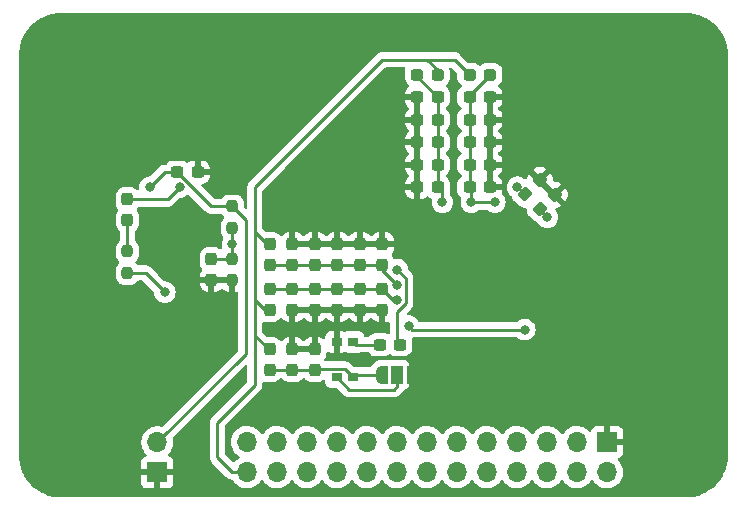
<source format=gbr>
%TF.GenerationSoftware,KiCad,Pcbnew,(5.99.0-12374-g2479e1d7b1)*%
%TF.CreationDate,2021-11-09T23:09:33+03:00*%
%TF.ProjectId,Brass,42726173-732e-46b6-9963-61645f706362,rev?*%
%TF.SameCoordinates,Original*%
%TF.FileFunction,Copper,L2,Bot*%
%TF.FilePolarity,Positive*%
%FSLAX46Y46*%
G04 Gerber Fmt 4.6, Leading zero omitted, Abs format (unit mm)*
G04 Created by KiCad (PCBNEW (5.99.0-12374-g2479e1d7b1)) date 2021-11-09 23:09:33*
%MOMM*%
%LPD*%
G01*
G04 APERTURE LIST*
G04 Aperture macros list*
%AMRoundRect*
0 Rectangle with rounded corners*
0 $1 Rounding radius*
0 $2 $3 $4 $5 $6 $7 $8 $9 X,Y pos of 4 corners*
0 Add a 4 corners polygon primitive as box body*
4,1,4,$2,$3,$4,$5,$6,$7,$8,$9,$2,$3,0*
0 Add four circle primitives for the rounded corners*
1,1,$1+$1,$2,$3*
1,1,$1+$1,$4,$5*
1,1,$1+$1,$6,$7*
1,1,$1+$1,$8,$9*
0 Add four rect primitives between the rounded corners*
20,1,$1+$1,$2,$3,$4,$5,0*
20,1,$1+$1,$4,$5,$6,$7,0*
20,1,$1+$1,$6,$7,$8,$9,0*
20,1,$1+$1,$8,$9,$2,$3,0*%
%AMFreePoly0*
4,1,22,0.550000,-0.750000,0.000000,-0.750000,0.000000,-0.745033,-0.079941,-0.743568,-0.215256,-0.701293,-0.333266,-0.622738,-0.424486,-0.514219,-0.481581,-0.384460,-0.499164,-0.250000,-0.500000,-0.250000,-0.500000,0.250000,-0.499164,0.250000,-0.499963,0.256109,-0.478152,0.396186,-0.417904,0.524511,-0.324060,0.630769,-0.204165,0.706417,-0.067858,0.745374,0.000000,0.744959,0.000000,0.750000,
0.550000,0.750000,0.550000,-0.750000,0.550000,-0.750000,$1*%
%AMFreePoly1*
4,1,20,0.000000,0.744959,0.073905,0.744508,0.209726,0.703889,0.328688,0.626782,0.421226,0.519385,0.479903,0.390333,0.500000,0.250000,0.500000,-0.250000,0.499851,-0.262216,0.476331,-0.402017,0.414519,-0.529596,0.319384,-0.634700,0.198574,-0.708877,0.061801,-0.746166,0.000000,-0.745033,0.000000,-0.750000,-0.550000,-0.750000,-0.550000,0.750000,0.000000,0.750000,0.000000,0.744959,
0.000000,0.744959,$1*%
G04 Aperture macros list end*
%TA.AperFunction,ComponentPad*%
%ADD10C,0.500000*%
%TD*%
%TA.AperFunction,ComponentPad*%
%ADD11C,3.000000*%
%TD*%
%TA.AperFunction,ComponentPad*%
%ADD12R,1.700000X1.700000*%
%TD*%
%TA.AperFunction,ComponentPad*%
%ADD13O,1.700000X1.700000*%
%TD*%
%TA.AperFunction,ComponentPad*%
%ADD14C,5.600000*%
%TD*%
%TA.AperFunction,SMDPad,CuDef*%
%ADD15RoundRect,0.237500X-0.044194X-0.380070X0.380070X0.044194X0.044194X0.380070X-0.380070X-0.044194X0*%
%TD*%
%TA.AperFunction,ComponentPad*%
%ADD16C,1.700000*%
%TD*%
%TA.AperFunction,SMDPad,CuDef*%
%ADD17RoundRect,0.237500X-0.237500X0.300000X-0.237500X-0.300000X0.237500X-0.300000X0.237500X0.300000X0*%
%TD*%
%TA.AperFunction,SMDPad,CuDef*%
%ADD18RoundRect,0.237500X0.300000X0.237500X-0.300000X0.237500X-0.300000X-0.237500X0.300000X-0.237500X0*%
%TD*%
%TA.AperFunction,SMDPad,CuDef*%
%ADD19R,0.900000X0.780000*%
%TD*%
%TA.AperFunction,SMDPad,CuDef*%
%ADD20RoundRect,0.237500X-0.300000X-0.237500X0.300000X-0.237500X0.300000X0.237500X-0.300000X0.237500X0*%
%TD*%
%TA.AperFunction,SMDPad,CuDef*%
%ADD21RoundRect,0.237500X0.237500X-0.250000X0.237500X0.250000X-0.237500X0.250000X-0.237500X-0.250000X0*%
%TD*%
%TA.AperFunction,SMDPad,CuDef*%
%ADD22RoundRect,0.237500X0.287500X0.237500X-0.287500X0.237500X-0.287500X-0.237500X0.287500X-0.237500X0*%
%TD*%
%TA.AperFunction,SMDPad,CuDef*%
%ADD23RoundRect,0.237500X0.237500X-0.300000X0.237500X0.300000X-0.237500X0.300000X-0.237500X-0.300000X0*%
%TD*%
%TA.AperFunction,SMDPad,CuDef*%
%ADD24RoundRect,0.237500X0.237500X-0.287500X0.237500X0.287500X-0.237500X0.287500X-0.237500X-0.287500X0*%
%TD*%
%TA.AperFunction,SMDPad,CuDef*%
%ADD25RoundRect,0.237500X-0.237500X0.287500X-0.237500X-0.287500X0.237500X-0.287500X0.237500X0.287500X0*%
%TD*%
%TA.AperFunction,SMDPad,CuDef*%
%ADD26FreePoly0,180.000000*%
%TD*%
%TA.AperFunction,SMDPad,CuDef*%
%ADD27R,1.000000X1.500000*%
%TD*%
%TA.AperFunction,SMDPad,CuDef*%
%ADD28FreePoly1,180.000000*%
%TD*%
%TA.AperFunction,ViaPad*%
%ADD29C,0.800000*%
%TD*%
%TA.AperFunction,Conductor*%
%ADD30C,0.250000*%
%TD*%
G04 APERTURE END LIST*
D10*
%TO.P,U1,65,EP*%
%TO.N,GND*%
X99255000Y-66370000D03*
X105255000Y-67870000D03*
X103755000Y-67870000D03*
X100755000Y-69370000D03*
X105255000Y-72370000D03*
X103755000Y-66370000D03*
X102255000Y-70870000D03*
X99255000Y-67870000D03*
X99255000Y-69370000D03*
X105255000Y-66370000D03*
X102255000Y-66370000D03*
D11*
X100255000Y-71370000D03*
D10*
X103755000Y-69370000D03*
X100755000Y-66370000D03*
X103755000Y-70870000D03*
X102255000Y-67870000D03*
X103755000Y-72370000D03*
X102255000Y-72370000D03*
X100755000Y-67870000D03*
X105255000Y-69370000D03*
X105255000Y-70870000D03*
X102255000Y-69370000D03*
%TD*%
D12*
%TO.P,J2,1,Pin_1*%
%TO.N,GND*%
X76200000Y-86365000D03*
D13*
%TO.P,J2,2,Pin_2*%
%TO.N,VPP*%
X76200000Y-83825000D03*
%TD*%
D12*
%TO.P,J1,1,Pin_1*%
%TO.N,GND*%
X114285000Y-83815000D03*
D13*
%TO.P,J1,2,Pin_2*%
%TO.N,/RESET*%
X114285000Y-86355000D03*
%TO.P,J1,3,Pin_3*%
%TO.N,/PGA*%
X111745000Y-83815000D03*
%TO.P,J1,4,Pin_4*%
%TO.N,/SEN*%
X111745000Y-86355000D03*
%TO.P,J1,5,Pin_5*%
%TO.N,/SCLK*%
X109205000Y-83815000D03*
%TO.P,J1,6,Pin_6*%
%TO.N,/SDO*%
X109205000Y-86355000D03*
%TO.P,J1,7,Pin_7*%
%TO.N,/SDIO*%
X106665000Y-83815000D03*
%TO.P,J1,8,Pin_8*%
%TO.N,/CLKOUT*%
X106665000Y-86355000D03*
%TO.P,J1,9,Pin_9*%
%TO.N,/RXCLK*%
X104125000Y-83815000D03*
%TO.P,J1,10,Pin_10*%
%TO.N,/TXCLK*%
X104125000Y-86355000D03*
%TO.P,J1,11,Pin_11*%
%TO.N,/TXEN*%
X101585000Y-83815000D03*
%TO.P,J1,12,Pin_12*%
%TO.N,/RXEN*%
X101585000Y-86355000D03*
%TO.P,J1,13,Pin_13*%
%TO.N,/ADIO0*%
X99045000Y-83815000D03*
%TO.P,J1,14,Pin_14*%
%TO.N,/ADIO1*%
X99045000Y-86355000D03*
%TO.P,J1,15,Pin_15*%
%TO.N,/ADIO2*%
X96505000Y-83815000D03*
%TO.P,J1,16,Pin_16*%
%TO.N,/ADIO3*%
X96505000Y-86355000D03*
%TO.P,J1,17,Pin_17*%
%TO.N,/ADIO4*%
X93965000Y-83815000D03*
%TO.P,J1,18,Pin_18*%
%TO.N,/ADIO5*%
X93965000Y-86355000D03*
%TO.P,J1,19,Pin_19*%
%TO.N,/ADIO6*%
X91425000Y-83815000D03*
%TO.P,J1,20,Pin_20*%
%TO.N,/ADIO7*%
X91425000Y-86355000D03*
%TO.P,J1,21,Pin_21*%
%TO.N,/ADIO8*%
X88885000Y-83815000D03*
%TO.P,J1,22,Pin_22*%
%TO.N,/ADIO9*%
X88885000Y-86355000D03*
%TO.P,J1,23,Pin_23*%
%TO.N,/ADIO10*%
X86345000Y-83815000D03*
%TO.P,J1,24,Pin_24*%
%TO.N,/ADIO11*%
X86345000Y-86355000D03*
%TO.P,J1,25,Pin_25*%
%TO.N,/MODE*%
X83805000Y-83815000D03*
%TO.P,J1,26,Pin_26*%
%TO.N,+3V3*%
X83805000Y-86355000D03*
%TD*%
D14*
%TO.P,H3,1,1*%
%TO.N,GND*%
X121000000Y-85000000D03*
%TD*%
%TO.P,H4,1,1*%
%TO.N,GND*%
X68000000Y-85000000D03*
%TD*%
%TO.P,H2,1,1*%
%TO.N,GND*%
X121000000Y-51000000D03*
%TD*%
D15*
%TO.P,C23,1*%
%TO.N,Net-(C1-Pad2)*%
X108610120Y-64109880D03*
%TO.P,C23,2*%
%TO.N,GND*%
X109829880Y-62890120D03*
%TD*%
D10*
%TO.P,U2,4,V-*%
%TO.N,GND*%
X78970000Y-67425000D03*
D16*
X75665000Y-67300000D03*
D10*
X77470000Y-67425000D03*
X78970000Y-65925000D03*
X75970000Y-65925000D03*
X77470000Y-65925000D03*
%TD*%
D14*
%TO.P,H1,1,1*%
%TO.N,GND*%
X68000000Y-51000000D03*
%TD*%
D15*
%TO.P,C22,1*%
%TO.N,Net-(C1-Pad1)*%
X107340120Y-62839880D03*
%TO.P,C22,2*%
%TO.N,GND*%
X108559880Y-61620120D03*
%TD*%
D17*
%TO.P,C28,1*%
%TO.N,Net-(C12-Pad1)*%
X87630000Y-70892500D03*
%TO.P,C28,2*%
%TO.N,GND*%
X87630000Y-72617500D03*
%TD*%
D18*
%TO.P,C42,1*%
%TO.N,GND*%
X79602500Y-60960000D03*
%TO.P,C42,2*%
%TO.N,VPP*%
X77877500Y-60960000D03*
%TD*%
D19*
%TO.P,X1,1,VC*%
%TO.N,Net-(JP1-Pad2)*%
X91375000Y-78335000D03*
%TO.P,X1,2,GND*%
%TO.N,GND*%
X91375000Y-75335000D03*
%TO.P,X1,3,OUT*%
%TO.N,Net-(C47-Pad1)*%
X92775000Y-75335000D03*
%TO.P,X1,4,VDD*%
%TO.N,Net-(C44-Pad2)*%
X92775000Y-78335000D03*
%TD*%
D20*
%TO.P,C25,1*%
%TO.N,Net-(C14-Pad1)*%
X102642500Y-54610000D03*
%TO.P,C25,2*%
%TO.N,GND*%
X104367500Y-54610000D03*
%TD*%
D18*
%TO.P,C10,1*%
%TO.N,Net-(C10-Pad1)*%
X99922500Y-60325000D03*
%TO.P,C10,2*%
%TO.N,GND*%
X98197500Y-60325000D03*
%TD*%
D17*
%TO.P,C35,1*%
%TO.N,Net-(C35-Pad1)*%
X80772000Y-68352500D03*
%TO.P,C35,2*%
%TO.N,GND*%
X80772000Y-70077500D03*
%TD*%
D21*
%TO.P,R7,1*%
%TO.N,GND*%
X82550000Y-70127500D03*
%TO.P,R7,2*%
%TO.N,Net-(C35-Pad1)*%
X82550000Y-68302500D03*
%TD*%
D17*
%TO.P,C44,1*%
%TO.N,GND*%
X89535000Y-75972500D03*
%TO.P,C44,2*%
%TO.N,Net-(C44-Pad2)*%
X89535000Y-77697500D03*
%TD*%
D22*
%TO.P,FB2,1*%
%TO.N,+3V3*%
X99935000Y-52705000D03*
%TO.P,FB2,2*%
%TO.N,Net-(C10-Pad1)*%
X98185000Y-52705000D03*
%TD*%
D20*
%TO.P,C5,1*%
%TO.N,Net-(C14-Pad1)*%
X102642500Y-62230000D03*
%TO.P,C5,2*%
%TO.N,GND*%
X104367500Y-62230000D03*
%TD*%
D23*
%TO.P,C16,1*%
%TO.N,Net-(C11-Pad1)*%
X91440000Y-68807500D03*
%TO.P,C16,2*%
%TO.N,GND*%
X91440000Y-67082500D03*
%TD*%
D18*
%TO.P,C19,1*%
%TO.N,Net-(C10-Pad1)*%
X99922500Y-56515000D03*
%TO.P,C19,2*%
%TO.N,GND*%
X98197500Y-56515000D03*
%TD*%
D17*
%TO.P,C17,1*%
%TO.N,Net-(C12-Pad1)*%
X91440000Y-70892500D03*
%TO.P,C17,2*%
%TO.N,GND*%
X91440000Y-72617500D03*
%TD*%
%TO.P,C21,1*%
%TO.N,Net-(C12-Pad1)*%
X89535000Y-70892500D03*
%TO.P,C21,2*%
%TO.N,GND*%
X89535000Y-72617500D03*
%TD*%
D23*
%TO.P,C27,1*%
%TO.N,Net-(C11-Pad1)*%
X87630000Y-68807500D03*
%TO.P,C27,2*%
%TO.N,GND*%
X87630000Y-67082500D03*
%TD*%
D20*
%TO.P,C18,1*%
%TO.N,Net-(C14-Pad1)*%
X102642500Y-56515000D03*
%TO.P,C18,2*%
%TO.N,GND*%
X104367500Y-56515000D03*
%TD*%
D18*
%TO.P,C15,1*%
%TO.N,Net-(C10-Pad1)*%
X99922500Y-58420000D03*
%TO.P,C15,2*%
%TO.N,GND*%
X98197500Y-58420000D03*
%TD*%
D23*
%TO.P,C11,1*%
%TO.N,Net-(C11-Pad1)*%
X93345000Y-68807500D03*
%TO.P,C11,2*%
%TO.N,GND*%
X93345000Y-67082500D03*
%TD*%
%TO.P,C20,1*%
%TO.N,Net-(C11-Pad1)*%
X89535000Y-68807500D03*
%TO.P,C20,2*%
%TO.N,GND*%
X89535000Y-67082500D03*
%TD*%
D24*
%TO.P,FB4,1*%
%TO.N,+3V3*%
X85725000Y-72630000D03*
%TO.P,FB4,2*%
%TO.N,Net-(C12-Pad1)*%
X85725000Y-70880000D03*
%TD*%
D23*
%TO.P,C41,1*%
%TO.N,Net-(C41-Pad1)*%
X73660000Y-64997500D03*
%TO.P,C41,2*%
%TO.N,Net-(C41-Pad2)*%
X73660000Y-63272500D03*
%TD*%
D18*
%TO.P,C26,1*%
%TO.N,Net-(C10-Pad1)*%
X99922500Y-54610000D03*
%TO.P,C26,2*%
%TO.N,GND*%
X98197500Y-54610000D03*
%TD*%
D25*
%TO.P,FB5,1*%
%TO.N,+3V3*%
X85725000Y-75960000D03*
%TO.P,FB5,2*%
%TO.N,Net-(C44-Pad2)*%
X85725000Y-77710000D03*
%TD*%
D20*
%TO.P,C9,1*%
%TO.N,Net-(C14-Pad1)*%
X102642500Y-60325000D03*
%TO.P,C9,2*%
%TO.N,GND*%
X104367500Y-60325000D03*
%TD*%
%TO.P,C14,1*%
%TO.N,Net-(C14-Pad1)*%
X102642500Y-58420000D03*
%TO.P,C14,2*%
%TO.N,GND*%
X104367500Y-58420000D03*
%TD*%
D18*
%TO.P,C6,1*%
%TO.N,Net-(C10-Pad1)*%
X99922500Y-62230000D03*
%TO.P,C6,2*%
%TO.N,GND*%
X98197500Y-62230000D03*
%TD*%
D17*
%TO.P,C8,1*%
%TO.N,Net-(C12-Pad1)*%
X95250000Y-70892500D03*
%TO.P,C8,2*%
%TO.N,GND*%
X95250000Y-72617500D03*
%TD*%
%TO.P,C48,1*%
%TO.N,GND*%
X87630000Y-75972500D03*
%TO.P,C48,2*%
%TO.N,Net-(C44-Pad2)*%
X87630000Y-77697500D03*
%TD*%
D21*
%TO.P,R11,1*%
%TO.N,Net-(R11-Pad1)*%
X73660000Y-69492500D03*
%TO.P,R11,2*%
%TO.N,Net-(C41-Pad1)*%
X73660000Y-67667500D03*
%TD*%
D17*
%TO.P,C12,1*%
%TO.N,Net-(C12-Pad1)*%
X93345000Y-70892500D03*
%TO.P,C12,2*%
%TO.N,GND*%
X93345000Y-72617500D03*
%TD*%
D20*
%TO.P,C47,1*%
%TO.N,Net-(C47-Pad1)*%
X95022500Y-75565000D03*
%TO.P,C47,2*%
%TO.N,/RF Frontend/REFCLK*%
X96747500Y-75565000D03*
%TD*%
D26*
%TO.P,JP1,1,A*%
%TO.N,GND*%
X97820000Y-78105000D03*
D27*
%TO.P,JP1,2,C*%
%TO.N,Net-(JP1-Pad2)*%
X96520000Y-78105000D03*
D28*
%TO.P,JP1,3,B*%
%TO.N,Net-(C44-Pad2)*%
X95220000Y-78105000D03*
%TD*%
D23*
%TO.P,C7,1*%
%TO.N,Net-(C11-Pad1)*%
X95250000Y-68807500D03*
%TO.P,C7,2*%
%TO.N,GND*%
X95250000Y-67082500D03*
%TD*%
D25*
%TO.P,FB3,1*%
%TO.N,+3V3*%
X85725000Y-67070000D03*
%TO.P,FB3,2*%
%TO.N,Net-(C11-Pad1)*%
X85725000Y-68820000D03*
%TD*%
D22*
%TO.P,FB1,1*%
%TO.N,Net-(C14-Pad1)*%
X104380000Y-52705000D03*
%TO.P,FB1,2*%
%TO.N,+3V3*%
X102630000Y-52705000D03*
%TD*%
D21*
%TO.P,R6,1*%
%TO.N,Net-(C35-Pad1)*%
X82550000Y-65682500D03*
%TO.P,R6,2*%
%TO.N,VPP*%
X82550000Y-63857500D03*
%TD*%
D29*
%TO.N,Net-(C1-Pad1)*%
X106680000Y-62230000D03*
%TO.N,Net-(C1-Pad2)*%
X109220000Y-64770000D03*
%TO.N,VPP*%
X75565000Y-62230000D03*
%TO.N,/RF Frontend/REFCLK*%
X96520000Y-69215000D03*
%TO.N,Net-(C14-Pad1)*%
X102780500Y-63500000D03*
X104775000Y-63500000D03*
%TO.N,Net-(C10-Pad1)*%
X100330000Y-63500000D03*
%TO.N,Net-(C11-Pad1)*%
X96520000Y-70485000D03*
%TO.N,Net-(C12-Pad1)*%
X96520000Y-71755000D03*
X107315000Y-74295000D03*
X97467950Y-73982452D03*
%TO.N,Net-(C35-Pad1)*%
X82550000Y-67056000D03*
%TO.N,Net-(C41-Pad2)*%
X78105000Y-62230000D03*
%TO.N,Net-(R11-Pad1)*%
X76835000Y-71120000D03*
%TD*%
D30*
%TO.N,Net-(C1-Pad2)*%
X109220000Y-64770000D02*
X108610120Y-64160120D01*
X108610120Y-64160120D02*
X108610120Y-64109880D01*
%TO.N,Net-(C1-Pad1)*%
X106680000Y-62230000D02*
X107289880Y-62839880D01*
X107289880Y-62839880D02*
X107340120Y-62839880D01*
%TO.N,Net-(C14-Pad1)*%
X102780500Y-63500000D02*
X104775000Y-63500000D01*
%TO.N,VPP*%
X82550000Y-63857500D02*
X83693000Y-65000500D01*
X83693000Y-65000500D02*
X83693000Y-76332000D01*
X83693000Y-76332000D02*
X76200000Y-83825000D01*
%TO.N,+3V3*%
X81280000Y-85090000D02*
X82545000Y-86355000D01*
X82545000Y-86355000D02*
X83805000Y-86355000D01*
X81280000Y-85090000D02*
X81280000Y-82169000D01*
X81280000Y-82169000D02*
X84455000Y-78994000D01*
X84455000Y-78994000D02*
X84455000Y-74803000D01*
%TO.N,VPP*%
X77877500Y-60960000D02*
X80775000Y-63857500D01*
X76835000Y-60960000D02*
X75565000Y-62230000D01*
X77877500Y-60960000D02*
X76835000Y-60960000D01*
X80775000Y-63857500D02*
X82550000Y-63857500D01*
%TO.N,/RF Frontend/REFCLK*%
X97244511Y-69939511D02*
X97244511Y-72055103D01*
X96520000Y-69215000D02*
X97244511Y-69939511D01*
X96520000Y-72779614D02*
X96520000Y-75337500D01*
X96520000Y-75337500D02*
X96747500Y-75565000D01*
X97244511Y-72055103D02*
X96520000Y-72779614D01*
%TO.N,+3V3*%
X84455000Y-62230000D02*
X95250000Y-51435000D01*
X85725000Y-75960000D02*
X85612000Y-75960000D01*
X85725000Y-72630000D02*
X85330000Y-72630000D01*
X99935000Y-52310000D02*
X99060000Y-51435000D01*
X84455000Y-66040000D02*
X84455000Y-62230000D01*
X85725000Y-67070000D02*
X85485000Y-67070000D01*
X85612000Y-75960000D02*
X84455000Y-74803000D01*
X84455000Y-74803000D02*
X84455000Y-71755000D01*
X99060000Y-51435000D02*
X101360000Y-51435000D01*
X95250000Y-51435000D02*
X99060000Y-51435000D01*
X85485000Y-67070000D02*
X84455000Y-66040000D01*
X99935000Y-52705000D02*
X99935000Y-52310000D01*
X84455000Y-71755000D02*
X84455000Y-66040000D01*
X99935000Y-52705000D02*
X99695000Y-52705000D01*
X101360000Y-51435000D02*
X102630000Y-52705000D01*
X85330000Y-72630000D02*
X84455000Y-71755000D01*
%TO.N,Net-(C14-Pad1)*%
X102642500Y-54442500D02*
X104380000Y-52705000D01*
X102642500Y-58420000D02*
X102642500Y-56515000D01*
X102642500Y-54610000D02*
X102642500Y-54442500D01*
X102642500Y-60325000D02*
X102642500Y-58420000D01*
X102642500Y-56515000D02*
X102642500Y-54610000D01*
X102642500Y-62230000D02*
X102642500Y-60325000D01*
X102780500Y-62368000D02*
X102642500Y-62230000D01*
X102780500Y-63500000D02*
X102780500Y-62368000D01*
%TO.N,Net-(C10-Pad1)*%
X100330000Y-62637500D02*
X99922500Y-62230000D01*
X99922500Y-62230000D02*
X99922500Y-60325000D01*
X99922500Y-54610000D02*
X98185000Y-52872500D01*
X99922500Y-60325000D02*
X99922500Y-58420000D01*
X100330000Y-63500000D02*
X100330000Y-62637500D01*
X98185000Y-52872500D02*
X98185000Y-52705000D01*
X99922500Y-58420000D02*
X99922500Y-56515000D01*
X99922500Y-56515000D02*
X99922500Y-54610000D01*
%TO.N,Net-(C11-Pad1)*%
X96520000Y-70485000D02*
X95250000Y-69215000D01*
X85737500Y-68807500D02*
X85725000Y-68820000D01*
X95250000Y-68807500D02*
X93345000Y-68807500D01*
X93345000Y-68807500D02*
X91440000Y-68807500D01*
X89535000Y-68807500D02*
X87630000Y-68807500D01*
X95250000Y-69215000D02*
X95250000Y-68807500D01*
X91440000Y-68807500D02*
X89535000Y-68807500D01*
X87630000Y-68807500D02*
X85737500Y-68807500D01*
%TO.N,Net-(C12-Pad1)*%
X96520000Y-71755000D02*
X96112500Y-71755000D01*
X87630000Y-70892500D02*
X85737500Y-70892500D01*
X97780498Y-74295000D02*
X97467950Y-73982452D01*
X107315000Y-74295000D02*
X97780498Y-74295000D01*
X95250000Y-70892500D02*
X87630000Y-70892500D01*
X96112500Y-71755000D02*
X95250000Y-70892500D01*
X85737500Y-70892500D02*
X85725000Y-70880000D01*
%TO.N,Net-(C35-Pad1)*%
X82550000Y-65682500D02*
X82550000Y-67056000D01*
X82500000Y-68352500D02*
X82550000Y-68302500D01*
X80772000Y-68352500D02*
X82500000Y-68352500D01*
X82550000Y-67056000D02*
X82550000Y-68302500D01*
%TO.N,Net-(C41-Pad1)*%
X73660000Y-64997500D02*
X73660000Y-67667500D01*
%TO.N,Net-(C41-Pad2)*%
X77062500Y-63272500D02*
X78105000Y-62230000D01*
X73660000Y-63272500D02*
X77062500Y-63272500D01*
%TO.N,Net-(C44-Pad2)*%
X95220000Y-78105000D02*
X93005000Y-78105000D01*
X93005000Y-78105000D02*
X92775000Y-78335000D01*
X89612011Y-77620489D02*
X92060489Y-77620489D01*
X87617500Y-77710000D02*
X87630000Y-77697500D01*
X92060489Y-77620489D02*
X92775000Y-78335000D01*
X85725000Y-77710000D02*
X87617500Y-77710000D01*
X87630000Y-77697500D02*
X89535000Y-77697500D01*
X89535000Y-77697500D02*
X89612011Y-77620489D01*
%TO.N,Net-(C47-Pad1)*%
X93005000Y-75565000D02*
X92775000Y-75335000D01*
X95022500Y-75565000D02*
X93005000Y-75565000D01*
%TO.N,Net-(JP1-Pad2)*%
X92415000Y-79375000D02*
X91375000Y-78335000D01*
X96250000Y-79375000D02*
X92415000Y-79375000D01*
X96520000Y-78105000D02*
X96520000Y-79105000D01*
X96520000Y-79105000D02*
X96250000Y-79375000D01*
%TO.N,Net-(R11-Pad1)*%
X75207500Y-69492500D02*
X76835000Y-71120000D01*
X73660000Y-69492500D02*
X75207500Y-69492500D01*
%TD*%
%TA.AperFunction,Conductor*%
%TO.N,GND*%
G36*
X120970057Y-47509500D02*
G01*
X120984858Y-47511805D01*
X120984861Y-47511805D01*
X120993730Y-47513186D01*
X121013054Y-47510659D01*
X121035570Y-47509747D01*
X121336100Y-47524512D01*
X121348394Y-47525722D01*
X121675139Y-47574191D01*
X121687249Y-47576599D01*
X121916014Y-47633902D01*
X122007665Y-47656859D01*
X122019498Y-47660448D01*
X122330502Y-47771727D01*
X122341926Y-47776459D01*
X122411414Y-47809324D01*
X122640527Y-47917686D01*
X122651428Y-47923513D01*
X122934744Y-48093327D01*
X122945025Y-48100197D01*
X123210328Y-48296960D01*
X123219886Y-48304804D01*
X123464629Y-48526625D01*
X123473373Y-48535369D01*
X123695194Y-48780112D01*
X123703038Y-48789670D01*
X123899801Y-49054973D01*
X123906671Y-49065254D01*
X124076485Y-49348570D01*
X124082314Y-49359475D01*
X124223539Y-49658072D01*
X124228271Y-49669496D01*
X124339550Y-49980500D01*
X124343138Y-49992330D01*
X124399277Y-50216447D01*
X124423397Y-50312741D01*
X124425807Y-50324859D01*
X124474275Y-50651599D01*
X124475487Y-50663905D01*
X124489888Y-50957060D01*
X124488541Y-50982622D01*
X124488193Y-50984855D01*
X124488193Y-50984859D01*
X124486812Y-50993728D01*
X124487976Y-51002630D01*
X124487976Y-51002633D01*
X124490934Y-51025249D01*
X124491998Y-51041587D01*
X124492001Y-72237249D01*
X124492002Y-84950674D01*
X124490502Y-84970058D01*
X124486816Y-84993732D01*
X124489011Y-85010516D01*
X124489343Y-85013052D01*
X124490255Y-85035572D01*
X124475491Y-85336094D01*
X124475491Y-85336096D01*
X124474280Y-85348396D01*
X124429236Y-85652054D01*
X124425813Y-85675130D01*
X124423401Y-85687258D01*
X124343141Y-86007670D01*
X124339552Y-86019502D01*
X124228274Y-86330504D01*
X124223542Y-86341928D01*
X124215768Y-86358365D01*
X124089724Y-86624865D01*
X124082317Y-86640525D01*
X124076491Y-86651425D01*
X124076489Y-86651429D01*
X124076488Y-86651430D01*
X123906673Y-86934747D01*
X123899803Y-86945028D01*
X123703046Y-87210325D01*
X123695202Y-87219884D01*
X123473370Y-87464637D01*
X123464626Y-87473380D01*
X123219888Y-87695197D01*
X123210330Y-87703041D01*
X122945027Y-87899803D01*
X122934746Y-87906673D01*
X122651429Y-88076487D01*
X122640528Y-88082314D01*
X122506276Y-88145810D01*
X122341927Y-88223541D01*
X122330503Y-88228273D01*
X122019501Y-88339551D01*
X122007669Y-88343140D01*
X121781216Y-88399864D01*
X121687254Y-88423401D01*
X121675132Y-88425811D01*
X121348392Y-88474278D01*
X121336100Y-88475488D01*
X121235776Y-88480417D01*
X121042938Y-88489890D01*
X121017376Y-88488543D01*
X121015143Y-88488195D01*
X121015139Y-88488195D01*
X121006270Y-88486814D01*
X120997368Y-88487978D01*
X120997365Y-88487978D01*
X120974749Y-88490936D01*
X120958411Y-88492000D01*
X96787990Y-88492001D01*
X68049326Y-88492002D01*
X68029941Y-88490502D01*
X68015140Y-88488197D01*
X68015137Y-88488197D01*
X68006268Y-88486816D01*
X67986944Y-88489343D01*
X67964428Y-88490255D01*
X67663898Y-88475490D01*
X67651604Y-88474280D01*
X67324867Y-88425812D01*
X67312745Y-88423402D01*
X67218783Y-88399865D01*
X66992330Y-88343141D01*
X66980498Y-88339552D01*
X66669496Y-88228274D01*
X66658072Y-88223542D01*
X66493723Y-88145811D01*
X66359471Y-88082315D01*
X66348575Y-88076491D01*
X66207630Y-87992011D01*
X66065253Y-87906673D01*
X66054972Y-87899803D01*
X65789675Y-87703046D01*
X65780116Y-87695202D01*
X65535363Y-87473370D01*
X65526620Y-87464626D01*
X65304803Y-87219888D01*
X65296959Y-87210330D01*
X65100197Y-86945027D01*
X65093327Y-86934746D01*
X64923513Y-86651429D01*
X64917684Y-86640524D01*
X64916462Y-86637939D01*
X64913912Y-86632548D01*
X74842001Y-86632548D01*
X74842001Y-87259669D01*
X74842371Y-87266490D01*
X74847895Y-87317352D01*
X74851521Y-87332604D01*
X74896676Y-87453054D01*
X74905214Y-87468649D01*
X74981715Y-87570724D01*
X74994276Y-87583285D01*
X75096351Y-87659786D01*
X75111946Y-87668324D01*
X75232394Y-87713478D01*
X75247649Y-87717105D01*
X75298514Y-87722631D01*
X75305328Y-87723000D01*
X75927885Y-87723000D01*
X75943124Y-87718525D01*
X75944329Y-87717135D01*
X75946000Y-87709452D01*
X75946000Y-86637115D01*
X75944659Y-86632548D01*
X76454000Y-86632548D01*
X76454000Y-87704884D01*
X76458475Y-87720123D01*
X76459865Y-87721328D01*
X76467548Y-87722999D01*
X77094669Y-87722999D01*
X77101490Y-87722629D01*
X77152352Y-87717105D01*
X77167604Y-87713479D01*
X77288054Y-87668324D01*
X77303649Y-87659786D01*
X77405724Y-87583285D01*
X77418285Y-87570724D01*
X77494786Y-87468649D01*
X77503324Y-87453054D01*
X77548478Y-87332606D01*
X77552105Y-87317351D01*
X77557631Y-87266486D01*
X77558000Y-87259672D01*
X77558000Y-86637115D01*
X77553525Y-86621876D01*
X77552135Y-86620671D01*
X77544452Y-86619000D01*
X76472115Y-86619000D01*
X76456876Y-86623475D01*
X76455671Y-86624865D01*
X76454000Y-86632548D01*
X75944659Y-86632548D01*
X75941525Y-86621876D01*
X75940135Y-86620671D01*
X75932452Y-86619000D01*
X74860116Y-86619000D01*
X74844877Y-86623475D01*
X74843672Y-86624865D01*
X74842001Y-86632548D01*
X64913912Y-86632548D01*
X64815706Y-86424908D01*
X64776459Y-86341927D01*
X64771727Y-86330503D01*
X64660449Y-86019501D01*
X64656860Y-86007669D01*
X64576600Y-85687257D01*
X64574188Y-85675129D01*
X64552307Y-85527617D01*
X64525722Y-85348392D01*
X64524511Y-85336094D01*
X64524489Y-85335635D01*
X64517913Y-85201784D01*
X64510110Y-85042938D01*
X64511457Y-85017376D01*
X64511805Y-85015143D01*
X64511805Y-85015139D01*
X64513186Y-85006270D01*
X64511830Y-84995896D01*
X64509064Y-84974749D01*
X64508000Y-84958411D01*
X64507999Y-62922928D01*
X72676500Y-62922928D01*
X72676500Y-63622072D01*
X72676837Y-63625318D01*
X72676837Y-63625322D01*
X72684990Y-63703895D01*
X72687293Y-63726093D01*
X72689474Y-63732629D01*
X72689474Y-63732631D01*
X72712809Y-63802573D01*
X72742346Y-63891107D01*
X72769283Y-63934637D01*
X72798592Y-63981999D01*
X72833884Y-64039031D01*
X72840788Y-64045923D01*
X72841589Y-64047387D01*
X72843611Y-64049938D01*
X72843174Y-64050284D01*
X72874866Y-64108204D01*
X72869863Y-64179024D01*
X72840944Y-64224110D01*
X72833071Y-64231997D01*
X72829231Y-64238227D01*
X72829230Y-64238228D01*
X72746364Y-64372662D01*
X72741791Y-64380080D01*
X72687026Y-64545191D01*
X72686326Y-64552027D01*
X72686325Y-64552030D01*
X72684709Y-64567802D01*
X72676500Y-64647928D01*
X72676500Y-65347072D01*
X72687293Y-65451093D01*
X72742346Y-65616107D01*
X72833884Y-65764031D01*
X72839066Y-65769204D01*
X72951816Y-65881758D01*
X72951821Y-65881762D01*
X72956997Y-65886929D01*
X72963227Y-65890769D01*
X72963228Y-65890770D01*
X72966614Y-65892857D01*
X72968441Y-65894886D01*
X72968973Y-65895307D01*
X72968901Y-65895398D01*
X73014108Y-65945628D01*
X73026500Y-66000118D01*
X73026500Y-66715036D01*
X73006498Y-66783157D01*
X72966804Y-66822179D01*
X72955969Y-66828884D01*
X72950796Y-66834066D01*
X72838242Y-66946816D01*
X72838238Y-66946821D01*
X72833071Y-66951997D01*
X72829231Y-66958227D01*
X72829230Y-66958228D01*
X72746364Y-67092662D01*
X72741791Y-67100080D01*
X72687026Y-67265191D01*
X72676500Y-67367928D01*
X72676500Y-67967072D01*
X72676837Y-67970318D01*
X72676837Y-67970322D01*
X72684921Y-68048231D01*
X72687293Y-68071093D01*
X72689474Y-68077629D01*
X72689474Y-68077631D01*
X72697748Y-68102430D01*
X72742346Y-68236107D01*
X72833884Y-68384031D01*
X72839066Y-68389204D01*
X72940786Y-68490747D01*
X72974865Y-68553030D01*
X72969862Y-68623850D01*
X72940941Y-68668937D01*
X72838246Y-68771812D01*
X72838242Y-68771817D01*
X72833071Y-68776997D01*
X72829231Y-68783227D01*
X72829230Y-68783228D01*
X72761093Y-68893767D01*
X72741791Y-68925080D01*
X72687026Y-69090191D01*
X72686326Y-69097027D01*
X72686325Y-69097030D01*
X72683541Y-69124203D01*
X72676500Y-69192928D01*
X72676500Y-69792072D01*
X72676837Y-69795318D01*
X72676837Y-69795322D01*
X72686019Y-69883812D01*
X72687293Y-69896093D01*
X72689474Y-69902629D01*
X72689474Y-69902631D01*
X72707661Y-69957144D01*
X72742346Y-70061107D01*
X72833884Y-70209031D01*
X72839066Y-70214204D01*
X72951816Y-70326758D01*
X72951821Y-70326762D01*
X72956997Y-70331929D01*
X72963227Y-70335769D01*
X72963228Y-70335770D01*
X73066804Y-70399615D01*
X73105080Y-70423209D01*
X73270191Y-70477974D01*
X73277027Y-70478674D01*
X73277030Y-70478675D01*
X73328526Y-70483951D01*
X73372928Y-70488500D01*
X73947072Y-70488500D01*
X73950318Y-70488163D01*
X73950322Y-70488163D01*
X74044235Y-70478419D01*
X74044239Y-70478418D01*
X74051093Y-70477707D01*
X74057629Y-70475526D01*
X74057631Y-70475526D01*
X74193243Y-70430282D01*
X74216107Y-70422654D01*
X74364031Y-70331116D01*
X74486929Y-70208003D01*
X74500564Y-70185884D01*
X74553336Y-70138391D01*
X74607824Y-70126000D01*
X74892906Y-70126000D01*
X74961027Y-70146002D01*
X74982001Y-70162905D01*
X75887878Y-71068782D01*
X75921904Y-71131094D01*
X75924092Y-71144703D01*
X75941458Y-71309928D01*
X76000473Y-71491556D01*
X76095960Y-71656944D01*
X76100378Y-71661851D01*
X76100379Y-71661852D01*
X76107895Y-71670199D01*
X76223747Y-71798866D01*
X76286515Y-71844470D01*
X76339447Y-71882927D01*
X76378248Y-71911118D01*
X76384276Y-71913802D01*
X76384278Y-71913803D01*
X76473900Y-71953705D01*
X76552712Y-71988794D01*
X76646112Y-72008647D01*
X76733056Y-72027128D01*
X76733061Y-72027128D01*
X76739513Y-72028500D01*
X76930487Y-72028500D01*
X76936939Y-72027128D01*
X76936944Y-72027128D01*
X77023888Y-72008647D01*
X77117288Y-71988794D01*
X77196100Y-71953705D01*
X77285722Y-71913803D01*
X77285724Y-71913802D01*
X77291752Y-71911118D01*
X77330554Y-71882927D01*
X77383485Y-71844470D01*
X77446253Y-71798866D01*
X77562105Y-71670199D01*
X77569621Y-71661852D01*
X77569622Y-71661851D01*
X77574040Y-71656944D01*
X77669527Y-71491556D01*
X77728542Y-71309928D01*
X77748504Y-71120000D01*
X77728542Y-70930072D01*
X77669527Y-70748444D01*
X77574040Y-70583056D01*
X77533047Y-70537528D01*
X77450675Y-70446045D01*
X77450674Y-70446044D01*
X77446253Y-70441134D01*
X77321816Y-70350725D01*
X77314002Y-70345048D01*
X79789000Y-70345048D01*
X79789000Y-70423766D01*
X79789337Y-70430282D01*
X79799075Y-70524132D01*
X79801968Y-70537528D01*
X79852488Y-70688953D01*
X79858653Y-70702115D01*
X79942426Y-70837492D01*
X79951460Y-70848890D01*
X80064129Y-70961363D01*
X80075540Y-70970375D01*
X80211063Y-71053912D01*
X80224241Y-71060056D01*
X80375766Y-71110315D01*
X80389132Y-71113181D01*
X80481770Y-71122672D01*
X80488185Y-71123000D01*
X80499885Y-71123000D01*
X80515124Y-71118525D01*
X80516329Y-71117135D01*
X80518000Y-71109452D01*
X80518000Y-70349615D01*
X80516659Y-70345048D01*
X81026000Y-70345048D01*
X81026000Y-71104885D01*
X81030475Y-71120124D01*
X81031865Y-71121329D01*
X81039548Y-71123000D01*
X81055766Y-71123000D01*
X81062282Y-71122663D01*
X81156132Y-71112925D01*
X81169528Y-71110032D01*
X81320953Y-71059512D01*
X81334115Y-71053347D01*
X81469492Y-70969574D01*
X81480890Y-70960540D01*
X81571766Y-70869506D01*
X81634049Y-70835427D01*
X81704869Y-70840430D01*
X81749957Y-70869351D01*
X81842129Y-70961363D01*
X81853540Y-70970375D01*
X81989063Y-71053912D01*
X82002241Y-71060056D01*
X82153766Y-71110315D01*
X82167132Y-71113181D01*
X82259770Y-71122672D01*
X82266185Y-71123000D01*
X82277885Y-71123000D01*
X82293124Y-71118525D01*
X82294329Y-71117135D01*
X82296000Y-71109452D01*
X82296000Y-70399615D01*
X82291525Y-70384376D01*
X82290135Y-70383171D01*
X82282452Y-70381500D01*
X81623905Y-70381500D01*
X81555784Y-70361498D01*
X81541393Y-70350725D01*
X81521135Y-70333171D01*
X81513452Y-70331500D01*
X81044115Y-70331500D01*
X81028876Y-70335975D01*
X81027671Y-70337365D01*
X81026000Y-70345048D01*
X80516659Y-70345048D01*
X80513525Y-70334376D01*
X80512135Y-70333171D01*
X80504452Y-70331500D01*
X79807115Y-70331500D01*
X79791876Y-70335975D01*
X79790671Y-70337365D01*
X79789000Y-70345048D01*
X77314002Y-70345048D01*
X77297094Y-70332763D01*
X77297093Y-70332762D01*
X77291752Y-70328882D01*
X77285724Y-70326198D01*
X77285722Y-70326197D01*
X77123319Y-70253891D01*
X77123318Y-70253891D01*
X77117288Y-70251206D01*
X77023888Y-70231353D01*
X76936944Y-70212872D01*
X76936939Y-70212872D01*
X76930487Y-70211500D01*
X76874594Y-70211500D01*
X76806473Y-70191498D01*
X76785499Y-70174595D01*
X76261634Y-69650729D01*
X75711152Y-69100247D01*
X75703612Y-69091961D01*
X75699500Y-69085482D01*
X75649848Y-69038856D01*
X75647007Y-69036102D01*
X75627270Y-69016365D01*
X75624073Y-69013885D01*
X75615051Y-69006180D01*
X75582821Y-68975914D01*
X75575875Y-68972095D01*
X75575872Y-68972093D01*
X75565066Y-68966152D01*
X75548547Y-68955301D01*
X75548083Y-68954941D01*
X75532541Y-68942886D01*
X75525272Y-68939741D01*
X75525268Y-68939738D01*
X75491963Y-68925326D01*
X75481313Y-68920109D01*
X75442560Y-68898805D01*
X75422937Y-68893767D01*
X75404234Y-68887363D01*
X75392920Y-68882467D01*
X75392919Y-68882467D01*
X75385645Y-68879319D01*
X75377822Y-68878080D01*
X75377812Y-68878077D01*
X75341976Y-68872401D01*
X75330356Y-68869995D01*
X75295211Y-68860972D01*
X75295210Y-68860972D01*
X75287530Y-68859000D01*
X75267276Y-68859000D01*
X75247565Y-68857449D01*
X75235386Y-68855520D01*
X75227557Y-68854280D01*
X75219665Y-68855026D01*
X75183539Y-68858441D01*
X75171681Y-68859000D01*
X74607699Y-68859000D01*
X74539578Y-68838998D01*
X74500554Y-68799301D01*
X74500513Y-68799235D01*
X74486116Y-68775969D01*
X74480934Y-68770796D01*
X74379214Y-68669253D01*
X74345135Y-68606970D01*
X74350138Y-68536150D01*
X74379059Y-68491063D01*
X74481754Y-68388188D01*
X74481758Y-68388183D01*
X74486929Y-68383003D01*
X74490770Y-68376772D01*
X74574369Y-68241150D01*
X74574370Y-68241148D01*
X74578209Y-68234920D01*
X74632974Y-68069809D01*
X74635292Y-68047190D01*
X74643172Y-67970271D01*
X74643500Y-67967072D01*
X74643500Y-67367928D01*
X74640538Y-67339376D01*
X74633419Y-67270765D01*
X74633418Y-67270761D01*
X74632707Y-67263907D01*
X74577654Y-67098893D01*
X74486116Y-66950969D01*
X74480934Y-66945796D01*
X74368184Y-66833242D01*
X74368179Y-66833238D01*
X74363003Y-66828071D01*
X74353386Y-66822143D01*
X74351559Y-66820114D01*
X74351027Y-66819693D01*
X74351099Y-66819602D01*
X74305892Y-66769372D01*
X74293500Y-66714882D01*
X74293500Y-65999964D01*
X74313502Y-65931843D01*
X74353196Y-65892821D01*
X74364031Y-65886116D01*
X74369204Y-65880934D01*
X74481758Y-65768184D01*
X74481762Y-65768179D01*
X74486929Y-65763003D01*
X74493596Y-65752187D01*
X74574369Y-65621150D01*
X74574370Y-65621148D01*
X74578209Y-65614920D01*
X74632974Y-65449809D01*
X74643500Y-65347072D01*
X74643500Y-64647928D01*
X74643163Y-64644678D01*
X74633419Y-64550765D01*
X74633418Y-64550761D01*
X74632707Y-64543907D01*
X74602434Y-64453166D01*
X74582267Y-64392721D01*
X74577654Y-64378893D01*
X74506877Y-64264518D01*
X74489969Y-64237195D01*
X74489968Y-64237194D01*
X74486116Y-64230969D01*
X74479212Y-64224077D01*
X74478411Y-64222613D01*
X74476389Y-64220062D01*
X74476826Y-64219716D01*
X74445134Y-64161796D01*
X74450137Y-64090976D01*
X74479056Y-64045890D01*
X74481757Y-64043184D01*
X74486929Y-64038003D01*
X74491107Y-64031226D01*
X74531384Y-63965884D01*
X74584156Y-63918391D01*
X74638644Y-63906000D01*
X76983733Y-63906000D01*
X76994916Y-63906527D01*
X77002409Y-63908202D01*
X77010335Y-63907953D01*
X77010336Y-63907953D01*
X77070486Y-63906062D01*
X77074445Y-63906000D01*
X77102356Y-63906000D01*
X77106291Y-63905503D01*
X77106356Y-63905495D01*
X77118193Y-63904562D01*
X77150451Y-63903548D01*
X77154470Y-63903422D01*
X77162389Y-63903173D01*
X77181843Y-63897521D01*
X77201200Y-63893513D01*
X77213430Y-63891968D01*
X77213431Y-63891968D01*
X77221297Y-63890974D01*
X77228668Y-63888055D01*
X77228670Y-63888055D01*
X77262412Y-63874696D01*
X77273642Y-63870851D01*
X77308483Y-63860729D01*
X77308484Y-63860729D01*
X77316093Y-63858518D01*
X77322912Y-63854485D01*
X77322917Y-63854483D01*
X77333528Y-63848207D01*
X77351276Y-63839512D01*
X77370117Y-63832052D01*
X77405887Y-63806064D01*
X77415807Y-63799548D01*
X77447035Y-63781080D01*
X77447038Y-63781078D01*
X77453862Y-63777042D01*
X77468183Y-63762721D01*
X77483217Y-63749880D01*
X77493194Y-63742631D01*
X77499607Y-63737972D01*
X77527798Y-63703895D01*
X77535788Y-63695116D01*
X78055499Y-63175405D01*
X78117811Y-63141379D01*
X78144594Y-63138500D01*
X78200487Y-63138500D01*
X78206939Y-63137128D01*
X78206944Y-63137128D01*
X78299001Y-63117560D01*
X78387288Y-63098794D01*
X78397420Y-63094283D01*
X78555722Y-63023803D01*
X78555724Y-63023802D01*
X78561752Y-63021118D01*
X78570004Y-63015123D01*
X78701301Y-62919729D01*
X78716253Y-62908866D01*
X78720668Y-62903962D01*
X78720672Y-62903959D01*
X78728900Y-62894821D01*
X78789345Y-62857581D01*
X78860329Y-62858933D01*
X78911631Y-62890036D01*
X80271348Y-64249753D01*
X80278888Y-64258039D01*
X80283000Y-64264518D01*
X80288777Y-64269943D01*
X80332651Y-64311143D01*
X80335493Y-64313898D01*
X80355230Y-64333635D01*
X80358427Y-64336115D01*
X80367447Y-64343818D01*
X80399679Y-64374086D01*
X80406625Y-64377905D01*
X80406628Y-64377907D01*
X80417434Y-64383848D01*
X80433953Y-64394699D01*
X80449959Y-64407114D01*
X80457228Y-64410259D01*
X80457232Y-64410262D01*
X80490537Y-64424674D01*
X80501187Y-64429891D01*
X80539940Y-64451195D01*
X80547615Y-64453166D01*
X80547616Y-64453166D01*
X80559562Y-64456233D01*
X80578267Y-64462637D01*
X80596855Y-64470681D01*
X80604678Y-64471920D01*
X80604688Y-64471923D01*
X80640524Y-64477599D01*
X80652144Y-64480005D01*
X80687289Y-64489028D01*
X80694970Y-64491000D01*
X80715224Y-64491000D01*
X80734934Y-64492551D01*
X80754943Y-64495720D01*
X80762835Y-64494974D01*
X80798961Y-64491559D01*
X80810819Y-64491000D01*
X81602301Y-64491000D01*
X81670422Y-64511002D01*
X81709445Y-64550698D01*
X81723884Y-64574031D01*
X81729066Y-64579204D01*
X81830786Y-64680747D01*
X81864865Y-64743030D01*
X81859862Y-64813850D01*
X81830941Y-64858937D01*
X81728246Y-64961812D01*
X81728242Y-64961817D01*
X81723071Y-64966997D01*
X81719231Y-64973227D01*
X81719230Y-64973228D01*
X81669091Y-65054569D01*
X81631791Y-65115080D01*
X81577026Y-65280191D01*
X81576326Y-65287027D01*
X81576325Y-65287030D01*
X81574285Y-65306944D01*
X81566500Y-65382928D01*
X81566500Y-65982072D01*
X81566837Y-65985318D01*
X81566837Y-65985322D01*
X81574079Y-66055115D01*
X81577293Y-66086093D01*
X81579474Y-66092629D01*
X81579474Y-66092631D01*
X81582530Y-66101791D01*
X81632346Y-66251107D01*
X81723884Y-66399031D01*
X81729066Y-66404204D01*
X81729070Y-66404209D01*
X81754597Y-66429692D01*
X81788676Y-66491974D01*
X81783673Y-66562795D01*
X81774699Y-66581861D01*
X81715473Y-66684444D01*
X81656458Y-66866072D01*
X81655768Y-66872633D01*
X81655768Y-66872635D01*
X81647535Y-66950969D01*
X81636496Y-67056000D01*
X81656458Y-67245928D01*
X81660597Y-67258665D01*
X81686123Y-67337227D01*
X81688151Y-67408194D01*
X81651488Y-67468992D01*
X81587776Y-67500318D01*
X81517242Y-67492225D01*
X81486764Y-67471722D01*
X81485929Y-67472780D01*
X81480183Y-67468242D01*
X81475003Y-67463071D01*
X81419430Y-67428815D01*
X81333150Y-67375631D01*
X81333148Y-67375630D01*
X81326920Y-67371791D01*
X81161809Y-67317026D01*
X81154973Y-67316326D01*
X81154970Y-67316325D01*
X81103474Y-67311049D01*
X81059072Y-67306500D01*
X80484928Y-67306500D01*
X80481682Y-67306837D01*
X80481678Y-67306837D01*
X80387765Y-67316581D01*
X80387761Y-67316582D01*
X80380907Y-67317293D01*
X80374371Y-67319474D01*
X80374369Y-67319474D01*
X80318328Y-67338171D01*
X80215893Y-67372346D01*
X80067969Y-67463884D01*
X80062796Y-67469066D01*
X79950242Y-67581816D01*
X79950238Y-67581821D01*
X79945071Y-67586997D01*
X79853791Y-67735080D01*
X79799026Y-67900191D01*
X79788500Y-68002928D01*
X79788500Y-68702072D01*
X79788837Y-68705318D01*
X79788837Y-68705322D01*
X79796921Y-68783228D01*
X79799293Y-68806093D01*
X79801474Y-68812629D01*
X79801474Y-68812631D01*
X79830224Y-68898805D01*
X79854346Y-68971107D01*
X79945884Y-69119031D01*
X79952965Y-69126099D01*
X79953139Y-69126273D01*
X79954105Y-69128038D01*
X79955613Y-69129941D01*
X79955287Y-69130199D01*
X79987219Y-69188554D01*
X79982218Y-69259375D01*
X79953292Y-69304470D01*
X79950636Y-69307131D01*
X79941625Y-69318540D01*
X79858088Y-69454063D01*
X79851944Y-69467241D01*
X79801685Y-69618766D01*
X79798819Y-69632132D01*
X79789328Y-69724770D01*
X79789000Y-69731185D01*
X79789000Y-69805385D01*
X79793475Y-69820624D01*
X79794865Y-69821829D01*
X79802548Y-69823500D01*
X81698095Y-69823500D01*
X81766216Y-69843502D01*
X81780607Y-69854275D01*
X81800865Y-69871829D01*
X81808548Y-69873500D01*
X82678000Y-69873500D01*
X82746121Y-69893502D01*
X82792614Y-69947158D01*
X82804000Y-69999500D01*
X82804000Y-71104885D01*
X82808475Y-71120124D01*
X82809865Y-71121329D01*
X82817548Y-71123000D01*
X82833766Y-71123000D01*
X82840282Y-71122663D01*
X82920496Y-71114340D01*
X82990318Y-71127205D01*
X83042100Y-71175776D01*
X83059500Y-71239667D01*
X83059500Y-76017405D01*
X83039498Y-76085526D01*
X83022595Y-76106500D01*
X76657345Y-82471750D01*
X76595033Y-82505776D01*
X76546154Y-82506702D01*
X76333373Y-82468800D01*
X76333367Y-82468799D01*
X76328284Y-82467894D01*
X76254452Y-82466992D01*
X76110081Y-82465228D01*
X76110079Y-82465228D01*
X76104911Y-82465165D01*
X75884091Y-82498955D01*
X75671756Y-82568357D01*
X75473607Y-82671507D01*
X75469474Y-82674610D01*
X75469471Y-82674612D01*
X75303305Y-82799373D01*
X75294965Y-82805635D01*
X75140629Y-82967138D01*
X75137715Y-82971410D01*
X75137714Y-82971411D01*
X75129620Y-82983277D01*
X75014743Y-83151680D01*
X74967715Y-83252993D01*
X74923013Y-83349297D01*
X74920688Y-83354305D01*
X74860989Y-83569570D01*
X74837251Y-83791695D01*
X74837548Y-83796848D01*
X74837548Y-83796851D01*
X74843011Y-83891590D01*
X74850110Y-84014715D01*
X74851247Y-84019761D01*
X74851248Y-84019767D01*
X74857836Y-84048998D01*
X74899222Y-84232639D01*
X74937461Y-84326811D01*
X74977262Y-84424829D01*
X74983266Y-84439616D01*
X75030734Y-84517077D01*
X75091163Y-84615688D01*
X75099987Y-84630088D01*
X75246250Y-84798938D01*
X75250225Y-84802238D01*
X75250231Y-84802244D01*
X75255425Y-84806556D01*
X75295059Y-84865460D01*
X75296555Y-84936441D01*
X75259439Y-84996962D01*
X75219168Y-85021480D01*
X75111946Y-85061676D01*
X75096351Y-85070214D01*
X74994276Y-85146715D01*
X74981715Y-85159276D01*
X74905214Y-85261351D01*
X74896676Y-85276946D01*
X74851522Y-85397394D01*
X74847895Y-85412649D01*
X74842369Y-85463514D01*
X74842000Y-85470328D01*
X74842000Y-86092885D01*
X74846475Y-86108124D01*
X74847865Y-86109329D01*
X74855548Y-86111000D01*
X77539884Y-86111000D01*
X77555123Y-86106525D01*
X77556328Y-86105135D01*
X77557999Y-86097452D01*
X77557999Y-85470331D01*
X77557629Y-85463510D01*
X77552105Y-85412648D01*
X77548479Y-85397396D01*
X77503324Y-85276946D01*
X77494786Y-85261351D01*
X77418285Y-85159276D01*
X77405724Y-85146715D01*
X77303649Y-85070214D01*
X77288054Y-85061676D01*
X77177813Y-85020348D01*
X77121049Y-84977706D01*
X77096349Y-84911145D01*
X77111557Y-84841796D01*
X77133104Y-84813115D01*
X77234430Y-84712144D01*
X77234440Y-84712132D01*
X77238096Y-84708489D01*
X77242661Y-84702137D01*
X77365435Y-84531277D01*
X77368453Y-84527077D01*
X77372926Y-84518028D01*
X77465136Y-84331453D01*
X77465137Y-84331451D01*
X77467430Y-84326811D01*
X77532370Y-84113069D01*
X77561529Y-83891590D01*
X77563156Y-83825000D01*
X77544852Y-83602361D01*
X77516821Y-83490765D01*
X77519625Y-83419823D01*
X77549930Y-83370974D01*
X83606405Y-77314499D01*
X83668717Y-77280473D01*
X83739532Y-77285538D01*
X83796368Y-77328085D01*
X83821179Y-77394605D01*
X83821500Y-77403594D01*
X83821500Y-78679406D01*
X83801498Y-78747527D01*
X83784595Y-78768501D01*
X80887747Y-81665348D01*
X80879461Y-81672888D01*
X80872982Y-81677000D01*
X80867557Y-81682777D01*
X80826357Y-81726651D01*
X80823602Y-81729493D01*
X80803865Y-81749230D01*
X80801385Y-81752427D01*
X80793682Y-81761447D01*
X80763414Y-81793679D01*
X80759595Y-81800625D01*
X80759593Y-81800628D01*
X80753652Y-81811434D01*
X80742801Y-81827953D01*
X80730386Y-81843959D01*
X80727241Y-81851228D01*
X80727238Y-81851232D01*
X80712826Y-81884537D01*
X80707609Y-81895187D01*
X80686305Y-81933940D01*
X80684334Y-81941615D01*
X80684334Y-81941616D01*
X80681267Y-81953562D01*
X80674863Y-81972266D01*
X80666819Y-81990855D01*
X80665580Y-81998678D01*
X80665577Y-81998688D01*
X80659901Y-82034524D01*
X80657495Y-82046144D01*
X80646500Y-82088970D01*
X80646500Y-82109224D01*
X80644949Y-82128934D01*
X80641780Y-82148943D01*
X80642526Y-82156835D01*
X80645941Y-82192961D01*
X80646500Y-82204819D01*
X80646500Y-85011233D01*
X80645973Y-85022416D01*
X80644298Y-85029909D01*
X80644547Y-85037835D01*
X80644547Y-85037836D01*
X80646438Y-85097986D01*
X80646500Y-85101945D01*
X80646500Y-85129856D01*
X80646997Y-85133790D01*
X80646997Y-85133791D01*
X80647005Y-85133856D01*
X80647938Y-85145693D01*
X80649327Y-85189889D01*
X80654978Y-85209339D01*
X80658987Y-85228700D01*
X80661526Y-85248797D01*
X80664445Y-85256168D01*
X80664445Y-85256170D01*
X80677804Y-85289912D01*
X80681649Y-85301142D01*
X80693982Y-85343593D01*
X80698015Y-85350412D01*
X80698017Y-85350417D01*
X80704293Y-85361028D01*
X80712988Y-85378776D01*
X80720448Y-85397617D01*
X80725110Y-85404033D01*
X80725110Y-85404034D01*
X80746436Y-85433387D01*
X80752952Y-85443307D01*
X80764903Y-85463514D01*
X80775458Y-85481362D01*
X80789779Y-85495683D01*
X80802619Y-85510716D01*
X80814528Y-85527107D01*
X80820634Y-85532158D01*
X80848605Y-85555298D01*
X80857384Y-85563288D01*
X82041343Y-86747247D01*
X82048887Y-86755537D01*
X82053000Y-86762018D01*
X82058777Y-86767443D01*
X82102667Y-86808658D01*
X82105509Y-86811413D01*
X82125230Y-86831134D01*
X82128425Y-86833612D01*
X82137447Y-86841318D01*
X82169679Y-86871586D01*
X82176628Y-86875406D01*
X82187432Y-86881346D01*
X82203956Y-86892199D01*
X82219959Y-86904613D01*
X82260543Y-86922176D01*
X82271173Y-86927383D01*
X82309940Y-86948695D01*
X82317617Y-86950666D01*
X82317622Y-86950668D01*
X82329558Y-86953732D01*
X82348266Y-86960137D01*
X82366855Y-86968181D01*
X82374683Y-86969421D01*
X82374690Y-86969423D01*
X82410524Y-86975099D01*
X82422144Y-86977505D01*
X82457289Y-86986528D01*
X82464970Y-86988500D01*
X82485224Y-86988500D01*
X82504934Y-86990051D01*
X82524943Y-86993220D01*
X82532832Y-86992474D01*
X82535686Y-86992564D01*
X82603144Y-87014697D01*
X82639159Y-87052667D01*
X82644875Y-87061994D01*
X82704987Y-87160088D01*
X82851250Y-87328938D01*
X83023126Y-87471632D01*
X83216000Y-87584338D01*
X83424692Y-87664030D01*
X83429760Y-87665061D01*
X83429763Y-87665062D01*
X83537017Y-87686883D01*
X83643597Y-87708567D01*
X83648772Y-87708757D01*
X83648774Y-87708757D01*
X83861673Y-87716564D01*
X83861677Y-87716564D01*
X83866837Y-87716753D01*
X83871957Y-87716097D01*
X83871959Y-87716097D01*
X84083288Y-87689025D01*
X84083289Y-87689025D01*
X84088416Y-87688368D01*
X84155226Y-87668324D01*
X84297429Y-87625661D01*
X84297434Y-87625659D01*
X84302384Y-87624174D01*
X84502994Y-87525896D01*
X84684860Y-87396173D01*
X84843096Y-87238489D01*
X84859758Y-87215302D01*
X84973453Y-87057077D01*
X84974776Y-87058028D01*
X85021645Y-87014857D01*
X85091580Y-87002625D01*
X85157026Y-87030144D01*
X85184875Y-87061994D01*
X85244987Y-87160088D01*
X85391250Y-87328938D01*
X85563126Y-87471632D01*
X85756000Y-87584338D01*
X85964692Y-87664030D01*
X85969760Y-87665061D01*
X85969763Y-87665062D01*
X86077017Y-87686883D01*
X86183597Y-87708567D01*
X86188772Y-87708757D01*
X86188774Y-87708757D01*
X86401673Y-87716564D01*
X86401677Y-87716564D01*
X86406837Y-87716753D01*
X86411957Y-87716097D01*
X86411959Y-87716097D01*
X86623288Y-87689025D01*
X86623289Y-87689025D01*
X86628416Y-87688368D01*
X86695226Y-87668324D01*
X86837429Y-87625661D01*
X86837434Y-87625659D01*
X86842384Y-87624174D01*
X87042994Y-87525896D01*
X87224860Y-87396173D01*
X87383096Y-87238489D01*
X87399758Y-87215302D01*
X87513453Y-87057077D01*
X87514776Y-87058028D01*
X87561645Y-87014857D01*
X87631580Y-87002625D01*
X87697026Y-87030144D01*
X87724875Y-87061994D01*
X87784987Y-87160088D01*
X87931250Y-87328938D01*
X88103126Y-87471632D01*
X88296000Y-87584338D01*
X88504692Y-87664030D01*
X88509760Y-87665061D01*
X88509763Y-87665062D01*
X88617017Y-87686883D01*
X88723597Y-87708567D01*
X88728772Y-87708757D01*
X88728774Y-87708757D01*
X88941673Y-87716564D01*
X88941677Y-87716564D01*
X88946837Y-87716753D01*
X88951957Y-87716097D01*
X88951959Y-87716097D01*
X89163288Y-87689025D01*
X89163289Y-87689025D01*
X89168416Y-87688368D01*
X89235226Y-87668324D01*
X89377429Y-87625661D01*
X89377434Y-87625659D01*
X89382384Y-87624174D01*
X89582994Y-87525896D01*
X89764860Y-87396173D01*
X89923096Y-87238489D01*
X89939758Y-87215302D01*
X90053453Y-87057077D01*
X90054776Y-87058028D01*
X90101645Y-87014857D01*
X90171580Y-87002625D01*
X90237026Y-87030144D01*
X90264875Y-87061994D01*
X90324987Y-87160088D01*
X90471250Y-87328938D01*
X90643126Y-87471632D01*
X90836000Y-87584338D01*
X91044692Y-87664030D01*
X91049760Y-87665061D01*
X91049763Y-87665062D01*
X91157017Y-87686883D01*
X91263597Y-87708567D01*
X91268772Y-87708757D01*
X91268774Y-87708757D01*
X91481673Y-87716564D01*
X91481677Y-87716564D01*
X91486837Y-87716753D01*
X91491957Y-87716097D01*
X91491959Y-87716097D01*
X91703288Y-87689025D01*
X91703289Y-87689025D01*
X91708416Y-87688368D01*
X91775226Y-87668324D01*
X91917429Y-87625661D01*
X91917434Y-87625659D01*
X91922384Y-87624174D01*
X92122994Y-87525896D01*
X92304860Y-87396173D01*
X92463096Y-87238489D01*
X92479758Y-87215302D01*
X92593453Y-87057077D01*
X92594776Y-87058028D01*
X92641645Y-87014857D01*
X92711580Y-87002625D01*
X92777026Y-87030144D01*
X92804875Y-87061994D01*
X92864987Y-87160088D01*
X93011250Y-87328938D01*
X93183126Y-87471632D01*
X93376000Y-87584338D01*
X93584692Y-87664030D01*
X93589760Y-87665061D01*
X93589763Y-87665062D01*
X93697017Y-87686883D01*
X93803597Y-87708567D01*
X93808772Y-87708757D01*
X93808774Y-87708757D01*
X94021673Y-87716564D01*
X94021677Y-87716564D01*
X94026837Y-87716753D01*
X94031957Y-87716097D01*
X94031959Y-87716097D01*
X94243288Y-87689025D01*
X94243289Y-87689025D01*
X94248416Y-87688368D01*
X94315226Y-87668324D01*
X94457429Y-87625661D01*
X94457434Y-87625659D01*
X94462384Y-87624174D01*
X94662994Y-87525896D01*
X94844860Y-87396173D01*
X95003096Y-87238489D01*
X95019758Y-87215302D01*
X95133453Y-87057077D01*
X95134776Y-87058028D01*
X95181645Y-87014857D01*
X95251580Y-87002625D01*
X95317026Y-87030144D01*
X95344875Y-87061994D01*
X95404987Y-87160088D01*
X95551250Y-87328938D01*
X95723126Y-87471632D01*
X95916000Y-87584338D01*
X96124692Y-87664030D01*
X96129760Y-87665061D01*
X96129763Y-87665062D01*
X96237017Y-87686883D01*
X96343597Y-87708567D01*
X96348772Y-87708757D01*
X96348774Y-87708757D01*
X96561673Y-87716564D01*
X96561677Y-87716564D01*
X96566837Y-87716753D01*
X96571957Y-87716097D01*
X96571959Y-87716097D01*
X96783288Y-87689025D01*
X96783289Y-87689025D01*
X96788416Y-87688368D01*
X96855226Y-87668324D01*
X96997429Y-87625661D01*
X96997434Y-87625659D01*
X97002384Y-87624174D01*
X97202994Y-87525896D01*
X97384860Y-87396173D01*
X97543096Y-87238489D01*
X97559758Y-87215302D01*
X97673453Y-87057077D01*
X97674776Y-87058028D01*
X97721645Y-87014857D01*
X97791580Y-87002625D01*
X97857026Y-87030144D01*
X97884875Y-87061994D01*
X97944987Y-87160088D01*
X98091250Y-87328938D01*
X98263126Y-87471632D01*
X98456000Y-87584338D01*
X98664692Y-87664030D01*
X98669760Y-87665061D01*
X98669763Y-87665062D01*
X98777017Y-87686883D01*
X98883597Y-87708567D01*
X98888772Y-87708757D01*
X98888774Y-87708757D01*
X99101673Y-87716564D01*
X99101677Y-87716564D01*
X99106837Y-87716753D01*
X99111957Y-87716097D01*
X99111959Y-87716097D01*
X99323288Y-87689025D01*
X99323289Y-87689025D01*
X99328416Y-87688368D01*
X99395226Y-87668324D01*
X99537429Y-87625661D01*
X99537434Y-87625659D01*
X99542384Y-87624174D01*
X99742994Y-87525896D01*
X99924860Y-87396173D01*
X100083096Y-87238489D01*
X100099758Y-87215302D01*
X100213453Y-87057077D01*
X100214776Y-87058028D01*
X100261645Y-87014857D01*
X100331580Y-87002625D01*
X100397026Y-87030144D01*
X100424875Y-87061994D01*
X100484987Y-87160088D01*
X100631250Y-87328938D01*
X100803126Y-87471632D01*
X100996000Y-87584338D01*
X101204692Y-87664030D01*
X101209760Y-87665061D01*
X101209763Y-87665062D01*
X101317017Y-87686883D01*
X101423597Y-87708567D01*
X101428772Y-87708757D01*
X101428774Y-87708757D01*
X101641673Y-87716564D01*
X101641677Y-87716564D01*
X101646837Y-87716753D01*
X101651957Y-87716097D01*
X101651959Y-87716097D01*
X101863288Y-87689025D01*
X101863289Y-87689025D01*
X101868416Y-87688368D01*
X101935226Y-87668324D01*
X102077429Y-87625661D01*
X102077434Y-87625659D01*
X102082384Y-87624174D01*
X102282994Y-87525896D01*
X102464860Y-87396173D01*
X102623096Y-87238489D01*
X102639758Y-87215302D01*
X102753453Y-87057077D01*
X102754776Y-87058028D01*
X102801645Y-87014857D01*
X102871580Y-87002625D01*
X102937026Y-87030144D01*
X102964875Y-87061994D01*
X103024987Y-87160088D01*
X103171250Y-87328938D01*
X103343126Y-87471632D01*
X103536000Y-87584338D01*
X103744692Y-87664030D01*
X103749760Y-87665061D01*
X103749763Y-87665062D01*
X103857017Y-87686883D01*
X103963597Y-87708567D01*
X103968772Y-87708757D01*
X103968774Y-87708757D01*
X104181673Y-87716564D01*
X104181677Y-87716564D01*
X104186837Y-87716753D01*
X104191957Y-87716097D01*
X104191959Y-87716097D01*
X104403288Y-87689025D01*
X104403289Y-87689025D01*
X104408416Y-87688368D01*
X104475226Y-87668324D01*
X104617429Y-87625661D01*
X104617434Y-87625659D01*
X104622384Y-87624174D01*
X104822994Y-87525896D01*
X105004860Y-87396173D01*
X105163096Y-87238489D01*
X105179758Y-87215302D01*
X105293453Y-87057077D01*
X105294776Y-87058028D01*
X105341645Y-87014857D01*
X105411580Y-87002625D01*
X105477026Y-87030144D01*
X105504875Y-87061994D01*
X105564987Y-87160088D01*
X105711250Y-87328938D01*
X105883126Y-87471632D01*
X106076000Y-87584338D01*
X106284692Y-87664030D01*
X106289760Y-87665061D01*
X106289763Y-87665062D01*
X106397017Y-87686883D01*
X106503597Y-87708567D01*
X106508772Y-87708757D01*
X106508774Y-87708757D01*
X106721673Y-87716564D01*
X106721677Y-87716564D01*
X106726837Y-87716753D01*
X106731957Y-87716097D01*
X106731959Y-87716097D01*
X106943288Y-87689025D01*
X106943289Y-87689025D01*
X106948416Y-87688368D01*
X107015226Y-87668324D01*
X107157429Y-87625661D01*
X107157434Y-87625659D01*
X107162384Y-87624174D01*
X107362994Y-87525896D01*
X107544860Y-87396173D01*
X107703096Y-87238489D01*
X107719758Y-87215302D01*
X107833453Y-87057077D01*
X107834776Y-87058028D01*
X107881645Y-87014857D01*
X107951580Y-87002625D01*
X108017026Y-87030144D01*
X108044875Y-87061994D01*
X108104987Y-87160088D01*
X108251250Y-87328938D01*
X108423126Y-87471632D01*
X108616000Y-87584338D01*
X108824692Y-87664030D01*
X108829760Y-87665061D01*
X108829763Y-87665062D01*
X108937017Y-87686883D01*
X109043597Y-87708567D01*
X109048772Y-87708757D01*
X109048774Y-87708757D01*
X109261673Y-87716564D01*
X109261677Y-87716564D01*
X109266837Y-87716753D01*
X109271957Y-87716097D01*
X109271959Y-87716097D01*
X109483288Y-87689025D01*
X109483289Y-87689025D01*
X109488416Y-87688368D01*
X109555226Y-87668324D01*
X109697429Y-87625661D01*
X109697434Y-87625659D01*
X109702384Y-87624174D01*
X109902994Y-87525896D01*
X110084860Y-87396173D01*
X110243096Y-87238489D01*
X110259758Y-87215302D01*
X110373453Y-87057077D01*
X110374776Y-87058028D01*
X110421645Y-87014857D01*
X110491580Y-87002625D01*
X110557026Y-87030144D01*
X110584875Y-87061994D01*
X110644987Y-87160088D01*
X110791250Y-87328938D01*
X110963126Y-87471632D01*
X111156000Y-87584338D01*
X111364692Y-87664030D01*
X111369760Y-87665061D01*
X111369763Y-87665062D01*
X111477017Y-87686883D01*
X111583597Y-87708567D01*
X111588772Y-87708757D01*
X111588774Y-87708757D01*
X111801673Y-87716564D01*
X111801677Y-87716564D01*
X111806837Y-87716753D01*
X111811957Y-87716097D01*
X111811959Y-87716097D01*
X112023288Y-87689025D01*
X112023289Y-87689025D01*
X112028416Y-87688368D01*
X112095226Y-87668324D01*
X112237429Y-87625661D01*
X112237434Y-87625659D01*
X112242384Y-87624174D01*
X112442994Y-87525896D01*
X112624860Y-87396173D01*
X112783096Y-87238489D01*
X112799758Y-87215302D01*
X112913453Y-87057077D01*
X112914776Y-87058028D01*
X112961645Y-87014857D01*
X113031580Y-87002625D01*
X113097026Y-87030144D01*
X113124875Y-87061994D01*
X113184987Y-87160088D01*
X113331250Y-87328938D01*
X113503126Y-87471632D01*
X113696000Y-87584338D01*
X113904692Y-87664030D01*
X113909760Y-87665061D01*
X113909763Y-87665062D01*
X114017017Y-87686883D01*
X114123597Y-87708567D01*
X114128772Y-87708757D01*
X114128774Y-87708757D01*
X114341673Y-87716564D01*
X114341677Y-87716564D01*
X114346837Y-87716753D01*
X114351957Y-87716097D01*
X114351959Y-87716097D01*
X114563288Y-87689025D01*
X114563289Y-87689025D01*
X114568416Y-87688368D01*
X114635226Y-87668324D01*
X114777429Y-87625661D01*
X114777434Y-87625659D01*
X114782384Y-87624174D01*
X114982994Y-87525896D01*
X115164860Y-87396173D01*
X115323096Y-87238489D01*
X115339758Y-87215302D01*
X115450435Y-87061277D01*
X115453453Y-87057077D01*
X115474320Y-87014857D01*
X115550136Y-86861453D01*
X115550137Y-86861451D01*
X115552430Y-86856811D01*
X115617370Y-86643069D01*
X115646529Y-86421590D01*
X115648156Y-86355000D01*
X115629852Y-86132361D01*
X115575431Y-85915702D01*
X115486354Y-85710840D01*
X115410632Y-85593791D01*
X115367822Y-85527617D01*
X115367820Y-85527614D01*
X115365014Y-85523277D01*
X115361538Y-85519457D01*
X115361533Y-85519450D01*
X115217435Y-85361088D01*
X115186383Y-85297242D01*
X115194779Y-85226744D01*
X115239956Y-85171976D01*
X115266400Y-85158307D01*
X115373052Y-85118325D01*
X115388649Y-85109786D01*
X115490724Y-85033285D01*
X115503285Y-85020724D01*
X115579786Y-84918649D01*
X115588324Y-84903054D01*
X115633478Y-84782606D01*
X115637105Y-84767351D01*
X115642631Y-84716486D01*
X115643000Y-84709672D01*
X115643000Y-84087115D01*
X115638525Y-84071876D01*
X115637135Y-84070671D01*
X115629452Y-84069000D01*
X114157000Y-84069000D01*
X114088879Y-84048998D01*
X114042386Y-83995342D01*
X114031000Y-83943000D01*
X114031000Y-82475116D01*
X114029659Y-82470548D01*
X114539000Y-82470548D01*
X114539000Y-83542885D01*
X114543475Y-83558124D01*
X114544865Y-83559329D01*
X114552548Y-83561000D01*
X115624884Y-83561000D01*
X115640123Y-83556525D01*
X115641328Y-83555135D01*
X115642999Y-83547452D01*
X115642999Y-82920331D01*
X115642629Y-82913510D01*
X115637105Y-82862648D01*
X115633479Y-82847396D01*
X115588324Y-82726946D01*
X115579786Y-82711351D01*
X115503285Y-82609276D01*
X115490724Y-82596715D01*
X115388649Y-82520214D01*
X115373054Y-82511676D01*
X115252606Y-82466522D01*
X115237351Y-82462895D01*
X115186486Y-82457369D01*
X115179672Y-82457000D01*
X114557115Y-82457000D01*
X114541876Y-82461475D01*
X114540671Y-82462865D01*
X114539000Y-82470548D01*
X114029659Y-82470548D01*
X114026525Y-82459877D01*
X114025135Y-82458672D01*
X114017452Y-82457001D01*
X113390331Y-82457001D01*
X113383510Y-82457371D01*
X113332648Y-82462895D01*
X113317396Y-82466521D01*
X113196946Y-82511676D01*
X113181351Y-82520214D01*
X113079276Y-82596715D01*
X113066715Y-82609276D01*
X112990214Y-82711351D01*
X112981676Y-82726946D01*
X112940297Y-82837322D01*
X112897655Y-82894087D01*
X112831093Y-82918786D01*
X112761744Y-82903578D01*
X112729121Y-82877891D01*
X112678151Y-82821876D01*
X112678145Y-82821870D01*
X112674670Y-82818051D01*
X112670619Y-82814852D01*
X112670615Y-82814848D01*
X112503414Y-82682800D01*
X112503410Y-82682798D01*
X112499359Y-82679598D01*
X112480375Y-82669118D01*
X112371970Y-82609276D01*
X112303789Y-82571638D01*
X112298920Y-82569914D01*
X112298916Y-82569912D01*
X112098087Y-82498795D01*
X112098083Y-82498794D01*
X112093212Y-82497069D01*
X112088119Y-82496162D01*
X112088116Y-82496161D01*
X111878373Y-82458800D01*
X111878367Y-82458799D01*
X111873284Y-82457894D01*
X111799452Y-82456992D01*
X111655081Y-82455228D01*
X111655079Y-82455228D01*
X111649911Y-82455165D01*
X111429091Y-82488955D01*
X111216756Y-82558357D01*
X111018607Y-82661507D01*
X111014474Y-82664610D01*
X111014471Y-82664612D01*
X110931450Y-82726946D01*
X110839965Y-82795635D01*
X110685629Y-82957138D01*
X110578201Y-83114621D01*
X110523293Y-83159621D01*
X110452768Y-83167792D01*
X110389021Y-83136538D01*
X110368324Y-83112054D01*
X110287822Y-82987617D01*
X110287820Y-82987614D01*
X110285014Y-82983277D01*
X110134670Y-82818051D01*
X110130619Y-82814852D01*
X110130615Y-82814848D01*
X109963414Y-82682800D01*
X109963410Y-82682798D01*
X109959359Y-82679598D01*
X109940375Y-82669118D01*
X109831970Y-82609276D01*
X109763789Y-82571638D01*
X109758920Y-82569914D01*
X109758916Y-82569912D01*
X109558087Y-82498795D01*
X109558083Y-82498794D01*
X109553212Y-82497069D01*
X109548119Y-82496162D01*
X109548116Y-82496161D01*
X109338373Y-82458800D01*
X109338367Y-82458799D01*
X109333284Y-82457894D01*
X109259452Y-82456992D01*
X109115081Y-82455228D01*
X109115079Y-82455228D01*
X109109911Y-82455165D01*
X108889091Y-82488955D01*
X108676756Y-82558357D01*
X108478607Y-82661507D01*
X108474474Y-82664610D01*
X108474471Y-82664612D01*
X108391450Y-82726946D01*
X108299965Y-82795635D01*
X108145629Y-82957138D01*
X108038201Y-83114621D01*
X107983293Y-83159621D01*
X107912768Y-83167792D01*
X107849021Y-83136538D01*
X107828324Y-83112054D01*
X107747822Y-82987617D01*
X107747820Y-82987614D01*
X107745014Y-82983277D01*
X107594670Y-82818051D01*
X107590619Y-82814852D01*
X107590615Y-82814848D01*
X107423414Y-82682800D01*
X107423410Y-82682798D01*
X107419359Y-82679598D01*
X107400375Y-82669118D01*
X107291970Y-82609276D01*
X107223789Y-82571638D01*
X107218920Y-82569914D01*
X107218916Y-82569912D01*
X107018087Y-82498795D01*
X107018083Y-82498794D01*
X107013212Y-82497069D01*
X107008119Y-82496162D01*
X107008116Y-82496161D01*
X106798373Y-82458800D01*
X106798367Y-82458799D01*
X106793284Y-82457894D01*
X106719452Y-82456992D01*
X106575081Y-82455228D01*
X106575079Y-82455228D01*
X106569911Y-82455165D01*
X106349091Y-82488955D01*
X106136756Y-82558357D01*
X105938607Y-82661507D01*
X105934474Y-82664610D01*
X105934471Y-82664612D01*
X105851450Y-82726946D01*
X105759965Y-82795635D01*
X105605629Y-82957138D01*
X105498201Y-83114621D01*
X105443293Y-83159621D01*
X105372768Y-83167792D01*
X105309021Y-83136538D01*
X105288324Y-83112054D01*
X105207822Y-82987617D01*
X105207820Y-82987614D01*
X105205014Y-82983277D01*
X105054670Y-82818051D01*
X105050619Y-82814852D01*
X105050615Y-82814848D01*
X104883414Y-82682800D01*
X104883410Y-82682798D01*
X104879359Y-82679598D01*
X104860375Y-82669118D01*
X104751970Y-82609276D01*
X104683789Y-82571638D01*
X104678920Y-82569914D01*
X104678916Y-82569912D01*
X104478087Y-82498795D01*
X104478083Y-82498794D01*
X104473212Y-82497069D01*
X104468119Y-82496162D01*
X104468116Y-82496161D01*
X104258373Y-82458800D01*
X104258367Y-82458799D01*
X104253284Y-82457894D01*
X104179452Y-82456992D01*
X104035081Y-82455228D01*
X104035079Y-82455228D01*
X104029911Y-82455165D01*
X103809091Y-82488955D01*
X103596756Y-82558357D01*
X103398607Y-82661507D01*
X103394474Y-82664610D01*
X103394471Y-82664612D01*
X103311450Y-82726946D01*
X103219965Y-82795635D01*
X103065629Y-82957138D01*
X102958201Y-83114621D01*
X102903293Y-83159621D01*
X102832768Y-83167792D01*
X102769021Y-83136538D01*
X102748324Y-83112054D01*
X102667822Y-82987617D01*
X102667820Y-82987614D01*
X102665014Y-82983277D01*
X102514670Y-82818051D01*
X102510619Y-82814852D01*
X102510615Y-82814848D01*
X102343414Y-82682800D01*
X102343410Y-82682798D01*
X102339359Y-82679598D01*
X102320375Y-82669118D01*
X102211970Y-82609276D01*
X102143789Y-82571638D01*
X102138920Y-82569914D01*
X102138916Y-82569912D01*
X101938087Y-82498795D01*
X101938083Y-82498794D01*
X101933212Y-82497069D01*
X101928119Y-82496162D01*
X101928116Y-82496161D01*
X101718373Y-82458800D01*
X101718367Y-82458799D01*
X101713284Y-82457894D01*
X101639452Y-82456992D01*
X101495081Y-82455228D01*
X101495079Y-82455228D01*
X101489911Y-82455165D01*
X101269091Y-82488955D01*
X101056756Y-82558357D01*
X100858607Y-82661507D01*
X100854474Y-82664610D01*
X100854471Y-82664612D01*
X100771450Y-82726946D01*
X100679965Y-82795635D01*
X100525629Y-82957138D01*
X100418201Y-83114621D01*
X100363293Y-83159621D01*
X100292768Y-83167792D01*
X100229021Y-83136538D01*
X100208324Y-83112054D01*
X100127822Y-82987617D01*
X100127820Y-82987614D01*
X100125014Y-82983277D01*
X99974670Y-82818051D01*
X99970619Y-82814852D01*
X99970615Y-82814848D01*
X99803414Y-82682800D01*
X99803410Y-82682798D01*
X99799359Y-82679598D01*
X99780375Y-82669118D01*
X99671970Y-82609276D01*
X99603789Y-82571638D01*
X99598920Y-82569914D01*
X99598916Y-82569912D01*
X99398087Y-82498795D01*
X99398083Y-82498794D01*
X99393212Y-82497069D01*
X99388119Y-82496162D01*
X99388116Y-82496161D01*
X99178373Y-82458800D01*
X99178367Y-82458799D01*
X99173284Y-82457894D01*
X99099452Y-82456992D01*
X98955081Y-82455228D01*
X98955079Y-82455228D01*
X98949911Y-82455165D01*
X98729091Y-82488955D01*
X98516756Y-82558357D01*
X98318607Y-82661507D01*
X98314474Y-82664610D01*
X98314471Y-82664612D01*
X98231450Y-82726946D01*
X98139965Y-82795635D01*
X97985629Y-82957138D01*
X97878201Y-83114621D01*
X97823293Y-83159621D01*
X97752768Y-83167792D01*
X97689021Y-83136538D01*
X97668324Y-83112054D01*
X97587822Y-82987617D01*
X97587820Y-82987614D01*
X97585014Y-82983277D01*
X97434670Y-82818051D01*
X97430619Y-82814852D01*
X97430615Y-82814848D01*
X97263414Y-82682800D01*
X97263410Y-82682798D01*
X97259359Y-82679598D01*
X97240375Y-82669118D01*
X97131970Y-82609276D01*
X97063789Y-82571638D01*
X97058920Y-82569914D01*
X97058916Y-82569912D01*
X96858087Y-82498795D01*
X96858083Y-82498794D01*
X96853212Y-82497069D01*
X96848119Y-82496162D01*
X96848116Y-82496161D01*
X96638373Y-82458800D01*
X96638367Y-82458799D01*
X96633284Y-82457894D01*
X96559452Y-82456992D01*
X96415081Y-82455228D01*
X96415079Y-82455228D01*
X96409911Y-82455165D01*
X96189091Y-82488955D01*
X95976756Y-82558357D01*
X95778607Y-82661507D01*
X95774474Y-82664610D01*
X95774471Y-82664612D01*
X95691450Y-82726946D01*
X95599965Y-82795635D01*
X95445629Y-82957138D01*
X95338201Y-83114621D01*
X95283293Y-83159621D01*
X95212768Y-83167792D01*
X95149021Y-83136538D01*
X95128324Y-83112054D01*
X95047822Y-82987617D01*
X95047820Y-82987614D01*
X95045014Y-82983277D01*
X94894670Y-82818051D01*
X94890619Y-82814852D01*
X94890615Y-82814848D01*
X94723414Y-82682800D01*
X94723410Y-82682798D01*
X94719359Y-82679598D01*
X94700375Y-82669118D01*
X94591970Y-82609276D01*
X94523789Y-82571638D01*
X94518920Y-82569914D01*
X94518916Y-82569912D01*
X94318087Y-82498795D01*
X94318083Y-82498794D01*
X94313212Y-82497069D01*
X94308119Y-82496162D01*
X94308116Y-82496161D01*
X94098373Y-82458800D01*
X94098367Y-82458799D01*
X94093284Y-82457894D01*
X94019452Y-82456992D01*
X93875081Y-82455228D01*
X93875079Y-82455228D01*
X93869911Y-82455165D01*
X93649091Y-82488955D01*
X93436756Y-82558357D01*
X93238607Y-82661507D01*
X93234474Y-82664610D01*
X93234471Y-82664612D01*
X93151450Y-82726946D01*
X93059965Y-82795635D01*
X92905629Y-82957138D01*
X92798201Y-83114621D01*
X92743293Y-83159621D01*
X92672768Y-83167792D01*
X92609021Y-83136538D01*
X92588324Y-83112054D01*
X92507822Y-82987617D01*
X92507820Y-82987614D01*
X92505014Y-82983277D01*
X92354670Y-82818051D01*
X92350619Y-82814852D01*
X92350615Y-82814848D01*
X92183414Y-82682800D01*
X92183410Y-82682798D01*
X92179359Y-82679598D01*
X92160375Y-82669118D01*
X92051970Y-82609276D01*
X91983789Y-82571638D01*
X91978920Y-82569914D01*
X91978916Y-82569912D01*
X91778087Y-82498795D01*
X91778083Y-82498794D01*
X91773212Y-82497069D01*
X91768119Y-82496162D01*
X91768116Y-82496161D01*
X91558373Y-82458800D01*
X91558367Y-82458799D01*
X91553284Y-82457894D01*
X91479452Y-82456992D01*
X91335081Y-82455228D01*
X91335079Y-82455228D01*
X91329911Y-82455165D01*
X91109091Y-82488955D01*
X90896756Y-82558357D01*
X90698607Y-82661507D01*
X90694474Y-82664610D01*
X90694471Y-82664612D01*
X90611450Y-82726946D01*
X90519965Y-82795635D01*
X90365629Y-82957138D01*
X90258201Y-83114621D01*
X90203293Y-83159621D01*
X90132768Y-83167792D01*
X90069021Y-83136538D01*
X90048324Y-83112054D01*
X89967822Y-82987617D01*
X89967820Y-82987614D01*
X89965014Y-82983277D01*
X89814670Y-82818051D01*
X89810619Y-82814852D01*
X89810615Y-82814848D01*
X89643414Y-82682800D01*
X89643410Y-82682798D01*
X89639359Y-82679598D01*
X89620375Y-82669118D01*
X89511970Y-82609276D01*
X89443789Y-82571638D01*
X89438920Y-82569914D01*
X89438916Y-82569912D01*
X89238087Y-82498795D01*
X89238083Y-82498794D01*
X89233212Y-82497069D01*
X89228119Y-82496162D01*
X89228116Y-82496161D01*
X89018373Y-82458800D01*
X89018367Y-82458799D01*
X89013284Y-82457894D01*
X88939452Y-82456992D01*
X88795081Y-82455228D01*
X88795079Y-82455228D01*
X88789911Y-82455165D01*
X88569091Y-82488955D01*
X88356756Y-82558357D01*
X88158607Y-82661507D01*
X88154474Y-82664610D01*
X88154471Y-82664612D01*
X88071450Y-82726946D01*
X87979965Y-82795635D01*
X87825629Y-82957138D01*
X87718201Y-83114621D01*
X87663293Y-83159621D01*
X87592768Y-83167792D01*
X87529021Y-83136538D01*
X87508324Y-83112054D01*
X87427822Y-82987617D01*
X87427820Y-82987614D01*
X87425014Y-82983277D01*
X87274670Y-82818051D01*
X87270619Y-82814852D01*
X87270615Y-82814848D01*
X87103414Y-82682800D01*
X87103410Y-82682798D01*
X87099359Y-82679598D01*
X87080375Y-82669118D01*
X86971970Y-82609276D01*
X86903789Y-82571638D01*
X86898920Y-82569914D01*
X86898916Y-82569912D01*
X86698087Y-82498795D01*
X86698083Y-82498794D01*
X86693212Y-82497069D01*
X86688119Y-82496162D01*
X86688116Y-82496161D01*
X86478373Y-82458800D01*
X86478367Y-82458799D01*
X86473284Y-82457894D01*
X86399452Y-82456992D01*
X86255081Y-82455228D01*
X86255079Y-82455228D01*
X86249911Y-82455165D01*
X86029091Y-82488955D01*
X85816756Y-82558357D01*
X85618607Y-82661507D01*
X85614474Y-82664610D01*
X85614471Y-82664612D01*
X85531450Y-82726946D01*
X85439965Y-82795635D01*
X85285629Y-82957138D01*
X85178201Y-83114621D01*
X85123293Y-83159621D01*
X85052768Y-83167792D01*
X84989021Y-83136538D01*
X84968324Y-83112054D01*
X84887822Y-82987617D01*
X84887820Y-82987614D01*
X84885014Y-82983277D01*
X84734670Y-82818051D01*
X84730619Y-82814852D01*
X84730615Y-82814848D01*
X84563414Y-82682800D01*
X84563410Y-82682798D01*
X84559359Y-82679598D01*
X84540375Y-82669118D01*
X84431970Y-82609276D01*
X84363789Y-82571638D01*
X84358920Y-82569914D01*
X84358916Y-82569912D01*
X84158087Y-82498795D01*
X84158083Y-82498794D01*
X84153212Y-82497069D01*
X84148119Y-82496162D01*
X84148116Y-82496161D01*
X83938373Y-82458800D01*
X83938367Y-82458799D01*
X83933284Y-82457894D01*
X83859452Y-82456992D01*
X83715081Y-82455228D01*
X83715079Y-82455228D01*
X83709911Y-82455165D01*
X83489091Y-82488955D01*
X83276756Y-82558357D01*
X83078607Y-82661507D01*
X83074474Y-82664610D01*
X83074471Y-82664612D01*
X82991450Y-82726946D01*
X82899965Y-82795635D01*
X82745629Y-82957138D01*
X82742720Y-82961403D01*
X82742714Y-82961411D01*
X82730404Y-82979457D01*
X82619743Y-83141680D01*
X82525688Y-83344305D01*
X82465989Y-83559570D01*
X82442251Y-83781695D01*
X82442548Y-83786848D01*
X82442548Y-83786851D01*
X82444748Y-83825000D01*
X82455110Y-84004715D01*
X82456247Y-84009761D01*
X82456248Y-84009767D01*
X82473680Y-84087115D01*
X82504222Y-84222639D01*
X82588266Y-84429616D01*
X82639942Y-84513944D01*
X82702291Y-84615688D01*
X82704987Y-84620088D01*
X82851250Y-84788938D01*
X83023126Y-84931632D01*
X83031356Y-84936441D01*
X83096445Y-84974476D01*
X83145169Y-85026114D01*
X83158240Y-85095897D01*
X83131509Y-85161669D01*
X83091055Y-85195027D01*
X83078607Y-85201507D01*
X83074474Y-85204610D01*
X83074471Y-85204612D01*
X82945905Y-85301142D01*
X82899965Y-85335635D01*
X82755228Y-85487093D01*
X82693706Y-85522522D01*
X82622793Y-85519065D01*
X82575041Y-85489136D01*
X81950405Y-84864500D01*
X81916379Y-84802188D01*
X81913500Y-84775405D01*
X81913500Y-82483594D01*
X81933502Y-82415473D01*
X81950405Y-82394499D01*
X84847253Y-79497652D01*
X84855539Y-79490112D01*
X84862018Y-79486000D01*
X84908644Y-79436348D01*
X84911398Y-79433507D01*
X84931135Y-79413770D01*
X84933615Y-79410573D01*
X84941320Y-79401551D01*
X84966159Y-79375100D01*
X84971586Y-79369321D01*
X84975405Y-79362375D01*
X84975407Y-79362372D01*
X84981348Y-79351566D01*
X84992199Y-79335047D01*
X84999758Y-79325301D01*
X85004614Y-79319041D01*
X85007759Y-79311772D01*
X85007762Y-79311768D01*
X85022174Y-79278463D01*
X85027391Y-79267813D01*
X85048695Y-79229060D01*
X85053733Y-79209437D01*
X85060137Y-79190734D01*
X85065033Y-79179420D01*
X85065033Y-79179419D01*
X85068181Y-79172145D01*
X85069420Y-79164322D01*
X85069423Y-79164312D01*
X85075099Y-79128476D01*
X85077505Y-79116856D01*
X85086528Y-79081711D01*
X85086528Y-79081710D01*
X85088500Y-79074030D01*
X85088500Y-79053776D01*
X85090051Y-79034065D01*
X85091980Y-79021886D01*
X85093220Y-79014057D01*
X85089059Y-78970038D01*
X85088500Y-78958181D01*
X85088500Y-78825692D01*
X85108502Y-78757571D01*
X85162158Y-78711078D01*
X85232432Y-78700974D01*
X85254160Y-78706097D01*
X85335191Y-78732974D01*
X85342027Y-78733674D01*
X85342030Y-78733675D01*
X85389126Y-78738500D01*
X85437928Y-78743500D01*
X86012072Y-78743500D01*
X86015318Y-78743163D01*
X86015322Y-78743163D01*
X86109235Y-78733419D01*
X86109239Y-78733418D01*
X86116093Y-78732707D01*
X86122629Y-78730526D01*
X86122631Y-78730526D01*
X86255395Y-78686232D01*
X86281107Y-78677654D01*
X86429031Y-78586116D01*
X86438672Y-78576458D01*
X86546758Y-78468184D01*
X86546762Y-78468179D01*
X86551929Y-78463003D01*
X86555772Y-78456769D01*
X86570294Y-78433211D01*
X86623067Y-78385718D01*
X86693139Y-78374296D01*
X86758262Y-78402570D01*
X86784694Y-78433020D01*
X86803884Y-78464031D01*
X86809066Y-78469204D01*
X86921816Y-78581758D01*
X86921821Y-78581762D01*
X86926997Y-78586929D01*
X86933227Y-78590769D01*
X86933228Y-78590770D01*
X86993500Y-78627922D01*
X87075080Y-78678209D01*
X87240191Y-78732974D01*
X87247027Y-78733674D01*
X87247030Y-78733675D01*
X87294126Y-78738500D01*
X87342928Y-78743500D01*
X87917072Y-78743500D01*
X87920318Y-78743163D01*
X87920322Y-78743163D01*
X88014235Y-78733419D01*
X88014239Y-78733418D01*
X88021093Y-78732707D01*
X88027629Y-78730526D01*
X88027631Y-78730526D01*
X88160395Y-78686232D01*
X88186107Y-78677654D01*
X88334031Y-78586116D01*
X88343672Y-78576458D01*
X88451758Y-78468184D01*
X88451762Y-78468179D01*
X88456929Y-78463003D01*
X88460772Y-78456769D01*
X88475294Y-78433211D01*
X88528067Y-78385718D01*
X88598139Y-78374296D01*
X88663262Y-78402570D01*
X88689694Y-78433021D01*
X88708884Y-78464031D01*
X88714066Y-78469204D01*
X88826816Y-78581758D01*
X88826821Y-78581762D01*
X88831997Y-78586929D01*
X88838227Y-78590769D01*
X88838228Y-78590770D01*
X88898500Y-78627922D01*
X88980080Y-78678209D01*
X89145191Y-78732974D01*
X89152027Y-78733674D01*
X89152030Y-78733675D01*
X89199126Y-78738500D01*
X89247928Y-78743500D01*
X89822072Y-78743500D01*
X89825318Y-78743163D01*
X89825322Y-78743163D01*
X89919235Y-78733419D01*
X89919239Y-78733418D01*
X89926093Y-78732707D01*
X89932629Y-78730526D01*
X89932631Y-78730526D01*
X90065395Y-78686232D01*
X90091107Y-78677654D01*
X90224199Y-78595295D01*
X90292649Y-78576458D01*
X90360419Y-78597620D01*
X90405990Y-78652061D01*
X90416500Y-78702440D01*
X90416500Y-78773134D01*
X90423255Y-78835316D01*
X90474385Y-78971705D01*
X90561739Y-79088261D01*
X90678295Y-79175615D01*
X90814684Y-79226745D01*
X90876866Y-79233500D01*
X91325405Y-79233500D01*
X91393526Y-79253502D01*
X91414501Y-79270405D01*
X91665671Y-79521576D01*
X91911353Y-79767258D01*
X91918887Y-79775537D01*
X91923000Y-79782018D01*
X91944095Y-79801827D01*
X91972651Y-79828643D01*
X91975493Y-79831398D01*
X91995230Y-79851135D01*
X91998427Y-79853615D01*
X92007447Y-79861318D01*
X92039679Y-79891586D01*
X92046625Y-79895405D01*
X92046628Y-79895407D01*
X92057434Y-79901348D01*
X92073953Y-79912199D01*
X92089959Y-79924614D01*
X92097228Y-79927759D01*
X92097232Y-79927762D01*
X92130537Y-79942174D01*
X92141187Y-79947391D01*
X92179940Y-79968695D01*
X92187615Y-79970666D01*
X92187616Y-79970666D01*
X92199562Y-79973733D01*
X92218267Y-79980137D01*
X92236855Y-79988181D01*
X92244678Y-79989420D01*
X92244688Y-79989423D01*
X92280524Y-79995099D01*
X92292144Y-79997505D01*
X92323959Y-80005673D01*
X92334970Y-80008500D01*
X92355224Y-80008500D01*
X92374934Y-80010051D01*
X92394943Y-80013220D01*
X92402835Y-80012474D01*
X92421580Y-80010702D01*
X92438962Y-80009059D01*
X92450819Y-80008500D01*
X96171233Y-80008500D01*
X96182416Y-80009027D01*
X96189909Y-80010702D01*
X96197835Y-80010453D01*
X96197836Y-80010453D01*
X96257986Y-80008562D01*
X96261945Y-80008500D01*
X96289856Y-80008500D01*
X96293791Y-80008003D01*
X96293856Y-80007995D01*
X96305693Y-80007062D01*
X96337951Y-80006048D01*
X96341970Y-80005922D01*
X96349889Y-80005673D01*
X96369343Y-80000021D01*
X96388700Y-79996013D01*
X96400930Y-79994468D01*
X96400931Y-79994468D01*
X96408797Y-79993474D01*
X96416168Y-79990555D01*
X96416170Y-79990555D01*
X96449912Y-79977196D01*
X96461142Y-79973351D01*
X96495983Y-79963229D01*
X96495984Y-79963229D01*
X96503593Y-79961018D01*
X96510412Y-79956985D01*
X96510417Y-79956983D01*
X96521028Y-79950707D01*
X96538776Y-79942012D01*
X96557617Y-79934552D01*
X96593387Y-79908564D01*
X96603307Y-79902048D01*
X96634535Y-79883580D01*
X96634538Y-79883578D01*
X96641362Y-79879542D01*
X96655683Y-79865221D01*
X96670717Y-79852380D01*
X96680694Y-79845131D01*
X96687107Y-79840472D01*
X96715298Y-79806395D01*
X96723288Y-79797616D01*
X96912247Y-79608657D01*
X96920537Y-79601113D01*
X96927018Y-79597000D01*
X96973659Y-79547332D01*
X96976413Y-79544491D01*
X96996135Y-79524769D01*
X96998612Y-79521576D01*
X97006317Y-79512555D01*
X97036586Y-79480321D01*
X97040407Y-79473371D01*
X97046346Y-79462568D01*
X97057202Y-79446041D01*
X97064757Y-79436302D01*
X97064758Y-79436300D01*
X97069614Y-79430040D01*
X97074452Y-79418860D01*
X97076594Y-79416285D01*
X97076798Y-79415941D01*
X97076854Y-79415974D01*
X97119863Y-79364285D01*
X97145860Y-79350918D01*
X97258295Y-79308768D01*
X97258296Y-79308767D01*
X97266705Y-79305615D01*
X97383261Y-79218261D01*
X97470615Y-79101705D01*
X97521745Y-78965316D01*
X97528500Y-78903134D01*
X97528500Y-77306866D01*
X97521745Y-77244684D01*
X97470615Y-77108295D01*
X97383261Y-76991739D01*
X97266705Y-76904385D01*
X97130316Y-76853255D01*
X97068134Y-76846500D01*
X95971866Y-76846500D01*
X95909684Y-76853255D01*
X95909389Y-76853366D01*
X95867373Y-76855271D01*
X95774446Y-76841910D01*
X95774443Y-76841910D01*
X95770000Y-76841271D01*
X95232678Y-76841271D01*
X95230369Y-76841250D01*
X95171453Y-76840170D01*
X95166980Y-76840088D01*
X95157483Y-76841271D01*
X95026872Y-76857540D01*
X95026868Y-76857541D01*
X95022435Y-76858093D01*
X94884255Y-76895766D01*
X94880138Y-76897548D01*
X94880134Y-76897549D01*
X94754704Y-76951827D01*
X94754699Y-76951829D01*
X94750580Y-76953612D01*
X94628528Y-77028552D01*
X94625080Y-77031415D01*
X94625078Y-77031416D01*
X94531230Y-77109330D01*
X94516460Y-77121592D01*
X94420346Y-77227776D01*
X94417839Y-77231492D01*
X94417838Y-77231494D01*
X94364695Y-77310283D01*
X94338893Y-77348536D01*
X94313746Y-77400441D01*
X94266045Y-77453021D01*
X94200355Y-77471500D01*
X93433501Y-77471500D01*
X93389271Y-77463482D01*
X93335316Y-77443255D01*
X93273134Y-77436500D01*
X92824595Y-77436500D01*
X92756474Y-77416498D01*
X92735500Y-77399595D01*
X92564141Y-77228236D01*
X92556601Y-77219950D01*
X92552489Y-77213471D01*
X92502837Y-77166845D01*
X92499996Y-77164091D01*
X92480259Y-77144354D01*
X92477062Y-77141874D01*
X92468040Y-77134169D01*
X92451599Y-77118730D01*
X92435810Y-77103903D01*
X92428864Y-77100084D01*
X92428861Y-77100082D01*
X92418055Y-77094141D01*
X92401536Y-77083290D01*
X92401072Y-77082930D01*
X92385530Y-77070875D01*
X92378261Y-77067730D01*
X92378257Y-77067727D01*
X92344952Y-77053315D01*
X92334302Y-77048098D01*
X92295549Y-77026794D01*
X92275926Y-77021756D01*
X92257223Y-77015352D01*
X92245909Y-77010456D01*
X92245908Y-77010456D01*
X92238634Y-77007308D01*
X92230811Y-77006069D01*
X92230801Y-77006066D01*
X92194965Y-77000390D01*
X92183345Y-76997984D01*
X92148200Y-76988961D01*
X92148199Y-76988961D01*
X92140519Y-76986989D01*
X92120265Y-76986989D01*
X92100554Y-76985438D01*
X92088375Y-76983509D01*
X92080546Y-76982269D01*
X92037290Y-76986358D01*
X92036528Y-76986430D01*
X92024670Y-76986989D01*
X90465347Y-76986989D01*
X90397226Y-76966987D01*
X90366604Y-76939257D01*
X90364966Y-76937190D01*
X90361116Y-76930969D01*
X90353861Y-76923726D01*
X90352895Y-76921962D01*
X90351390Y-76920063D01*
X90351715Y-76919805D01*
X90319781Y-76861446D01*
X90324782Y-76790625D01*
X90353708Y-76745530D01*
X90356364Y-76742869D01*
X90365375Y-76731460D01*
X90448912Y-76595937D01*
X90455056Y-76582759D01*
X90505315Y-76431234D01*
X90508181Y-76417868D01*
X90517672Y-76325230D01*
X90518000Y-76318815D01*
X90518000Y-76296787D01*
X90538002Y-76228666D01*
X90591658Y-76182173D01*
X90661932Y-76172069D01*
X90688230Y-76178805D01*
X90807394Y-76223478D01*
X90822649Y-76227105D01*
X90873514Y-76232631D01*
X90880328Y-76233000D01*
X91102885Y-76233000D01*
X91118124Y-76228525D01*
X91119329Y-76227135D01*
X91121000Y-76219452D01*
X91121000Y-74455116D01*
X91116525Y-74439877D01*
X91115135Y-74438672D01*
X91107452Y-74437001D01*
X90880331Y-74437001D01*
X90873510Y-74437371D01*
X90822648Y-74442895D01*
X90807396Y-74446521D01*
X90686946Y-74491676D01*
X90671351Y-74500214D01*
X90569276Y-74576715D01*
X90556715Y-74589276D01*
X90480214Y-74691351D01*
X90471676Y-74706946D01*
X90426522Y-74827394D01*
X90422895Y-74842649D01*
X90417369Y-74893514D01*
X90417000Y-74900328D01*
X90417000Y-74968312D01*
X90396998Y-75036433D01*
X90343342Y-75082926D01*
X90273068Y-75093030D01*
X90224884Y-75075572D01*
X90095937Y-74996088D01*
X90082759Y-74989944D01*
X89931234Y-74939685D01*
X89917868Y-74936819D01*
X89825230Y-74927328D01*
X89818815Y-74927000D01*
X89807115Y-74927000D01*
X89791876Y-74931475D01*
X89790671Y-74932865D01*
X89789000Y-74940548D01*
X89789000Y-76100500D01*
X89768998Y-76168621D01*
X89715342Y-76215114D01*
X89663000Y-76226500D01*
X87502000Y-76226500D01*
X87433879Y-76206498D01*
X87387386Y-76152842D01*
X87376000Y-76100500D01*
X87376000Y-74945115D01*
X87374659Y-74940548D01*
X87884000Y-74940548D01*
X87884000Y-75700385D01*
X87888475Y-75715624D01*
X87889865Y-75716829D01*
X87897548Y-75718500D01*
X89262885Y-75718500D01*
X89278124Y-75714025D01*
X89279329Y-75712635D01*
X89281000Y-75704952D01*
X89281000Y-74945115D01*
X89276525Y-74929876D01*
X89275135Y-74928671D01*
X89267452Y-74927000D01*
X89251234Y-74927000D01*
X89244718Y-74927337D01*
X89150868Y-74937075D01*
X89137472Y-74939968D01*
X88986047Y-74990488D01*
X88972885Y-74996653D01*
X88837508Y-75080426D01*
X88826110Y-75089460D01*
X88713637Y-75202129D01*
X88704625Y-75213540D01*
X88689708Y-75237740D01*
X88636936Y-75285233D01*
X88566864Y-75296657D01*
X88501740Y-75268383D01*
X88475304Y-75237927D01*
X88459576Y-75212510D01*
X88450540Y-75201110D01*
X88337871Y-75088637D01*
X88326460Y-75079625D01*
X88190937Y-74996088D01*
X88177759Y-74989944D01*
X88026234Y-74939685D01*
X88012868Y-74936819D01*
X87920230Y-74927328D01*
X87913815Y-74927000D01*
X87902115Y-74927000D01*
X87886876Y-74931475D01*
X87885671Y-74932865D01*
X87884000Y-74940548D01*
X87374659Y-74940548D01*
X87371525Y-74929876D01*
X87370135Y-74928671D01*
X87362452Y-74927000D01*
X87346234Y-74927000D01*
X87339718Y-74927337D01*
X87245868Y-74937075D01*
X87232472Y-74939968D01*
X87081047Y-74990488D01*
X87067885Y-74996653D01*
X86932508Y-75080426D01*
X86921110Y-75089460D01*
X86808637Y-75202129D01*
X86799627Y-75213537D01*
X86785003Y-75237263D01*
X86732231Y-75284757D01*
X86662160Y-75296181D01*
X86597036Y-75267908D01*
X86570598Y-75237452D01*
X86570481Y-75237263D01*
X86551116Y-75205969D01*
X86518998Y-75173907D01*
X86433184Y-75088242D01*
X86433179Y-75088238D01*
X86428003Y-75083071D01*
X86421772Y-75079230D01*
X86286150Y-74995631D01*
X86286148Y-74995630D01*
X86279920Y-74991791D01*
X86114809Y-74937026D01*
X86107973Y-74936326D01*
X86107970Y-74936325D01*
X86051289Y-74930518D01*
X86012072Y-74926500D01*
X85526595Y-74926500D01*
X85458474Y-74906498D01*
X85437500Y-74889595D01*
X85125405Y-74577500D01*
X85091379Y-74515188D01*
X85088500Y-74488405D01*
X85088500Y-73745692D01*
X85108502Y-73677571D01*
X85162158Y-73631078D01*
X85232432Y-73620974D01*
X85254160Y-73626097D01*
X85335191Y-73652974D01*
X85342027Y-73653674D01*
X85342030Y-73653675D01*
X85389370Y-73658525D01*
X85437928Y-73663500D01*
X86012072Y-73663500D01*
X86015318Y-73663163D01*
X86015322Y-73663163D01*
X86109235Y-73653419D01*
X86109239Y-73653418D01*
X86116093Y-73652707D01*
X86122629Y-73650526D01*
X86122631Y-73650526D01*
X86274159Y-73599972D01*
X86281107Y-73597654D01*
X86429031Y-73506116D01*
X86434597Y-73500540D01*
X86546758Y-73388184D01*
X86546762Y-73388179D01*
X86551929Y-73383003D01*
X86570587Y-73352734D01*
X86623357Y-73305242D01*
X86693428Y-73293818D01*
X86758553Y-73322091D01*
X86784990Y-73352548D01*
X86800425Y-73377490D01*
X86809460Y-73388890D01*
X86922129Y-73501363D01*
X86933540Y-73510375D01*
X87069063Y-73593912D01*
X87082241Y-73600056D01*
X87233766Y-73650315D01*
X87247132Y-73653181D01*
X87339770Y-73662672D01*
X87346185Y-73663000D01*
X87357885Y-73663000D01*
X87373124Y-73658525D01*
X87374329Y-73657135D01*
X87376000Y-73649452D01*
X87376000Y-72885048D01*
X87884000Y-72885048D01*
X87884000Y-73644885D01*
X87888475Y-73660124D01*
X87889865Y-73661329D01*
X87897548Y-73663000D01*
X87913766Y-73663000D01*
X87920282Y-73662663D01*
X88014132Y-73652925D01*
X88027528Y-73650032D01*
X88178953Y-73599512D01*
X88192115Y-73593347D01*
X88327492Y-73509574D01*
X88338890Y-73500540D01*
X88451363Y-73387871D01*
X88460375Y-73376460D01*
X88475292Y-73352260D01*
X88528064Y-73304767D01*
X88598136Y-73293343D01*
X88663260Y-73321617D01*
X88689696Y-73352073D01*
X88705424Y-73377490D01*
X88714460Y-73388890D01*
X88827129Y-73501363D01*
X88838540Y-73510375D01*
X88974063Y-73593912D01*
X88987241Y-73600056D01*
X89138766Y-73650315D01*
X89152132Y-73653181D01*
X89244770Y-73662672D01*
X89251185Y-73663000D01*
X89262885Y-73663000D01*
X89278124Y-73658525D01*
X89279329Y-73657135D01*
X89281000Y-73649452D01*
X89281000Y-72889615D01*
X89279659Y-72885048D01*
X89789000Y-72885048D01*
X89789000Y-73644885D01*
X89793475Y-73660124D01*
X89794865Y-73661329D01*
X89802548Y-73663000D01*
X89818766Y-73663000D01*
X89825282Y-73662663D01*
X89919132Y-73652925D01*
X89932528Y-73650032D01*
X90083953Y-73599512D01*
X90097115Y-73593347D01*
X90232492Y-73509574D01*
X90243890Y-73500540D01*
X90356363Y-73387871D01*
X90365375Y-73376460D01*
X90380292Y-73352260D01*
X90433064Y-73304767D01*
X90503136Y-73293343D01*
X90568260Y-73321617D01*
X90594696Y-73352073D01*
X90610424Y-73377490D01*
X90619460Y-73388890D01*
X90732129Y-73501363D01*
X90743540Y-73510375D01*
X90879063Y-73593912D01*
X90892241Y-73600056D01*
X91043766Y-73650315D01*
X91057132Y-73653181D01*
X91149770Y-73662672D01*
X91156185Y-73663000D01*
X91167885Y-73663000D01*
X91183124Y-73658525D01*
X91184329Y-73657135D01*
X91186000Y-73649452D01*
X91186000Y-72889615D01*
X91184659Y-72885048D01*
X91694000Y-72885048D01*
X91694000Y-73644885D01*
X91698475Y-73660124D01*
X91699865Y-73661329D01*
X91707548Y-73663000D01*
X91723766Y-73663000D01*
X91730282Y-73662663D01*
X91824132Y-73652925D01*
X91837528Y-73650032D01*
X91988953Y-73599512D01*
X92002115Y-73593347D01*
X92137492Y-73509574D01*
X92148890Y-73500540D01*
X92261363Y-73387871D01*
X92270375Y-73376460D01*
X92285292Y-73352260D01*
X92338064Y-73304767D01*
X92408136Y-73293343D01*
X92473260Y-73321617D01*
X92499696Y-73352073D01*
X92515424Y-73377490D01*
X92524460Y-73388890D01*
X92637129Y-73501363D01*
X92648540Y-73510375D01*
X92784063Y-73593912D01*
X92797241Y-73600056D01*
X92948766Y-73650315D01*
X92962132Y-73653181D01*
X93054770Y-73662672D01*
X93061185Y-73663000D01*
X93072885Y-73663000D01*
X93088124Y-73658525D01*
X93089329Y-73657135D01*
X93091000Y-73649452D01*
X93091000Y-72889615D01*
X93089659Y-72885048D01*
X93599000Y-72885048D01*
X93599000Y-73644885D01*
X93603475Y-73660124D01*
X93604865Y-73661329D01*
X93612548Y-73663000D01*
X93628766Y-73663000D01*
X93635282Y-73662663D01*
X93729132Y-73652925D01*
X93742528Y-73650032D01*
X93893953Y-73599512D01*
X93907115Y-73593347D01*
X94042492Y-73509574D01*
X94053890Y-73500540D01*
X94166363Y-73387871D01*
X94175375Y-73376460D01*
X94190292Y-73352260D01*
X94243064Y-73304767D01*
X94313136Y-73293343D01*
X94378260Y-73321617D01*
X94404696Y-73352073D01*
X94420424Y-73377490D01*
X94429460Y-73388890D01*
X94542129Y-73501363D01*
X94553540Y-73510375D01*
X94689063Y-73593912D01*
X94702241Y-73600056D01*
X94853766Y-73650315D01*
X94867132Y-73653181D01*
X94959770Y-73662672D01*
X94966185Y-73663000D01*
X94977885Y-73663000D01*
X94993124Y-73658525D01*
X94994329Y-73657135D01*
X94996000Y-73649452D01*
X94996000Y-72889615D01*
X94991525Y-72874376D01*
X94990135Y-72873171D01*
X94982452Y-72871500D01*
X93617115Y-72871500D01*
X93601876Y-72875975D01*
X93600671Y-72877365D01*
X93599000Y-72885048D01*
X93089659Y-72885048D01*
X93086525Y-72874376D01*
X93085135Y-72873171D01*
X93077452Y-72871500D01*
X91712115Y-72871500D01*
X91696876Y-72875975D01*
X91695671Y-72877365D01*
X91694000Y-72885048D01*
X91184659Y-72885048D01*
X91181525Y-72874376D01*
X91180135Y-72873171D01*
X91172452Y-72871500D01*
X89807115Y-72871500D01*
X89791876Y-72875975D01*
X89790671Y-72877365D01*
X89789000Y-72885048D01*
X89279659Y-72885048D01*
X89276525Y-72874376D01*
X89275135Y-72873171D01*
X89267452Y-72871500D01*
X87902115Y-72871500D01*
X87886876Y-72875975D01*
X87885671Y-72877365D01*
X87884000Y-72885048D01*
X87376000Y-72885048D01*
X87376000Y-72489500D01*
X87396002Y-72421379D01*
X87449658Y-72374886D01*
X87502000Y-72363500D01*
X95378000Y-72363500D01*
X95446121Y-72383502D01*
X95492614Y-72437158D01*
X95504000Y-72489500D01*
X95504000Y-73644885D01*
X95508475Y-73660124D01*
X95509865Y-73661329D01*
X95517548Y-73663000D01*
X95533766Y-73663000D01*
X95540282Y-73662663D01*
X95634132Y-73652925D01*
X95647528Y-73650032D01*
X95720624Y-73625645D01*
X95791573Y-73623061D01*
X95852657Y-73659244D01*
X95884482Y-73722709D01*
X95886500Y-73745169D01*
X95886500Y-74573103D01*
X95866498Y-74641224D01*
X95812842Y-74687717D01*
X95742568Y-74697821D01*
X95694384Y-74680363D01*
X95646150Y-74650631D01*
X95646148Y-74650630D01*
X95639920Y-74646791D01*
X95474809Y-74592026D01*
X95467973Y-74591326D01*
X95467970Y-74591325D01*
X95416474Y-74586049D01*
X95372072Y-74581500D01*
X94672928Y-74581500D01*
X94669682Y-74581837D01*
X94669678Y-74581837D01*
X94575765Y-74591581D01*
X94575761Y-74591582D01*
X94568907Y-74592293D01*
X94562371Y-74594474D01*
X94562369Y-74594474D01*
X94429605Y-74638768D01*
X94403893Y-74647346D01*
X94255969Y-74738884D01*
X94250796Y-74744066D01*
X94138242Y-74856816D01*
X94138238Y-74856821D01*
X94133071Y-74861997D01*
X94129231Y-74868227D01*
X94129230Y-74868228D01*
X94127143Y-74871614D01*
X94125114Y-74873441D01*
X94124693Y-74873973D01*
X94124602Y-74873901D01*
X94074372Y-74919108D01*
X94019882Y-74931500D01*
X93848304Y-74931500D01*
X93780183Y-74911498D01*
X93733690Y-74857842D01*
X93727212Y-74838984D01*
X93726745Y-74834684D01*
X93675615Y-74698295D01*
X93588261Y-74581739D01*
X93471705Y-74494385D01*
X93335316Y-74443255D01*
X93273134Y-74436500D01*
X92276866Y-74436500D01*
X92214684Y-74443255D01*
X92207288Y-74446027D01*
X92207282Y-74446029D01*
X92118517Y-74479306D01*
X92047710Y-74484489D01*
X92030059Y-74479306D01*
X91942609Y-74446522D01*
X91927351Y-74442895D01*
X91876486Y-74437369D01*
X91869672Y-74437000D01*
X91647115Y-74437000D01*
X91631876Y-74441475D01*
X91630671Y-74442865D01*
X91629000Y-74450548D01*
X91629000Y-76214884D01*
X91633475Y-76230123D01*
X91634865Y-76231328D01*
X91642548Y-76232999D01*
X91869669Y-76232999D01*
X91876490Y-76232629D01*
X91927352Y-76227105D01*
X91942606Y-76223478D01*
X92030059Y-76190694D01*
X92100866Y-76185511D01*
X92118517Y-76190694D01*
X92207282Y-76223971D01*
X92207288Y-76223973D01*
X92214684Y-76226745D01*
X92276866Y-76233500D01*
X93273134Y-76233500D01*
X93335316Y-76226745D01*
X93389271Y-76206518D01*
X93433501Y-76198500D01*
X94020036Y-76198500D01*
X94088157Y-76218502D01*
X94127179Y-76258196D01*
X94133884Y-76269031D01*
X94139066Y-76274204D01*
X94251816Y-76386758D01*
X94251821Y-76386762D01*
X94256997Y-76391929D01*
X94263227Y-76395769D01*
X94263228Y-76395770D01*
X94299078Y-76417868D01*
X94405080Y-76483209D01*
X94570191Y-76537974D01*
X94577027Y-76538674D01*
X94577030Y-76538675D01*
X94628526Y-76543951D01*
X94672928Y-76548500D01*
X95372072Y-76548500D01*
X95375318Y-76548163D01*
X95375322Y-76548163D01*
X95469235Y-76538419D01*
X95469239Y-76538418D01*
X95476093Y-76537707D01*
X95482629Y-76535526D01*
X95482631Y-76535526D01*
X95615395Y-76491232D01*
X95641107Y-76482654D01*
X95745800Y-76417868D01*
X95782805Y-76394969D01*
X95782806Y-76394968D01*
X95789031Y-76391116D01*
X95795923Y-76384212D01*
X95797387Y-76383411D01*
X95799938Y-76381389D01*
X95800284Y-76381826D01*
X95858204Y-76350134D01*
X95929024Y-76355137D01*
X95974110Y-76384056D01*
X95976616Y-76386557D01*
X95981997Y-76391929D01*
X95988227Y-76395769D01*
X95988228Y-76395770D01*
X96024078Y-76417868D01*
X96130080Y-76483209D01*
X96295191Y-76537974D01*
X96302027Y-76538674D01*
X96302030Y-76538675D01*
X96353526Y-76543951D01*
X96397928Y-76548500D01*
X97097072Y-76548500D01*
X97100318Y-76548163D01*
X97100322Y-76548163D01*
X97194235Y-76538419D01*
X97194239Y-76538418D01*
X97201093Y-76537707D01*
X97207629Y-76535526D01*
X97207631Y-76535526D01*
X97340395Y-76491232D01*
X97366107Y-76482654D01*
X97514031Y-76391116D01*
X97549947Y-76355137D01*
X97631758Y-76273184D01*
X97631762Y-76273179D01*
X97636929Y-76268003D01*
X97658197Y-76233500D01*
X97724369Y-76126150D01*
X97724370Y-76126148D01*
X97728209Y-76119920D01*
X97782974Y-75954809D01*
X97793500Y-75852072D01*
X97793500Y-75277928D01*
X97792510Y-75268383D01*
X97783419Y-75180765D01*
X97783418Y-75180761D01*
X97782707Y-75173907D01*
X97779333Y-75163794D01*
X97756174Y-75094377D01*
X97753589Y-75023427D01*
X97789772Y-74962343D01*
X97853236Y-74930518D01*
X97875697Y-74928500D01*
X106606800Y-74928500D01*
X106674921Y-74948502D01*
X106694147Y-74964843D01*
X106694420Y-74964540D01*
X106699332Y-74968963D01*
X106703747Y-74973866D01*
X106725247Y-74989487D01*
X106850414Y-75080426D01*
X106858248Y-75086118D01*
X106864276Y-75088802D01*
X106864278Y-75088803D01*
X107026681Y-75161109D01*
X107032712Y-75163794D01*
X107112554Y-75180765D01*
X107213056Y-75202128D01*
X107213061Y-75202128D01*
X107219513Y-75203500D01*
X107410487Y-75203500D01*
X107416939Y-75202128D01*
X107416944Y-75202128D01*
X107517446Y-75180765D01*
X107597288Y-75163794D01*
X107603319Y-75161109D01*
X107765722Y-75088803D01*
X107765724Y-75088802D01*
X107771752Y-75086118D01*
X107779587Y-75080426D01*
X107858038Y-75023427D01*
X107926253Y-74973866D01*
X107949091Y-74948502D01*
X108049621Y-74836852D01*
X108049622Y-74836851D01*
X108054040Y-74831944D01*
X108126348Y-74706703D01*
X108146223Y-74672279D01*
X108146224Y-74672278D01*
X108149527Y-74666556D01*
X108208542Y-74484928D01*
X108211676Y-74455116D01*
X108227814Y-74301565D01*
X108228504Y-74295000D01*
X108208542Y-74105072D01*
X108149527Y-73923444D01*
X108054040Y-73758056D01*
X108042908Y-73745692D01*
X107930675Y-73621045D01*
X107930674Y-73621044D01*
X107926253Y-73616134D01*
X107780689Y-73510375D01*
X107777094Y-73507763D01*
X107777093Y-73507762D01*
X107771752Y-73503882D01*
X107765724Y-73501198D01*
X107765722Y-73501197D01*
X107603319Y-73428891D01*
X107603318Y-73428891D01*
X107597288Y-73426206D01*
X107503887Y-73406353D01*
X107416944Y-73387872D01*
X107416939Y-73387872D01*
X107410487Y-73386500D01*
X107219513Y-73386500D01*
X107213061Y-73387872D01*
X107213056Y-73387872D01*
X107126113Y-73406353D01*
X107032712Y-73426206D01*
X107026682Y-73428891D01*
X107026681Y-73428891D01*
X106864278Y-73501197D01*
X106864276Y-73501198D01*
X106858248Y-73503882D01*
X106852907Y-73507762D01*
X106852906Y-73507763D01*
X106849311Y-73510375D01*
X106703747Y-73616134D01*
X106699332Y-73621037D01*
X106694420Y-73625460D01*
X106693295Y-73624211D01*
X106639986Y-73657051D01*
X106606800Y-73661500D01*
X98404439Y-73661500D01*
X98336318Y-73641498D01*
X98295320Y-73598500D01*
X98244207Y-73509970D01*
X98206990Y-73445508D01*
X98189611Y-73426206D01*
X98083625Y-73308497D01*
X98083624Y-73308496D01*
X98079203Y-73303586D01*
X97924702Y-73191334D01*
X97918674Y-73188650D01*
X97918672Y-73188649D01*
X97756269Y-73116343D01*
X97756268Y-73116343D01*
X97750238Y-73113658D01*
X97656838Y-73093805D01*
X97569894Y-73075324D01*
X97569889Y-73075324D01*
X97563437Y-73073952D01*
X97425756Y-73073952D01*
X97357635Y-73053950D01*
X97311142Y-73000294D01*
X97301038Y-72930020D01*
X97330532Y-72865440D01*
X97336661Y-72858857D01*
X97636758Y-72558760D01*
X97645048Y-72551216D01*
X97651529Y-72547103D01*
X97698170Y-72497435D01*
X97700924Y-72494594D01*
X97720645Y-72474873D01*
X97723123Y-72471678D01*
X97730829Y-72462656D01*
X97755669Y-72436204D01*
X97761097Y-72430424D01*
X97770857Y-72412671D01*
X97781710Y-72396148D01*
X97789264Y-72386409D01*
X97794124Y-72380144D01*
X97811687Y-72339560D01*
X97816894Y-72328930D01*
X97838206Y-72290163D01*
X97840177Y-72282486D01*
X97840179Y-72282481D01*
X97843243Y-72270545D01*
X97849649Y-72251833D01*
X97854544Y-72240522D01*
X97857692Y-72233248D01*
X97858932Y-72225420D01*
X97858934Y-72225413D01*
X97864610Y-72189579D01*
X97867016Y-72177959D01*
X97876039Y-72142814D01*
X97876039Y-72142813D01*
X97878011Y-72135133D01*
X97878011Y-72114879D01*
X97879562Y-72095168D01*
X97881491Y-72082989D01*
X97882731Y-72075160D01*
X97878570Y-72031141D01*
X97878011Y-72019284D01*
X97878011Y-70018278D01*
X97878538Y-70007095D01*
X97880213Y-69999602D01*
X97878073Y-69931525D01*
X97878011Y-69927566D01*
X97878011Y-69899655D01*
X97877506Y-69895655D01*
X97876573Y-69883812D01*
X97876197Y-69871829D01*
X97875184Y-69839621D01*
X97869533Y-69820169D01*
X97865525Y-69800817D01*
X97863978Y-69788574D01*
X97862985Y-69780714D01*
X97858464Y-69769294D01*
X97846711Y-69739608D01*
X97842866Y-69728381D01*
X97841817Y-69724770D01*
X97830529Y-69685918D01*
X97826495Y-69679096D01*
X97826492Y-69679090D01*
X97820217Y-69668479D01*
X97811521Y-69650729D01*
X97806983Y-69639267D01*
X97806980Y-69639262D01*
X97804063Y-69631894D01*
X97778084Y-69596136D01*
X97771568Y-69586218D01*
X97753086Y-69554968D01*
X97749053Y-69548148D01*
X97734729Y-69533824D01*
X97721887Y-69518789D01*
X97717369Y-69512570D01*
X97709983Y-69502404D01*
X97675917Y-69474222D01*
X97667138Y-69466233D01*
X97467122Y-69266217D01*
X97433096Y-69203905D01*
X97430907Y-69190292D01*
X97414232Y-69031635D01*
X97414232Y-69031633D01*
X97413542Y-69025072D01*
X97354527Y-68843444D01*
X97259040Y-68678056D01*
X97237276Y-68653884D01*
X97135675Y-68541045D01*
X97135674Y-68541044D01*
X97131253Y-68536134D01*
X96976752Y-68423882D01*
X96970724Y-68421198D01*
X96970722Y-68421197D01*
X96808319Y-68348891D01*
X96808318Y-68348891D01*
X96802288Y-68346206D01*
X96708601Y-68326292D01*
X96621944Y-68307872D01*
X96621939Y-68307872D01*
X96615487Y-68306500D01*
X96424513Y-68306500D01*
X96418061Y-68307872D01*
X96418056Y-68307872D01*
X96347452Y-68322880D01*
X96331400Y-68326292D01*
X96260609Y-68320890D01*
X96203977Y-68278073D01*
X96185679Y-68242921D01*
X96185485Y-68242338D01*
X96167654Y-68188893D01*
X96076116Y-68040969D01*
X96068861Y-68033726D01*
X96067895Y-68031962D01*
X96066387Y-68030059D01*
X96066713Y-68029801D01*
X96034781Y-67971446D01*
X96039782Y-67900625D01*
X96068708Y-67855530D01*
X96071364Y-67852869D01*
X96080375Y-67841460D01*
X96163912Y-67705937D01*
X96170056Y-67692759D01*
X96220315Y-67541234D01*
X96223181Y-67527868D01*
X96232672Y-67435230D01*
X96233000Y-67428815D01*
X96233000Y-67354615D01*
X96228525Y-67339376D01*
X96227135Y-67338171D01*
X96219452Y-67336500D01*
X87502000Y-67336500D01*
X87433879Y-67316498D01*
X87387386Y-67262842D01*
X87376000Y-67210500D01*
X87376000Y-66055115D01*
X87374659Y-66050548D01*
X87884000Y-66050548D01*
X87884000Y-66810385D01*
X87888475Y-66825624D01*
X87889865Y-66826829D01*
X87897548Y-66828500D01*
X89262885Y-66828500D01*
X89278124Y-66824025D01*
X89279329Y-66822635D01*
X89281000Y-66814952D01*
X89281000Y-66055115D01*
X89279659Y-66050548D01*
X89789000Y-66050548D01*
X89789000Y-66810385D01*
X89793475Y-66825624D01*
X89794865Y-66826829D01*
X89802548Y-66828500D01*
X91167885Y-66828500D01*
X91183124Y-66824025D01*
X91184329Y-66822635D01*
X91186000Y-66814952D01*
X91186000Y-66055115D01*
X91184659Y-66050548D01*
X91694000Y-66050548D01*
X91694000Y-66810385D01*
X91698475Y-66825624D01*
X91699865Y-66826829D01*
X91707548Y-66828500D01*
X93072885Y-66828500D01*
X93088124Y-66824025D01*
X93089329Y-66822635D01*
X93091000Y-66814952D01*
X93091000Y-66055115D01*
X93089659Y-66050548D01*
X93599000Y-66050548D01*
X93599000Y-66810385D01*
X93603475Y-66825624D01*
X93604865Y-66826829D01*
X93612548Y-66828500D01*
X94977885Y-66828500D01*
X94993124Y-66824025D01*
X94994329Y-66822635D01*
X94996000Y-66814952D01*
X94996000Y-66055115D01*
X94994659Y-66050548D01*
X95504000Y-66050548D01*
X95504000Y-66810385D01*
X95508475Y-66825624D01*
X95509865Y-66826829D01*
X95517548Y-66828500D01*
X96214885Y-66828500D01*
X96230124Y-66824025D01*
X96231329Y-66822635D01*
X96233000Y-66814952D01*
X96233000Y-66736234D01*
X96232663Y-66729718D01*
X96222925Y-66635868D01*
X96220032Y-66622472D01*
X96169512Y-66471047D01*
X96163347Y-66457885D01*
X96079574Y-66322508D01*
X96070540Y-66311110D01*
X95957871Y-66198637D01*
X95946460Y-66189625D01*
X95810937Y-66106088D01*
X95797759Y-66099944D01*
X95646234Y-66049685D01*
X95632868Y-66046819D01*
X95540230Y-66037328D01*
X95533815Y-66037000D01*
X95522115Y-66037000D01*
X95506876Y-66041475D01*
X95505671Y-66042865D01*
X95504000Y-66050548D01*
X94994659Y-66050548D01*
X94991525Y-66039876D01*
X94990135Y-66038671D01*
X94982452Y-66037000D01*
X94966234Y-66037000D01*
X94959718Y-66037337D01*
X94865868Y-66047075D01*
X94852472Y-66049968D01*
X94701047Y-66100488D01*
X94687885Y-66106653D01*
X94552508Y-66190426D01*
X94541110Y-66199460D01*
X94428637Y-66312129D01*
X94419625Y-66323540D01*
X94404708Y-66347740D01*
X94351936Y-66395233D01*
X94281864Y-66406657D01*
X94216740Y-66378383D01*
X94190304Y-66347927D01*
X94174576Y-66322510D01*
X94165540Y-66311110D01*
X94052871Y-66198637D01*
X94041460Y-66189625D01*
X93905937Y-66106088D01*
X93892759Y-66099944D01*
X93741234Y-66049685D01*
X93727868Y-66046819D01*
X93635230Y-66037328D01*
X93628815Y-66037000D01*
X93617115Y-66037000D01*
X93601876Y-66041475D01*
X93600671Y-66042865D01*
X93599000Y-66050548D01*
X93089659Y-66050548D01*
X93086525Y-66039876D01*
X93085135Y-66038671D01*
X93077452Y-66037000D01*
X93061234Y-66037000D01*
X93054718Y-66037337D01*
X92960868Y-66047075D01*
X92947472Y-66049968D01*
X92796047Y-66100488D01*
X92782885Y-66106653D01*
X92647508Y-66190426D01*
X92636110Y-66199460D01*
X92523637Y-66312129D01*
X92514625Y-66323540D01*
X92499708Y-66347740D01*
X92446936Y-66395233D01*
X92376864Y-66406657D01*
X92311740Y-66378383D01*
X92285304Y-66347927D01*
X92269576Y-66322510D01*
X92260540Y-66311110D01*
X92147871Y-66198637D01*
X92136460Y-66189625D01*
X92000937Y-66106088D01*
X91987759Y-66099944D01*
X91836234Y-66049685D01*
X91822868Y-66046819D01*
X91730230Y-66037328D01*
X91723815Y-66037000D01*
X91712115Y-66037000D01*
X91696876Y-66041475D01*
X91695671Y-66042865D01*
X91694000Y-66050548D01*
X91184659Y-66050548D01*
X91181525Y-66039876D01*
X91180135Y-66038671D01*
X91172452Y-66037000D01*
X91156234Y-66037000D01*
X91149718Y-66037337D01*
X91055868Y-66047075D01*
X91042472Y-66049968D01*
X90891047Y-66100488D01*
X90877885Y-66106653D01*
X90742508Y-66190426D01*
X90731110Y-66199460D01*
X90618637Y-66312129D01*
X90609625Y-66323540D01*
X90594708Y-66347740D01*
X90541936Y-66395233D01*
X90471864Y-66406657D01*
X90406740Y-66378383D01*
X90380304Y-66347927D01*
X90364576Y-66322510D01*
X90355540Y-66311110D01*
X90242871Y-66198637D01*
X90231460Y-66189625D01*
X90095937Y-66106088D01*
X90082759Y-66099944D01*
X89931234Y-66049685D01*
X89917868Y-66046819D01*
X89825230Y-66037328D01*
X89818815Y-66037000D01*
X89807115Y-66037000D01*
X89791876Y-66041475D01*
X89790671Y-66042865D01*
X89789000Y-66050548D01*
X89279659Y-66050548D01*
X89276525Y-66039876D01*
X89275135Y-66038671D01*
X89267452Y-66037000D01*
X89251234Y-66037000D01*
X89244718Y-66037337D01*
X89150868Y-66047075D01*
X89137472Y-66049968D01*
X88986047Y-66100488D01*
X88972885Y-66106653D01*
X88837508Y-66190426D01*
X88826110Y-66199460D01*
X88713637Y-66312129D01*
X88704625Y-66323540D01*
X88689708Y-66347740D01*
X88636936Y-66395233D01*
X88566864Y-66406657D01*
X88501740Y-66378383D01*
X88475304Y-66347927D01*
X88459576Y-66322510D01*
X88450540Y-66311110D01*
X88337871Y-66198637D01*
X88326460Y-66189625D01*
X88190937Y-66106088D01*
X88177759Y-66099944D01*
X88026234Y-66049685D01*
X88012868Y-66046819D01*
X87920230Y-66037328D01*
X87913815Y-66037000D01*
X87902115Y-66037000D01*
X87886876Y-66041475D01*
X87885671Y-66042865D01*
X87884000Y-66050548D01*
X87374659Y-66050548D01*
X87371525Y-66039876D01*
X87370135Y-66038671D01*
X87362452Y-66037000D01*
X87346234Y-66037000D01*
X87339718Y-66037337D01*
X87245868Y-66047075D01*
X87232472Y-66049968D01*
X87081047Y-66100488D01*
X87067885Y-66106653D01*
X86932508Y-66190426D01*
X86921110Y-66199460D01*
X86808637Y-66312129D01*
X86799627Y-66323537D01*
X86785003Y-66347263D01*
X86732231Y-66394757D01*
X86662160Y-66406181D01*
X86597036Y-66377908D01*
X86570598Y-66347452D01*
X86570481Y-66347263D01*
X86551116Y-66315969D01*
X86545934Y-66310796D01*
X86433184Y-66198242D01*
X86433179Y-66198238D01*
X86428003Y-66193071D01*
X86279920Y-66101791D01*
X86114809Y-66047026D01*
X86107973Y-66046326D01*
X86107970Y-66046325D01*
X86056474Y-66041049D01*
X86012072Y-66036500D01*
X85437928Y-66036500D01*
X85415590Y-66038818D01*
X85345770Y-66025954D01*
X85313490Y-66002586D01*
X85125404Y-65814499D01*
X85091379Y-65752187D01*
X85088500Y-65725404D01*
X85088500Y-62544594D01*
X85102314Y-62497548D01*
X97152000Y-62497548D01*
X97152000Y-62513766D01*
X97152337Y-62520282D01*
X97162075Y-62614132D01*
X97164968Y-62627528D01*
X97215488Y-62778953D01*
X97221653Y-62792115D01*
X97305426Y-62927492D01*
X97314460Y-62938890D01*
X97427129Y-63051363D01*
X97438540Y-63060375D01*
X97574063Y-63143912D01*
X97587241Y-63150056D01*
X97738766Y-63200315D01*
X97752132Y-63203181D01*
X97844770Y-63212672D01*
X97851185Y-63213000D01*
X97925385Y-63213000D01*
X97940624Y-63208525D01*
X97941829Y-63207135D01*
X97943500Y-63199452D01*
X97943500Y-62502115D01*
X97939025Y-62486876D01*
X97937635Y-62485671D01*
X97929952Y-62484000D01*
X97170115Y-62484000D01*
X97154876Y-62488475D01*
X97153671Y-62489865D01*
X97152000Y-62497548D01*
X85102314Y-62497548D01*
X85108502Y-62476473D01*
X85125405Y-62455499D01*
X86988356Y-60592548D01*
X97152000Y-60592548D01*
X97152000Y-60608766D01*
X97152337Y-60615282D01*
X97162075Y-60709132D01*
X97164968Y-60722528D01*
X97215488Y-60873953D01*
X97221653Y-60887115D01*
X97305426Y-61022492D01*
X97314460Y-61033890D01*
X97427129Y-61146363D01*
X97438540Y-61155375D01*
X97462740Y-61170292D01*
X97510233Y-61223064D01*
X97521657Y-61293136D01*
X97493383Y-61358260D01*
X97462927Y-61384696D01*
X97437510Y-61400424D01*
X97426110Y-61409460D01*
X97313637Y-61522129D01*
X97304625Y-61533540D01*
X97221088Y-61669063D01*
X97214944Y-61682241D01*
X97164685Y-61833766D01*
X97161819Y-61847132D01*
X97152328Y-61939770D01*
X97152000Y-61946185D01*
X97152000Y-61957885D01*
X97156475Y-61973124D01*
X97157865Y-61974329D01*
X97165548Y-61976000D01*
X97925385Y-61976000D01*
X97940624Y-61971525D01*
X97941829Y-61970135D01*
X97943500Y-61962452D01*
X97943500Y-60597115D01*
X97939025Y-60581876D01*
X97937635Y-60580671D01*
X97929952Y-60579000D01*
X97170115Y-60579000D01*
X97154876Y-60583475D01*
X97153671Y-60584865D01*
X97152000Y-60592548D01*
X86988356Y-60592548D01*
X88893356Y-58687548D01*
X97152000Y-58687548D01*
X97152000Y-58703766D01*
X97152337Y-58710282D01*
X97162075Y-58804132D01*
X97164968Y-58817528D01*
X97215488Y-58968953D01*
X97221653Y-58982115D01*
X97305426Y-59117492D01*
X97314460Y-59128890D01*
X97427129Y-59241363D01*
X97438540Y-59250375D01*
X97462740Y-59265292D01*
X97510233Y-59318064D01*
X97521657Y-59388136D01*
X97493383Y-59453260D01*
X97462927Y-59479696D01*
X97437510Y-59495424D01*
X97426110Y-59504460D01*
X97313637Y-59617129D01*
X97304625Y-59628540D01*
X97221088Y-59764063D01*
X97214944Y-59777241D01*
X97164685Y-59928766D01*
X97161819Y-59942132D01*
X97152328Y-60034770D01*
X97152000Y-60041185D01*
X97152000Y-60052885D01*
X97156475Y-60068124D01*
X97157865Y-60069329D01*
X97165548Y-60071000D01*
X97925385Y-60071000D01*
X97940624Y-60066525D01*
X97941829Y-60065135D01*
X97943500Y-60057452D01*
X97943500Y-58692115D01*
X97939025Y-58676876D01*
X97937635Y-58675671D01*
X97929952Y-58674000D01*
X97170115Y-58674000D01*
X97154876Y-58678475D01*
X97153671Y-58679865D01*
X97152000Y-58687548D01*
X88893356Y-58687548D01*
X90798356Y-56782548D01*
X97152000Y-56782548D01*
X97152000Y-56798766D01*
X97152337Y-56805282D01*
X97162075Y-56899132D01*
X97164968Y-56912528D01*
X97215488Y-57063953D01*
X97221653Y-57077115D01*
X97305426Y-57212492D01*
X97314460Y-57223890D01*
X97427129Y-57336363D01*
X97438540Y-57345375D01*
X97462740Y-57360292D01*
X97510233Y-57413064D01*
X97521657Y-57483136D01*
X97493383Y-57548260D01*
X97462927Y-57574696D01*
X97437510Y-57590424D01*
X97426110Y-57599460D01*
X97313637Y-57712129D01*
X97304625Y-57723540D01*
X97221088Y-57859063D01*
X97214944Y-57872241D01*
X97164685Y-58023766D01*
X97161819Y-58037132D01*
X97152328Y-58129770D01*
X97152000Y-58136185D01*
X97152000Y-58147885D01*
X97156475Y-58163124D01*
X97157865Y-58164329D01*
X97165548Y-58166000D01*
X97925385Y-58166000D01*
X97940624Y-58161525D01*
X97941829Y-58160135D01*
X97943500Y-58152452D01*
X97943500Y-56787115D01*
X97939025Y-56771876D01*
X97937635Y-56770671D01*
X97929952Y-56769000D01*
X97170115Y-56769000D01*
X97154876Y-56773475D01*
X97153671Y-56774865D01*
X97152000Y-56782548D01*
X90798356Y-56782548D01*
X92703356Y-54877548D01*
X97152000Y-54877548D01*
X97152000Y-54893766D01*
X97152337Y-54900282D01*
X97162075Y-54994132D01*
X97164968Y-55007528D01*
X97215488Y-55158953D01*
X97221653Y-55172115D01*
X97305426Y-55307492D01*
X97314460Y-55318890D01*
X97427129Y-55431363D01*
X97438540Y-55440375D01*
X97462740Y-55455292D01*
X97510233Y-55508064D01*
X97521657Y-55578136D01*
X97493383Y-55643260D01*
X97462927Y-55669696D01*
X97437510Y-55685424D01*
X97426110Y-55694460D01*
X97313637Y-55807129D01*
X97304625Y-55818540D01*
X97221088Y-55954063D01*
X97214944Y-55967241D01*
X97164685Y-56118766D01*
X97161819Y-56132132D01*
X97152328Y-56224770D01*
X97152000Y-56231185D01*
X97152000Y-56242885D01*
X97156475Y-56258124D01*
X97157865Y-56259329D01*
X97165548Y-56261000D01*
X97925385Y-56261000D01*
X97940624Y-56256525D01*
X97941829Y-56255135D01*
X97943500Y-56247452D01*
X97943500Y-54882115D01*
X97939025Y-54866876D01*
X97937635Y-54865671D01*
X97929952Y-54864000D01*
X97170115Y-54864000D01*
X97154876Y-54868475D01*
X97153671Y-54869865D01*
X97152000Y-54877548D01*
X92703356Y-54877548D01*
X95475499Y-52105405D01*
X95537811Y-52071379D01*
X95564594Y-52068500D01*
X97069308Y-52068500D01*
X97137429Y-52088502D01*
X97183922Y-52142158D01*
X97194026Y-52212432D01*
X97188903Y-52234160D01*
X97162026Y-52315191D01*
X97151500Y-52417928D01*
X97151500Y-52992072D01*
X97162293Y-53096093D01*
X97217346Y-53261107D01*
X97308884Y-53409031D01*
X97314066Y-53414204D01*
X97426816Y-53526758D01*
X97426821Y-53526762D01*
X97431997Y-53531929D01*
X97462266Y-53550587D01*
X97509758Y-53603357D01*
X97521182Y-53673428D01*
X97492909Y-53738553D01*
X97462452Y-53764990D01*
X97437510Y-53780425D01*
X97426110Y-53789460D01*
X97313637Y-53902129D01*
X97304625Y-53913540D01*
X97221088Y-54049063D01*
X97214944Y-54062241D01*
X97164685Y-54213766D01*
X97161819Y-54227132D01*
X97152328Y-54319770D01*
X97152000Y-54326185D01*
X97152000Y-54337885D01*
X97156475Y-54353124D01*
X97157865Y-54354329D01*
X97165548Y-54356000D01*
X98325500Y-54356000D01*
X98393621Y-54376002D01*
X98440114Y-54429658D01*
X98451500Y-54482000D01*
X98451500Y-63194885D01*
X98455975Y-63210124D01*
X98457365Y-63211329D01*
X98465048Y-63213000D01*
X98543766Y-63213000D01*
X98550282Y-63212663D01*
X98644132Y-63202925D01*
X98657528Y-63200032D01*
X98808953Y-63149512D01*
X98822115Y-63143347D01*
X98957492Y-63059574D01*
X98968894Y-63050536D01*
X98970567Y-63048861D01*
X98971993Y-63048081D01*
X98974627Y-63045993D01*
X98974984Y-63046444D01*
X99032849Y-63014781D01*
X99103669Y-63019784D01*
X99148754Y-63048701D01*
X99150593Y-63050536D01*
X99156997Y-63056929D01*
X99163227Y-63060769D01*
X99163228Y-63060770D01*
X99294000Y-63141379D01*
X99305080Y-63148209D01*
X99353038Y-63164116D01*
X99353581Y-63164296D01*
X99411941Y-63204727D01*
X99439178Y-63270291D01*
X99437292Y-63307506D01*
X99436458Y-63310072D01*
X99435768Y-63316635D01*
X99435767Y-63316642D01*
X99420620Y-63460765D01*
X99416496Y-63500000D01*
X99436458Y-63689928D01*
X99495473Y-63871556D01*
X99498776Y-63877278D01*
X99498777Y-63877279D01*
X99525120Y-63922906D01*
X99590960Y-64036944D01*
X99595378Y-64041851D01*
X99595379Y-64041852D01*
X99639753Y-64091134D01*
X99718747Y-64178866D01*
X99873248Y-64291118D01*
X99879276Y-64293802D01*
X99879278Y-64293803D01*
X99982489Y-64339755D01*
X100047712Y-64368794D01*
X100133496Y-64387028D01*
X100228056Y-64407128D01*
X100228061Y-64407128D01*
X100234513Y-64408500D01*
X100425487Y-64408500D01*
X100431939Y-64407128D01*
X100431944Y-64407128D01*
X100526504Y-64387028D01*
X100612288Y-64368794D01*
X100677511Y-64339755D01*
X100780722Y-64293803D01*
X100780724Y-64293802D01*
X100786752Y-64291118D01*
X100941253Y-64178866D01*
X101020247Y-64091134D01*
X101064621Y-64041852D01*
X101064622Y-64041851D01*
X101069040Y-64036944D01*
X101134880Y-63922906D01*
X101161223Y-63877279D01*
X101161224Y-63877278D01*
X101164527Y-63871556D01*
X101223542Y-63689928D01*
X101243504Y-63500000D01*
X101239380Y-63460765D01*
X101224232Y-63316635D01*
X101224232Y-63316633D01*
X101223542Y-63310072D01*
X101164527Y-63128444D01*
X101152697Y-63107953D01*
X101099047Y-63015030D01*
X101069040Y-62963056D01*
X100995863Y-62881785D01*
X100965147Y-62817779D01*
X100963500Y-62797476D01*
X100963500Y-62716267D01*
X100964027Y-62705084D01*
X100965702Y-62697591D01*
X100963562Y-62629514D01*
X100963500Y-62625555D01*
X100963500Y-62597644D01*
X100963004Y-62593714D01*
X100962761Y-62589857D01*
X100963169Y-62569108D01*
X100968172Y-62520272D01*
X100968500Y-62517072D01*
X100968500Y-61942928D01*
X100965315Y-61912232D01*
X100958419Y-61845765D01*
X100958418Y-61845761D01*
X100957707Y-61838907D01*
X100955181Y-61831334D01*
X100904972Y-61680841D01*
X100902654Y-61673893D01*
X100811116Y-61525969D01*
X100766306Y-61481237D01*
X100693184Y-61408242D01*
X100693179Y-61408238D01*
X100688003Y-61403071D01*
X100681769Y-61399228D01*
X100658211Y-61384706D01*
X100610718Y-61331933D01*
X100599296Y-61261861D01*
X100627570Y-61196738D01*
X100658021Y-61170306D01*
X100689031Y-61151116D01*
X100725864Y-61114219D01*
X100806758Y-61033184D01*
X100806762Y-61033179D01*
X100811929Y-61028003D01*
X100815962Y-61021460D01*
X100899369Y-60886150D01*
X100899370Y-60886148D01*
X100903209Y-60879920D01*
X100957974Y-60714809D01*
X100959478Y-60700135D01*
X100968172Y-60615271D01*
X100968500Y-60612072D01*
X100968500Y-60037928D01*
X100963524Y-59989968D01*
X100958419Y-59940765D01*
X100958418Y-59940761D01*
X100957707Y-59933907D01*
X100902654Y-59768893D01*
X100811116Y-59620969D01*
X100730225Y-59540219D01*
X100693184Y-59503242D01*
X100693179Y-59503238D01*
X100688003Y-59498071D01*
X100681769Y-59494228D01*
X100658211Y-59479706D01*
X100610718Y-59426933D01*
X100599296Y-59356861D01*
X100627570Y-59291738D01*
X100658021Y-59265306D01*
X100689031Y-59246116D01*
X100730294Y-59204781D01*
X100806758Y-59128184D01*
X100806762Y-59128179D01*
X100811929Y-59123003D01*
X100815962Y-59116460D01*
X100899369Y-58981150D01*
X100899370Y-58981148D01*
X100903209Y-58974920D01*
X100957974Y-58809809D01*
X100968500Y-58707072D01*
X100968500Y-58132928D01*
X100968163Y-58129678D01*
X100958419Y-58035765D01*
X100958418Y-58035761D01*
X100957707Y-58028907D01*
X100902654Y-57863893D01*
X100811116Y-57715969D01*
X100730225Y-57635219D01*
X100693184Y-57598242D01*
X100693179Y-57598238D01*
X100688003Y-57593071D01*
X100681769Y-57589228D01*
X100658211Y-57574706D01*
X100610718Y-57521933D01*
X100599296Y-57451861D01*
X100627570Y-57386738D01*
X100658021Y-57360306D01*
X100689031Y-57341116D01*
X100730294Y-57299781D01*
X100806758Y-57223184D01*
X100806762Y-57223179D01*
X100811929Y-57218003D01*
X100815962Y-57211460D01*
X100899369Y-57076150D01*
X100899370Y-57076148D01*
X100903209Y-57069920D01*
X100957974Y-56904809D01*
X100968500Y-56802072D01*
X100968500Y-56227928D01*
X100968163Y-56224678D01*
X100958419Y-56130765D01*
X100958418Y-56130761D01*
X100957707Y-56123907D01*
X100902654Y-55958893D01*
X100811116Y-55810969D01*
X100730225Y-55730219D01*
X100693184Y-55693242D01*
X100693179Y-55693238D01*
X100688003Y-55688071D01*
X100681769Y-55684228D01*
X100658211Y-55669706D01*
X100610718Y-55616933D01*
X100599296Y-55546861D01*
X100627570Y-55481738D01*
X100658021Y-55455306D01*
X100689031Y-55436116D01*
X100730294Y-55394781D01*
X100806758Y-55318184D01*
X100806762Y-55318179D01*
X100811929Y-55313003D01*
X100815962Y-55306460D01*
X100899369Y-55171150D01*
X100899370Y-55171148D01*
X100903209Y-55164920D01*
X100957974Y-54999809D01*
X100968500Y-54897072D01*
X100968500Y-54322928D01*
X100965631Y-54295274D01*
X100958419Y-54225765D01*
X100958418Y-54225761D01*
X100957707Y-54218907D01*
X100902654Y-54053893D01*
X100811116Y-53905969D01*
X100805934Y-53900796D01*
X100693184Y-53788242D01*
X100693179Y-53788238D01*
X100688003Y-53783071D01*
X100681769Y-53779228D01*
X100658211Y-53764706D01*
X100610718Y-53711933D01*
X100599296Y-53641861D01*
X100627570Y-53576738D01*
X100658021Y-53550306D01*
X100689031Y-53531116D01*
X100694204Y-53525934D01*
X100806758Y-53413184D01*
X100806762Y-53413179D01*
X100811929Y-53408003D01*
X100815770Y-53401772D01*
X100899369Y-53266150D01*
X100899370Y-53266148D01*
X100903209Y-53259920D01*
X100957974Y-53094809D01*
X100968500Y-52992072D01*
X100968500Y-52417928D01*
X100957707Y-52313907D01*
X100955526Y-52307369D01*
X100955526Y-52307368D01*
X100933823Y-52242317D01*
X100931239Y-52171367D01*
X100967423Y-52110283D01*
X101030887Y-52078459D01*
X101101482Y-52085998D01*
X101142442Y-52113346D01*
X101559595Y-52530499D01*
X101593621Y-52592811D01*
X101596500Y-52619594D01*
X101596500Y-52992072D01*
X101607293Y-53096093D01*
X101662346Y-53261107D01*
X101753884Y-53409031D01*
X101759066Y-53414204D01*
X101871816Y-53526758D01*
X101871821Y-53526762D01*
X101876997Y-53531929D01*
X101883229Y-53535771D01*
X101883231Y-53535772D01*
X101906789Y-53550294D01*
X101954282Y-53603067D01*
X101965704Y-53673139D01*
X101937430Y-53738262D01*
X101906979Y-53764694D01*
X101875969Y-53783884D01*
X101870796Y-53789066D01*
X101758242Y-53901816D01*
X101758238Y-53901821D01*
X101753071Y-53906997D01*
X101749231Y-53913227D01*
X101749230Y-53913228D01*
X101666364Y-54047662D01*
X101661791Y-54055080D01*
X101607026Y-54220191D01*
X101596500Y-54322928D01*
X101596500Y-54897072D01*
X101596837Y-54900318D01*
X101596837Y-54900322D01*
X101606571Y-54994132D01*
X101607293Y-55001093D01*
X101662346Y-55166107D01*
X101753884Y-55314031D01*
X101759066Y-55319204D01*
X101871816Y-55431758D01*
X101871821Y-55431762D01*
X101876997Y-55436929D01*
X101883229Y-55440771D01*
X101883231Y-55440772D01*
X101906789Y-55455294D01*
X101954282Y-55508067D01*
X101965704Y-55578139D01*
X101937430Y-55643262D01*
X101906979Y-55669694D01*
X101875969Y-55688884D01*
X101870797Y-55694065D01*
X101870796Y-55694066D01*
X101758242Y-55806816D01*
X101758238Y-55806821D01*
X101753071Y-55811997D01*
X101749231Y-55818227D01*
X101749230Y-55818228D01*
X101666364Y-55952662D01*
X101661791Y-55960080D01*
X101607026Y-56125191D01*
X101596500Y-56227928D01*
X101596500Y-56802072D01*
X101596837Y-56805318D01*
X101596837Y-56805322D01*
X101606571Y-56899132D01*
X101607293Y-56906093D01*
X101662346Y-57071107D01*
X101753884Y-57219031D01*
X101759066Y-57224204D01*
X101871816Y-57336758D01*
X101871821Y-57336762D01*
X101876997Y-57341929D01*
X101883229Y-57345771D01*
X101883231Y-57345772D01*
X101906789Y-57360294D01*
X101954282Y-57413067D01*
X101965704Y-57483139D01*
X101937430Y-57548262D01*
X101906979Y-57574694D01*
X101875969Y-57593884D01*
X101870797Y-57599065D01*
X101870796Y-57599066D01*
X101758242Y-57711816D01*
X101758238Y-57711821D01*
X101753071Y-57716997D01*
X101749231Y-57723227D01*
X101749230Y-57723228D01*
X101666364Y-57857662D01*
X101661791Y-57865080D01*
X101607026Y-58030191D01*
X101596500Y-58132928D01*
X101596500Y-58707072D01*
X101596837Y-58710318D01*
X101596837Y-58710322D01*
X101606571Y-58804132D01*
X101607293Y-58811093D01*
X101662346Y-58976107D01*
X101753884Y-59124031D01*
X101759066Y-59129204D01*
X101871816Y-59241758D01*
X101871821Y-59241762D01*
X101876997Y-59246929D01*
X101883229Y-59250771D01*
X101883231Y-59250772D01*
X101906789Y-59265294D01*
X101954282Y-59318067D01*
X101965704Y-59388139D01*
X101937430Y-59453262D01*
X101906979Y-59479694D01*
X101875969Y-59498884D01*
X101870797Y-59504065D01*
X101870796Y-59504066D01*
X101758242Y-59616816D01*
X101758238Y-59616821D01*
X101753071Y-59621997D01*
X101749231Y-59628227D01*
X101749230Y-59628228D01*
X101666364Y-59762662D01*
X101661791Y-59770080D01*
X101607026Y-59935191D01*
X101606326Y-59942027D01*
X101606325Y-59942030D01*
X101601787Y-59986325D01*
X101596500Y-60037928D01*
X101596500Y-60612072D01*
X101596837Y-60615318D01*
X101596837Y-60615322D01*
X101606571Y-60709132D01*
X101607293Y-60716093D01*
X101662346Y-60881107D01*
X101753884Y-61029031D01*
X101759066Y-61034204D01*
X101871816Y-61146758D01*
X101871821Y-61146762D01*
X101876997Y-61151929D01*
X101883229Y-61155771D01*
X101883231Y-61155772D01*
X101906789Y-61170294D01*
X101954282Y-61223067D01*
X101965704Y-61293139D01*
X101937430Y-61358262D01*
X101906979Y-61384694D01*
X101875969Y-61403884D01*
X101870797Y-61409065D01*
X101870796Y-61409066D01*
X101758242Y-61521816D01*
X101758238Y-61521821D01*
X101753071Y-61526997D01*
X101749231Y-61533227D01*
X101749230Y-61533228D01*
X101666235Y-61667871D01*
X101661791Y-61675080D01*
X101607026Y-61840191D01*
X101606326Y-61847027D01*
X101606325Y-61847030D01*
X101603009Y-61879398D01*
X101596500Y-61942928D01*
X101596500Y-62517072D01*
X101596837Y-62520318D01*
X101596837Y-62520322D01*
X101606571Y-62614132D01*
X101607293Y-62621093D01*
X101609474Y-62627629D01*
X101609474Y-62627631D01*
X101650712Y-62751237D01*
X101662346Y-62786107D01*
X101753884Y-62934031D01*
X101876997Y-63056929D01*
X101882115Y-63060084D01*
X101922868Y-63117560D01*
X101926102Y-63188483D01*
X101923550Y-63197453D01*
X101886958Y-63310072D01*
X101886268Y-63316633D01*
X101886268Y-63316635D01*
X101871120Y-63460765D01*
X101866996Y-63500000D01*
X101886958Y-63689928D01*
X101945973Y-63871556D01*
X101949276Y-63877278D01*
X101949277Y-63877279D01*
X101975620Y-63922906D01*
X102041460Y-64036944D01*
X102045878Y-64041851D01*
X102045879Y-64041852D01*
X102090253Y-64091134D01*
X102169247Y-64178866D01*
X102323748Y-64291118D01*
X102329776Y-64293802D01*
X102329778Y-64293803D01*
X102432989Y-64339755D01*
X102498212Y-64368794D01*
X102583996Y-64387028D01*
X102678556Y-64407128D01*
X102678561Y-64407128D01*
X102685013Y-64408500D01*
X102875987Y-64408500D01*
X102882439Y-64407128D01*
X102882444Y-64407128D01*
X102977004Y-64387028D01*
X103062788Y-64368794D01*
X103128011Y-64339755D01*
X103231222Y-64293803D01*
X103231224Y-64293802D01*
X103237252Y-64291118D01*
X103285591Y-64255998D01*
X103370171Y-64194546D01*
X103391753Y-64178866D01*
X103396168Y-64173963D01*
X103401080Y-64169540D01*
X103402205Y-64170789D01*
X103455514Y-64137949D01*
X103488700Y-64133500D01*
X104066800Y-64133500D01*
X104134921Y-64153502D01*
X104154147Y-64169843D01*
X104154420Y-64169540D01*
X104159332Y-64173963D01*
X104163747Y-64178866D01*
X104185329Y-64194546D01*
X104269910Y-64255998D01*
X104318248Y-64291118D01*
X104324276Y-64293802D01*
X104324278Y-64293803D01*
X104427489Y-64339755D01*
X104492712Y-64368794D01*
X104578496Y-64387028D01*
X104673056Y-64407128D01*
X104673061Y-64407128D01*
X104679513Y-64408500D01*
X104870487Y-64408500D01*
X104876939Y-64407128D01*
X104876944Y-64407128D01*
X104971504Y-64387028D01*
X105057288Y-64368794D01*
X105122511Y-64339755D01*
X105225722Y-64293803D01*
X105225724Y-64293802D01*
X105231752Y-64291118D01*
X105386253Y-64178866D01*
X105465247Y-64091134D01*
X105509621Y-64041852D01*
X105509622Y-64041851D01*
X105514040Y-64036944D01*
X105579880Y-63922906D01*
X105606223Y-63877279D01*
X105606224Y-63877278D01*
X105609527Y-63871556D01*
X105668542Y-63689928D01*
X105688504Y-63500000D01*
X105684380Y-63460765D01*
X105669232Y-63316635D01*
X105669232Y-63316633D01*
X105668542Y-63310072D01*
X105609527Y-63128444D01*
X105597697Y-63107953D01*
X105544047Y-63015030D01*
X105514040Y-62963056D01*
X105398305Y-62834519D01*
X105367590Y-62770515D01*
X105372350Y-62710544D01*
X105400316Y-62626231D01*
X105403181Y-62612868D01*
X105412672Y-62520230D01*
X105413000Y-62513815D01*
X105413000Y-62502115D01*
X105408525Y-62486876D01*
X105407135Y-62485671D01*
X105399452Y-62484000D01*
X104239500Y-62484000D01*
X104171379Y-62463998D01*
X104124886Y-62410342D01*
X104113500Y-62358000D01*
X104113500Y-62230000D01*
X105766496Y-62230000D01*
X105767186Y-62236565D01*
X105782670Y-62383884D01*
X105786458Y-62419928D01*
X105845473Y-62601556D01*
X105848776Y-62607278D01*
X105848777Y-62607279D01*
X105862591Y-62631206D01*
X105940960Y-62766944D01*
X105945378Y-62771851D01*
X105945379Y-62771852D01*
X106037780Y-62874474D01*
X106068747Y-62908866D01*
X106142348Y-62962340D01*
X106188607Y-62995950D01*
X106231961Y-63052173D01*
X106237141Y-63068794D01*
X106254266Y-63140958D01*
X106257548Y-63147497D01*
X106257548Y-63147498D01*
X106289582Y-63211329D01*
X106332293Y-63296434D01*
X106336634Y-63301767D01*
X106336636Y-63301769D01*
X106395465Y-63374029D01*
X106395471Y-63374035D01*
X106397496Y-63376523D01*
X106803477Y-63782504D01*
X106884663Y-63848426D01*
X107040273Y-63926181D01*
X107047399Y-63927859D01*
X107047402Y-63927860D01*
X107202475Y-63964374D01*
X107202479Y-63964374D01*
X107209599Y-63966051D01*
X107216915Y-63966045D01*
X107216918Y-63966045D01*
X107282676Y-63965987D01*
X107357862Y-63965921D01*
X107425998Y-63985863D01*
X107472538Y-64039478D01*
X107483970Y-64091811D01*
X107484101Y-64241703D01*
X107524266Y-64410958D01*
X107527551Y-64417503D01*
X107527551Y-64417504D01*
X107574474Y-64511002D01*
X107602293Y-64566434D01*
X107606634Y-64571767D01*
X107606636Y-64571769D01*
X107665465Y-64644029D01*
X107665471Y-64644035D01*
X107667496Y-64646523D01*
X108073477Y-65052504D01*
X108154663Y-65118426D01*
X108310273Y-65196181D01*
X108317405Y-65197860D01*
X108317404Y-65197860D01*
X108380793Y-65212786D01*
X108442517Y-65247869D01*
X108461033Y-65272430D01*
X108480960Y-65306944D01*
X108485378Y-65311851D01*
X108485379Y-65311852D01*
X108514195Y-65343855D01*
X108608747Y-65448866D01*
X108763248Y-65561118D01*
X108769276Y-65563802D01*
X108769278Y-65563803D01*
X108900751Y-65622338D01*
X108937712Y-65638794D01*
X109031112Y-65658647D01*
X109118056Y-65677128D01*
X109118061Y-65677128D01*
X109124513Y-65678500D01*
X109315487Y-65678500D01*
X109321939Y-65677128D01*
X109321944Y-65677128D01*
X109408888Y-65658647D01*
X109502288Y-65638794D01*
X109539249Y-65622338D01*
X109670722Y-65563803D01*
X109670724Y-65563802D01*
X109676752Y-65561118D01*
X109831253Y-65448866D01*
X109925805Y-65343855D01*
X109954621Y-65311852D01*
X109954622Y-65311851D01*
X109959040Y-65306944D01*
X110054527Y-65141556D01*
X110113542Y-64959928D01*
X110124157Y-64858937D01*
X110132814Y-64776565D01*
X110133504Y-64770000D01*
X110113542Y-64580072D01*
X110054527Y-64398444D01*
X109959040Y-64233056D01*
X109953422Y-64226816D01*
X109924776Y-64195002D01*
X109894059Y-64130995D01*
X109902823Y-64060541D01*
X109948285Y-64006010D01*
X109989317Y-63988097D01*
X110035277Y-63977190D01*
X110048940Y-63972217D01*
X110191621Y-63900612D01*
X110203104Y-63893183D01*
X110275316Y-63834393D01*
X110280089Y-63830083D01*
X110332549Y-63777623D01*
X110340163Y-63763679D01*
X110340032Y-63761846D01*
X110335781Y-63755231D01*
X109471802Y-62891252D01*
X110194288Y-62891252D01*
X110194419Y-62893085D01*
X110198670Y-62899700D01*
X110691759Y-63392789D01*
X110705703Y-63400403D01*
X110707536Y-63400272D01*
X110714151Y-63396021D01*
X110769803Y-63340369D01*
X110774187Y-63335507D01*
X110833657Y-63262266D01*
X110841086Y-63250746D01*
X110912435Y-63107953D01*
X110917383Y-63094283D01*
X110953874Y-62939317D01*
X110955545Y-62924877D01*
X110955406Y-62765673D01*
X110953710Y-62751237D01*
X110916950Y-62596336D01*
X110911977Y-62582672D01*
X110840372Y-62439992D01*
X110832943Y-62428508D01*
X110774153Y-62356296D01*
X110769843Y-62351523D01*
X110761577Y-62343257D01*
X110747633Y-62335643D01*
X110745800Y-62335774D01*
X110739185Y-62340025D01*
X110201902Y-62877308D01*
X110194288Y-62891252D01*
X109471802Y-62891252D01*
X108201802Y-61621252D01*
X108924288Y-61621252D01*
X108924419Y-61623085D01*
X108928670Y-61629700D01*
X109817068Y-62518098D01*
X109831012Y-62525712D01*
X109832845Y-62525581D01*
X109839460Y-62521330D01*
X110376743Y-61984047D01*
X110384357Y-61970103D01*
X110384226Y-61968270D01*
X110379975Y-61961655D01*
X110368517Y-61950197D01*
X110363655Y-61945813D01*
X110290414Y-61886343D01*
X110278894Y-61878914D01*
X110136102Y-61807565D01*
X110122432Y-61802617D01*
X109967465Y-61766126D01*
X109953025Y-61764455D01*
X109811640Y-61764578D01*
X109743502Y-61744635D01*
X109696963Y-61691020D01*
X109685531Y-61638688D01*
X109685406Y-61495673D01*
X109683710Y-61481237D01*
X109646950Y-61326336D01*
X109641977Y-61312672D01*
X109570372Y-61169992D01*
X109562943Y-61158508D01*
X109504153Y-61086296D01*
X109499843Y-61081523D01*
X109491577Y-61073257D01*
X109477633Y-61065643D01*
X109475800Y-61065774D01*
X109469185Y-61070025D01*
X108931902Y-61607308D01*
X108924288Y-61621252D01*
X108201802Y-61621252D01*
X107698001Y-61117451D01*
X107684057Y-61109837D01*
X107682224Y-61109968D01*
X107675609Y-61114219D01*
X107619957Y-61169871D01*
X107615573Y-61174733D01*
X107556103Y-61247974D01*
X107548674Y-61259494D01*
X107477325Y-61402287D01*
X107472374Y-61415964D01*
X107462161Y-61459336D01*
X107427078Y-61521058D01*
X107364194Y-61554015D01*
X107293475Y-61547742D01*
X107265457Y-61532392D01*
X107182684Y-61472254D01*
X107142094Y-61442763D01*
X107142093Y-61442762D01*
X107136752Y-61438882D01*
X107130724Y-61436198D01*
X107130722Y-61436197D01*
X106968319Y-61363891D01*
X106968318Y-61363891D01*
X106962288Y-61361206D01*
X106868887Y-61341353D01*
X106781944Y-61322872D01*
X106781939Y-61322872D01*
X106775487Y-61321500D01*
X106584513Y-61321500D01*
X106578061Y-61322872D01*
X106578056Y-61322872D01*
X106491113Y-61341353D01*
X106397712Y-61361206D01*
X106391682Y-61363891D01*
X106391681Y-61363891D01*
X106229278Y-61436197D01*
X106229276Y-61436198D01*
X106223248Y-61438882D01*
X106217907Y-61442762D01*
X106217906Y-61442763D01*
X106167843Y-61479136D01*
X106068747Y-61551134D01*
X106064326Y-61556044D01*
X106064325Y-61556045D01*
X105950890Y-61682028D01*
X105940960Y-61693056D01*
X105845473Y-61858444D01*
X105786458Y-62040072D01*
X105785768Y-62046633D01*
X105785768Y-62046635D01*
X105775715Y-62142289D01*
X105766496Y-62230000D01*
X104113500Y-62230000D01*
X104113500Y-60592548D01*
X104621500Y-60592548D01*
X104621500Y-61957885D01*
X104625975Y-61973124D01*
X104627365Y-61974329D01*
X104635048Y-61976000D01*
X105394885Y-61976000D01*
X105410124Y-61971525D01*
X105411329Y-61970135D01*
X105413000Y-61962452D01*
X105413000Y-61946234D01*
X105412663Y-61939718D01*
X105402925Y-61845868D01*
X105400032Y-61832472D01*
X105349512Y-61681047D01*
X105343347Y-61667885D01*
X105259574Y-61532508D01*
X105250540Y-61521110D01*
X105137871Y-61408637D01*
X105126460Y-61399625D01*
X105102260Y-61384708D01*
X105054767Y-61331936D01*
X105043343Y-61261864D01*
X105071617Y-61196740D01*
X105102073Y-61170304D01*
X105127490Y-61154576D01*
X105138890Y-61145540D01*
X105251363Y-61032871D01*
X105260375Y-61021460D01*
X105343912Y-60885937D01*
X105350056Y-60872759D01*
X105391914Y-60746561D01*
X108049597Y-60746561D01*
X108049728Y-60748394D01*
X108053979Y-60755009D01*
X108547068Y-61248098D01*
X108561012Y-61255712D01*
X108562845Y-61255581D01*
X108569460Y-61251330D01*
X109106743Y-60714047D01*
X109114357Y-60700103D01*
X109114226Y-60698270D01*
X109109975Y-60691655D01*
X109098517Y-60680197D01*
X109093655Y-60675813D01*
X109020414Y-60616343D01*
X109008894Y-60608914D01*
X108866102Y-60537565D01*
X108852432Y-60532617D01*
X108697465Y-60496126D01*
X108683025Y-60494455D01*
X108523821Y-60494594D01*
X108509385Y-60496290D01*
X108354485Y-60533050D01*
X108340820Y-60538023D01*
X108198139Y-60609628D01*
X108186656Y-60617057D01*
X108114444Y-60675847D01*
X108109671Y-60680157D01*
X108057211Y-60732617D01*
X108049597Y-60746561D01*
X105391914Y-60746561D01*
X105400315Y-60721234D01*
X105403181Y-60707868D01*
X105412672Y-60615230D01*
X105413000Y-60608815D01*
X105413000Y-60597115D01*
X105408525Y-60581876D01*
X105407135Y-60580671D01*
X105399452Y-60579000D01*
X104639615Y-60579000D01*
X104624376Y-60583475D01*
X104623171Y-60584865D01*
X104621500Y-60592548D01*
X104113500Y-60592548D01*
X104113500Y-58687548D01*
X104621500Y-58687548D01*
X104621500Y-60052885D01*
X104625975Y-60068124D01*
X104627365Y-60069329D01*
X104635048Y-60071000D01*
X105394885Y-60071000D01*
X105410124Y-60066525D01*
X105411329Y-60065135D01*
X105413000Y-60057452D01*
X105413000Y-60041234D01*
X105412663Y-60034718D01*
X105402925Y-59940868D01*
X105400032Y-59927472D01*
X105349512Y-59776047D01*
X105343347Y-59762885D01*
X105259574Y-59627508D01*
X105250540Y-59616110D01*
X105137871Y-59503637D01*
X105126460Y-59494625D01*
X105102260Y-59479708D01*
X105054767Y-59426936D01*
X105043343Y-59356864D01*
X105071617Y-59291740D01*
X105102073Y-59265304D01*
X105127490Y-59249576D01*
X105138890Y-59240540D01*
X105251363Y-59127871D01*
X105260375Y-59116460D01*
X105343912Y-58980937D01*
X105350056Y-58967759D01*
X105400315Y-58816234D01*
X105403181Y-58802868D01*
X105412672Y-58710230D01*
X105413000Y-58703815D01*
X105413000Y-58692115D01*
X105408525Y-58676876D01*
X105407135Y-58675671D01*
X105399452Y-58674000D01*
X104639615Y-58674000D01*
X104624376Y-58678475D01*
X104623171Y-58679865D01*
X104621500Y-58687548D01*
X104113500Y-58687548D01*
X104113500Y-56782548D01*
X104621500Y-56782548D01*
X104621500Y-58147885D01*
X104625975Y-58163124D01*
X104627365Y-58164329D01*
X104635048Y-58166000D01*
X105394885Y-58166000D01*
X105410124Y-58161525D01*
X105411329Y-58160135D01*
X105413000Y-58152452D01*
X105413000Y-58136234D01*
X105412663Y-58129718D01*
X105402925Y-58035868D01*
X105400032Y-58022472D01*
X105349512Y-57871047D01*
X105343347Y-57857885D01*
X105259574Y-57722508D01*
X105250540Y-57711110D01*
X105137871Y-57598637D01*
X105126460Y-57589625D01*
X105102260Y-57574708D01*
X105054767Y-57521936D01*
X105043343Y-57451864D01*
X105071617Y-57386740D01*
X105102073Y-57360304D01*
X105127490Y-57344576D01*
X105138890Y-57335540D01*
X105251363Y-57222871D01*
X105260375Y-57211460D01*
X105343912Y-57075937D01*
X105350056Y-57062759D01*
X105400315Y-56911234D01*
X105403181Y-56897868D01*
X105412672Y-56805230D01*
X105413000Y-56798815D01*
X105413000Y-56787115D01*
X105408525Y-56771876D01*
X105407135Y-56770671D01*
X105399452Y-56769000D01*
X104639615Y-56769000D01*
X104624376Y-56773475D01*
X104623171Y-56774865D01*
X104621500Y-56782548D01*
X104113500Y-56782548D01*
X104113500Y-54877548D01*
X104621500Y-54877548D01*
X104621500Y-56242885D01*
X104625975Y-56258124D01*
X104627365Y-56259329D01*
X104635048Y-56261000D01*
X105394885Y-56261000D01*
X105410124Y-56256525D01*
X105411329Y-56255135D01*
X105413000Y-56247452D01*
X105413000Y-56231234D01*
X105412663Y-56224718D01*
X105402925Y-56130868D01*
X105400032Y-56117472D01*
X105349512Y-55966047D01*
X105343347Y-55952885D01*
X105259574Y-55817508D01*
X105250540Y-55806110D01*
X105137871Y-55693637D01*
X105126460Y-55684625D01*
X105102260Y-55669708D01*
X105054767Y-55616936D01*
X105043343Y-55546864D01*
X105071617Y-55481740D01*
X105102073Y-55455304D01*
X105127490Y-55439576D01*
X105138890Y-55430540D01*
X105251363Y-55317871D01*
X105260375Y-55306460D01*
X105343912Y-55170937D01*
X105350056Y-55157759D01*
X105400315Y-55006234D01*
X105403181Y-54992868D01*
X105412672Y-54900230D01*
X105413000Y-54893815D01*
X105413000Y-54882115D01*
X105408525Y-54866876D01*
X105407135Y-54865671D01*
X105399452Y-54864000D01*
X104639615Y-54864000D01*
X104624376Y-54868475D01*
X104623171Y-54869865D01*
X104621500Y-54877548D01*
X104113500Y-54877548D01*
X104113500Y-54482000D01*
X104133502Y-54413879D01*
X104187158Y-54367386D01*
X104239500Y-54356000D01*
X105394885Y-54356000D01*
X105410124Y-54351525D01*
X105411329Y-54350135D01*
X105413000Y-54342452D01*
X105413000Y-54326234D01*
X105412663Y-54319718D01*
X105402925Y-54225868D01*
X105400032Y-54212472D01*
X105349512Y-54061047D01*
X105343347Y-54047885D01*
X105259574Y-53912508D01*
X105250540Y-53901110D01*
X105137871Y-53788637D01*
X105126463Y-53779627D01*
X105102737Y-53765003D01*
X105055243Y-53712231D01*
X105043819Y-53642160D01*
X105072092Y-53577036D01*
X105102548Y-53550598D01*
X105102569Y-53550585D01*
X105134031Y-53531116D01*
X105139204Y-53525934D01*
X105251758Y-53413184D01*
X105251762Y-53413179D01*
X105256929Y-53408003D01*
X105260770Y-53401772D01*
X105344369Y-53266150D01*
X105344370Y-53266148D01*
X105348209Y-53259920D01*
X105402974Y-53094809D01*
X105413500Y-52992072D01*
X105413500Y-52417928D01*
X105402707Y-52313907D01*
X105400526Y-52307368D01*
X105349972Y-52155841D01*
X105347654Y-52148893D01*
X105256116Y-52000969D01*
X105199915Y-51944866D01*
X105138184Y-51883242D01*
X105138179Y-51883238D01*
X105133003Y-51878071D01*
X104984920Y-51786791D01*
X104819809Y-51732026D01*
X104812973Y-51731326D01*
X104812970Y-51731325D01*
X104761474Y-51726049D01*
X104717072Y-51721500D01*
X104042928Y-51721500D01*
X104039682Y-51721837D01*
X104039678Y-51721837D01*
X103945765Y-51731581D01*
X103945761Y-51731582D01*
X103938907Y-51732293D01*
X103932371Y-51734474D01*
X103932369Y-51734474D01*
X103799605Y-51778768D01*
X103773893Y-51787346D01*
X103767661Y-51791202D01*
X103767662Y-51791202D01*
X103633490Y-51874230D01*
X103625969Y-51878884D01*
X103594121Y-51910787D01*
X103531841Y-51944866D01*
X103461021Y-51939863D01*
X103415933Y-51910943D01*
X103388184Y-51883243D01*
X103388183Y-51883242D01*
X103383003Y-51878071D01*
X103234920Y-51786791D01*
X103069809Y-51732026D01*
X103062973Y-51731326D01*
X103062970Y-51731325D01*
X103011474Y-51726049D01*
X102967072Y-51721500D01*
X102594595Y-51721500D01*
X102526474Y-51701498D01*
X102505500Y-51684595D01*
X101863652Y-51042747D01*
X101856112Y-51034461D01*
X101852000Y-51027982D01*
X101802348Y-50981356D01*
X101799507Y-50978602D01*
X101779770Y-50958865D01*
X101776573Y-50956385D01*
X101767551Y-50948680D01*
X101754116Y-50936064D01*
X101735321Y-50918414D01*
X101728375Y-50914595D01*
X101728372Y-50914593D01*
X101717566Y-50908652D01*
X101701047Y-50897801D01*
X101700583Y-50897441D01*
X101685041Y-50885386D01*
X101677772Y-50882241D01*
X101677768Y-50882238D01*
X101644463Y-50867826D01*
X101633813Y-50862609D01*
X101595060Y-50841305D01*
X101575437Y-50836267D01*
X101556734Y-50829863D01*
X101545420Y-50824967D01*
X101545419Y-50824967D01*
X101538145Y-50821819D01*
X101530322Y-50820580D01*
X101530312Y-50820577D01*
X101494476Y-50814901D01*
X101482856Y-50812495D01*
X101447711Y-50803472D01*
X101447710Y-50803472D01*
X101440030Y-50801500D01*
X101419776Y-50801500D01*
X101400065Y-50799949D01*
X101397534Y-50799548D01*
X101380057Y-50796780D01*
X101372165Y-50797526D01*
X101336039Y-50800941D01*
X101324181Y-50801500D01*
X99119776Y-50801500D01*
X99100065Y-50799949D01*
X99097534Y-50799548D01*
X99080057Y-50796780D01*
X99072165Y-50797526D01*
X99036039Y-50800941D01*
X99024181Y-50801500D01*
X95328763Y-50801500D01*
X95317579Y-50800973D01*
X95310091Y-50799299D01*
X95302168Y-50799548D01*
X95242033Y-50801438D01*
X95238075Y-50801500D01*
X95210144Y-50801500D01*
X95206229Y-50801995D01*
X95206225Y-50801995D01*
X95206167Y-50802003D01*
X95206138Y-50802006D01*
X95194296Y-50802939D01*
X95150110Y-50804327D01*
X95132744Y-50809372D01*
X95130658Y-50809978D01*
X95111306Y-50813986D01*
X95099068Y-50815532D01*
X95099066Y-50815533D01*
X95091203Y-50816526D01*
X95050086Y-50832806D01*
X95038885Y-50836641D01*
X94996406Y-50848982D01*
X94989587Y-50853015D01*
X94989582Y-50853017D01*
X94978971Y-50859293D01*
X94961221Y-50867990D01*
X94942383Y-50875448D01*
X94935967Y-50880109D01*
X94935966Y-50880110D01*
X94906625Y-50901428D01*
X94896701Y-50907947D01*
X94865460Y-50926422D01*
X94865455Y-50926426D01*
X94858637Y-50930458D01*
X94844313Y-50944782D01*
X94829281Y-50957621D01*
X94812893Y-50969528D01*
X94792873Y-50993728D01*
X94784712Y-51003593D01*
X94776722Y-51012373D01*
X84062747Y-61726348D01*
X84054461Y-61733888D01*
X84047982Y-61738000D01*
X84042557Y-61743777D01*
X84001357Y-61787651D01*
X83998602Y-61790493D01*
X83978865Y-61810230D01*
X83976385Y-61813427D01*
X83968682Y-61822447D01*
X83938414Y-61854679D01*
X83934595Y-61861625D01*
X83934593Y-61861628D01*
X83928652Y-61872434D01*
X83917801Y-61888953D01*
X83905386Y-61904959D01*
X83902241Y-61912228D01*
X83902238Y-61912232D01*
X83887826Y-61945537D01*
X83882609Y-61956187D01*
X83861305Y-61994940D01*
X83859334Y-62002615D01*
X83859334Y-62002616D01*
X83856267Y-62014562D01*
X83849863Y-62033266D01*
X83841819Y-62051855D01*
X83840580Y-62059678D01*
X83840577Y-62059688D01*
X83834901Y-62095524D01*
X83832495Y-62107144D01*
X83821500Y-62149970D01*
X83821500Y-62170224D01*
X83819949Y-62189934D01*
X83816780Y-62209943D01*
X83817526Y-62217835D01*
X83820941Y-62253961D01*
X83821500Y-62265819D01*
X83821500Y-63928904D01*
X83801498Y-63997025D01*
X83747842Y-64043518D01*
X83677568Y-64053622D01*
X83612988Y-64024128D01*
X83606405Y-64017999D01*
X83570405Y-63981999D01*
X83536379Y-63919687D01*
X83533500Y-63892904D01*
X83533500Y-63557928D01*
X83527490Y-63500000D01*
X83523419Y-63460765D01*
X83523418Y-63460761D01*
X83522707Y-63453907D01*
X83502317Y-63392789D01*
X83469972Y-63295841D01*
X83467654Y-63288893D01*
X83376116Y-63140969D01*
X83352666Y-63117560D01*
X83258184Y-63023242D01*
X83258179Y-63023238D01*
X83253003Y-63018071D01*
X83217116Y-62995950D01*
X83111150Y-62930631D01*
X83111148Y-62930630D01*
X83104920Y-62926791D01*
X82939809Y-62872026D01*
X82932973Y-62871326D01*
X82932970Y-62871325D01*
X82881474Y-62866049D01*
X82837072Y-62861500D01*
X82262928Y-62861500D01*
X82259682Y-62861837D01*
X82259678Y-62861837D01*
X82165765Y-62871581D01*
X82165761Y-62871582D01*
X82158907Y-62872293D01*
X82152371Y-62874474D01*
X82152369Y-62874474D01*
X82019605Y-62918768D01*
X81993893Y-62927346D01*
X81845969Y-63018884D01*
X81723071Y-63141997D01*
X81719233Y-63148224D01*
X81719231Y-63148226D01*
X81709436Y-63164116D01*
X81656664Y-63211609D01*
X81602176Y-63224000D01*
X81089594Y-63224000D01*
X81021473Y-63203998D01*
X81000499Y-63187095D01*
X79961907Y-62148502D01*
X79927881Y-62086190D01*
X79932946Y-62015374D01*
X79975493Y-61958539D01*
X80037997Y-61934080D01*
X80049132Y-61932925D01*
X80062528Y-61930032D01*
X80213953Y-61879512D01*
X80227115Y-61873347D01*
X80362492Y-61789574D01*
X80373890Y-61780540D01*
X80486363Y-61667871D01*
X80495375Y-61656460D01*
X80578912Y-61520937D01*
X80585056Y-61507759D01*
X80635315Y-61356234D01*
X80638181Y-61342868D01*
X80647672Y-61250230D01*
X80648000Y-61243815D01*
X80648000Y-61232115D01*
X80643525Y-61216876D01*
X80642135Y-61215671D01*
X80634452Y-61214000D01*
X79474500Y-61214000D01*
X79406379Y-61193998D01*
X79359886Y-61140342D01*
X79348500Y-61088000D01*
X79348500Y-59995115D01*
X79347159Y-59990548D01*
X79856500Y-59990548D01*
X79856500Y-60687885D01*
X79860975Y-60703124D01*
X79862365Y-60704329D01*
X79870048Y-60706000D01*
X80629885Y-60706000D01*
X80645124Y-60701525D01*
X80646329Y-60700135D01*
X80648000Y-60692452D01*
X80648000Y-60676234D01*
X80647663Y-60669718D01*
X80637925Y-60575868D01*
X80635032Y-60562472D01*
X80584512Y-60411047D01*
X80578347Y-60397885D01*
X80494574Y-60262508D01*
X80485540Y-60251110D01*
X80372871Y-60138637D01*
X80361460Y-60129625D01*
X80225937Y-60046088D01*
X80212759Y-60039944D01*
X80061234Y-59989685D01*
X80047868Y-59986819D01*
X79955230Y-59977328D01*
X79948815Y-59977000D01*
X79874615Y-59977000D01*
X79859376Y-59981475D01*
X79858171Y-59982865D01*
X79856500Y-59990548D01*
X79347159Y-59990548D01*
X79344025Y-59979876D01*
X79342635Y-59978671D01*
X79334952Y-59977000D01*
X79256234Y-59977000D01*
X79249718Y-59977337D01*
X79155868Y-59987075D01*
X79142472Y-59989968D01*
X78991047Y-60040488D01*
X78977885Y-60046653D01*
X78842508Y-60130426D01*
X78831106Y-60139464D01*
X78829433Y-60141139D01*
X78828007Y-60141919D01*
X78825373Y-60144007D01*
X78825016Y-60143556D01*
X78767151Y-60175219D01*
X78696331Y-60170216D01*
X78651246Y-60141299D01*
X78648185Y-60138244D01*
X78643003Y-60133071D01*
X78494920Y-60041791D01*
X78329809Y-59987026D01*
X78322973Y-59986326D01*
X78322970Y-59986325D01*
X78271474Y-59981049D01*
X78227072Y-59976500D01*
X77527928Y-59976500D01*
X77524682Y-59976837D01*
X77524678Y-59976837D01*
X77430765Y-59986581D01*
X77430761Y-59986582D01*
X77423907Y-59987293D01*
X77417371Y-59989474D01*
X77417369Y-59989474D01*
X77284605Y-60033768D01*
X77258893Y-60042346D01*
X77110969Y-60133884D01*
X77105796Y-60139066D01*
X76993242Y-60251816D01*
X76993238Y-60251821D01*
X76988071Y-60256997D01*
X76984232Y-60263226D01*
X76984229Y-60263229D01*
X76983168Y-60264951D01*
X76982135Y-60265880D01*
X76979693Y-60268973D01*
X76979164Y-60268555D01*
X76930398Y-60312446D01*
X76879866Y-60324777D01*
X76832786Y-60326257D01*
X76827013Y-60326438D01*
X76823055Y-60326500D01*
X76795144Y-60326500D01*
X76791210Y-60326997D01*
X76791209Y-60326997D01*
X76791144Y-60327005D01*
X76779307Y-60327938D01*
X76747490Y-60328938D01*
X76743029Y-60329078D01*
X76735110Y-60329327D01*
X76717454Y-60334456D01*
X76715658Y-60334978D01*
X76696306Y-60338986D01*
X76689235Y-60339880D01*
X76676203Y-60341526D01*
X76668834Y-60344443D01*
X76668832Y-60344444D01*
X76635097Y-60357800D01*
X76623869Y-60361645D01*
X76581407Y-60373982D01*
X76574585Y-60378016D01*
X76574579Y-60378019D01*
X76563968Y-60384294D01*
X76546218Y-60392990D01*
X76534756Y-60397528D01*
X76534751Y-60397531D01*
X76527383Y-60400448D01*
X76520968Y-60405109D01*
X76491625Y-60426427D01*
X76481707Y-60432943D01*
X76463019Y-60443995D01*
X76443637Y-60455458D01*
X76429313Y-60469782D01*
X76414281Y-60482621D01*
X76397893Y-60494528D01*
X76369712Y-60528593D01*
X76361722Y-60537373D01*
X75614500Y-61284595D01*
X75552188Y-61318621D01*
X75525405Y-61321500D01*
X75469513Y-61321500D01*
X75463061Y-61322872D01*
X75463056Y-61322872D01*
X75376113Y-61341353D01*
X75282712Y-61361206D01*
X75276682Y-61363891D01*
X75276681Y-61363891D01*
X75114278Y-61436197D01*
X75114276Y-61436198D01*
X75108248Y-61438882D01*
X75102907Y-61442762D01*
X75102906Y-61442763D01*
X75052843Y-61479136D01*
X74953747Y-61551134D01*
X74949326Y-61556044D01*
X74949325Y-61556045D01*
X74835890Y-61682028D01*
X74825960Y-61693056D01*
X74730473Y-61858444D01*
X74671458Y-62040072D01*
X74670768Y-62046633D01*
X74670768Y-62046635D01*
X74660715Y-62142289D01*
X74651496Y-62230000D01*
X74652186Y-62236565D01*
X74666146Y-62369388D01*
X74653374Y-62439226D01*
X74604872Y-62491073D01*
X74536039Y-62508467D01*
X74468729Y-62485886D01*
X74451818Y-62471731D01*
X74444072Y-62463998D01*
X74363003Y-62383071D01*
X74340805Y-62369388D01*
X74221150Y-62295631D01*
X74221148Y-62295630D01*
X74214920Y-62291791D01*
X74049809Y-62237026D01*
X74042973Y-62236326D01*
X74042970Y-62236325D01*
X73991474Y-62231049D01*
X73947072Y-62226500D01*
X73372928Y-62226500D01*
X73369682Y-62226837D01*
X73369678Y-62226837D01*
X73275765Y-62236581D01*
X73275761Y-62236582D01*
X73268907Y-62237293D01*
X73262371Y-62239474D01*
X73262369Y-62239474D01*
X73137248Y-62281218D01*
X73103893Y-62292346D01*
X72955969Y-62383884D01*
X72950796Y-62389066D01*
X72838242Y-62501816D01*
X72838238Y-62501821D01*
X72833071Y-62506997D01*
X72829231Y-62513227D01*
X72829230Y-62513228D01*
X72753478Y-62636121D01*
X72741791Y-62655080D01*
X72687026Y-62820191D01*
X72686326Y-62827027D01*
X72686325Y-62827030D01*
X72684398Y-62845842D01*
X72676500Y-62922928D01*
X64507999Y-62922928D01*
X64507998Y-51049326D01*
X64509498Y-51029941D01*
X64511803Y-51015140D01*
X64511803Y-51015137D01*
X64513184Y-51006268D01*
X64510657Y-50986944D01*
X64509745Y-50964425D01*
X64509881Y-50961669D01*
X64524510Y-50663898D01*
X64525721Y-50651599D01*
X64532378Y-50606726D01*
X64574188Y-50324867D01*
X64576599Y-50312742D01*
X64656859Y-49992330D01*
X64660448Y-49980498D01*
X64771726Y-49669496D01*
X64776458Y-49658072D01*
X64917683Y-49359475D01*
X64923512Y-49348570D01*
X65093327Y-49065253D01*
X65100197Y-49054972D01*
X65296954Y-48789675D01*
X65304798Y-48780116D01*
X65526630Y-48535363D01*
X65535374Y-48526620D01*
X65780112Y-48304803D01*
X65789670Y-48296959D01*
X66054973Y-48100197D01*
X66065254Y-48093327D01*
X66348571Y-47923513D01*
X66359472Y-47917686D01*
X66588585Y-47809324D01*
X66658073Y-47776459D01*
X66669497Y-47771727D01*
X66980499Y-47660449D01*
X66992331Y-47656860D01*
X67218784Y-47600136D01*
X67312746Y-47576599D01*
X67324868Y-47574189D01*
X67651608Y-47525722D01*
X67663900Y-47524512D01*
X67764224Y-47519583D01*
X67957062Y-47510110D01*
X67982624Y-47511457D01*
X67984857Y-47511805D01*
X67984861Y-47511805D01*
X67993730Y-47513186D01*
X68002632Y-47512022D01*
X68002635Y-47512022D01*
X68022791Y-47509386D01*
X68025252Y-47509064D01*
X68041589Y-47508000D01*
X120950672Y-47508000D01*
X120970057Y-47509500D01*
G37*
%TD.AperFunction*%
%TD*%
M02*

</source>
